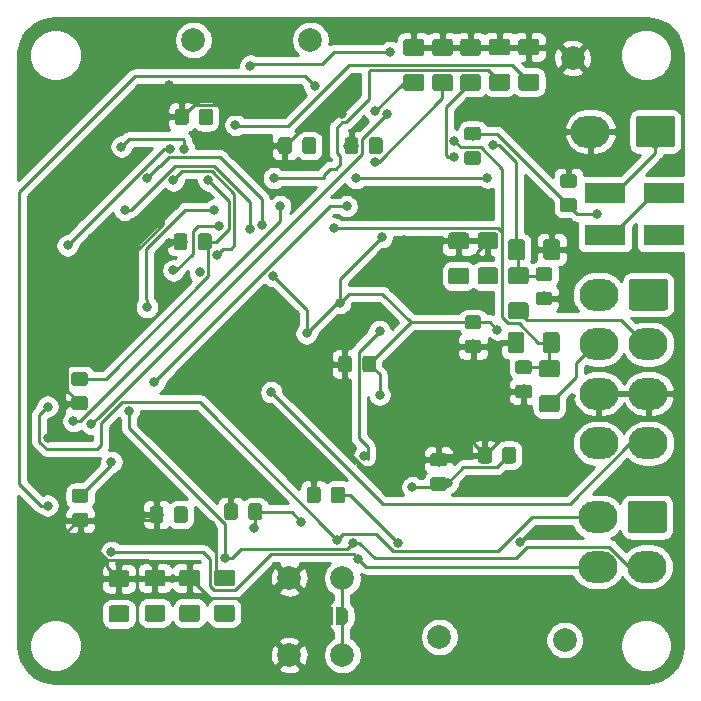
<source format=gbr>
G04 #@! TF.GenerationSoftware,KiCad,Pcbnew,(5.1.0)-1*
G04 #@! TF.CreationDate,2019-11-07T12:18:48+11:00*
G04 #@! TF.ProjectId,APPS,41505053-2e6b-4696-9361-645f70636258,rev?*
G04 #@! TF.SameCoordinates,Original*
G04 #@! TF.FileFunction,Copper,L2,Bot*
G04 #@! TF.FilePolarity,Positive*
%FSLAX46Y46*%
G04 Gerber Fmt 4.6, Leading zero omitted, Abs format (unit mm)*
G04 Created by KiCad (PCBNEW (5.1.0)-1) date 2019-11-07 12:18:48*
%MOMM*%
%LPD*%
G04 APERTURE LIST*
%ADD10C,2.000000*%
%ADD11C,0.500000*%
%ADD12C,0.100000*%
%ADD13O,3.300000X2.700000*%
%ADD14C,2.700000*%
%ADD15C,1.425000*%
%ADD16C,1.150000*%
%ADD17R,3.500000X1.800000*%
%ADD18C,0.800000*%
%ADD19C,0.250000*%
%ADD20C,0.254000*%
G04 APERTURE END LIST*
D10*
X149593200Y-61976000D03*
X148920200Y-111252000D03*
X138315600Y-110998000D03*
X127393600Y-60452000D03*
X117487600Y-60452000D03*
D11*
X128775600Y-109220000D03*
D12*
G36*
X128775600Y-109969398D02*
G01*
X128751066Y-109969398D01*
X128702235Y-109964588D01*
X128654110Y-109955016D01*
X128607155Y-109940772D01*
X128561822Y-109921995D01*
X128518549Y-109898864D01*
X128477750Y-109871604D01*
X128439821Y-109840476D01*
X128405124Y-109805779D01*
X128373996Y-109767850D01*
X128346736Y-109727051D01*
X128323605Y-109683778D01*
X128304828Y-109638445D01*
X128290584Y-109591490D01*
X128281012Y-109543365D01*
X128276202Y-109494534D01*
X128276202Y-109470000D01*
X128275600Y-109470000D01*
X128275600Y-108970000D01*
X128276202Y-108970000D01*
X128276202Y-108945466D01*
X128281012Y-108896635D01*
X128290584Y-108848510D01*
X128304828Y-108801555D01*
X128323605Y-108756222D01*
X128346736Y-108712949D01*
X128373996Y-108672150D01*
X128405124Y-108634221D01*
X128439821Y-108599524D01*
X128477750Y-108568396D01*
X128518549Y-108541136D01*
X128561822Y-108518005D01*
X128607155Y-108499228D01*
X128654110Y-108484984D01*
X128702235Y-108475412D01*
X128751066Y-108470602D01*
X128775600Y-108470602D01*
X128775600Y-108470000D01*
X129275600Y-108470000D01*
X129275600Y-109970000D01*
X128775600Y-109970000D01*
X128775600Y-109969398D01*
X128775600Y-109969398D01*
G37*
D11*
X130075600Y-109220000D03*
D12*
G36*
X129575600Y-108470000D02*
G01*
X130075600Y-108470000D01*
X130075600Y-108470602D01*
X130100134Y-108470602D01*
X130148965Y-108475412D01*
X130197090Y-108484984D01*
X130244045Y-108499228D01*
X130289378Y-108518005D01*
X130332651Y-108541136D01*
X130373450Y-108568396D01*
X130411379Y-108599524D01*
X130446076Y-108634221D01*
X130477204Y-108672150D01*
X130504464Y-108712949D01*
X130527595Y-108756222D01*
X130546372Y-108801555D01*
X130560616Y-108848510D01*
X130570188Y-108896635D01*
X130574998Y-108945466D01*
X130574998Y-108970000D01*
X130575600Y-108970000D01*
X130575600Y-109470000D01*
X130574998Y-109470000D01*
X130574998Y-109494534D01*
X130570188Y-109543365D01*
X130560616Y-109591490D01*
X130546372Y-109638445D01*
X130527595Y-109683778D01*
X130504464Y-109727051D01*
X130477204Y-109767850D01*
X130446076Y-109805779D01*
X130411379Y-109840476D01*
X130373450Y-109871604D01*
X130332651Y-109898864D01*
X130289378Y-109921995D01*
X130244045Y-109940772D01*
X130197090Y-109955016D01*
X130148965Y-109964588D01*
X130100134Y-109969398D01*
X130075600Y-109969398D01*
X130075600Y-109970000D01*
X129575600Y-109970000D01*
X129575600Y-108470000D01*
X129575600Y-108470000D01*
G37*
D13*
X151703600Y-105038000D03*
X151703600Y-100838000D03*
X155903600Y-105038000D03*
D12*
G36*
X157328103Y-99489204D02*
G01*
X157352372Y-99492804D01*
X157376170Y-99498765D01*
X157399270Y-99507030D01*
X157421449Y-99517520D01*
X157442492Y-99530133D01*
X157462198Y-99544748D01*
X157480376Y-99561224D01*
X157496852Y-99579402D01*
X157511467Y-99599108D01*
X157524080Y-99620151D01*
X157534570Y-99642330D01*
X157542835Y-99665430D01*
X157548796Y-99689228D01*
X157552396Y-99713497D01*
X157553600Y-99738001D01*
X157553600Y-101937999D01*
X157552396Y-101962503D01*
X157548796Y-101986772D01*
X157542835Y-102010570D01*
X157534570Y-102033670D01*
X157524080Y-102055849D01*
X157511467Y-102076892D01*
X157496852Y-102096598D01*
X157480376Y-102114776D01*
X157462198Y-102131252D01*
X157442492Y-102145867D01*
X157421449Y-102158480D01*
X157399270Y-102168970D01*
X157376170Y-102177235D01*
X157352372Y-102183196D01*
X157328103Y-102186796D01*
X157303599Y-102188000D01*
X154503601Y-102188000D01*
X154479097Y-102186796D01*
X154454828Y-102183196D01*
X154431030Y-102177235D01*
X154407930Y-102168970D01*
X154385751Y-102158480D01*
X154364708Y-102145867D01*
X154345002Y-102131252D01*
X154326824Y-102114776D01*
X154310348Y-102096598D01*
X154295733Y-102076892D01*
X154283120Y-102055849D01*
X154272630Y-102033670D01*
X154264365Y-102010570D01*
X154258404Y-101986772D01*
X154254804Y-101962503D01*
X154253600Y-101937999D01*
X154253600Y-99738001D01*
X154254804Y-99713497D01*
X154258404Y-99689228D01*
X154264365Y-99665430D01*
X154272630Y-99642330D01*
X154283120Y-99620151D01*
X154295733Y-99599108D01*
X154310348Y-99579402D01*
X154326824Y-99561224D01*
X154345002Y-99544748D01*
X154364708Y-99530133D01*
X154385751Y-99517520D01*
X154407930Y-99507030D01*
X154431030Y-99498765D01*
X154454828Y-99492804D01*
X154479097Y-99489204D01*
X154503601Y-99488000D01*
X157303599Y-99488000D01*
X157328103Y-99489204D01*
X157328103Y-99489204D01*
G37*
D14*
X155903600Y-100838000D03*
D13*
X156008600Y-94601500D03*
X151808600Y-86201500D03*
X151808600Y-94601500D03*
X156008600Y-86201500D03*
X151808600Y-82001500D03*
X156008600Y-90401500D03*
X151808600Y-90401500D03*
D12*
G36*
X157433103Y-80652704D02*
G01*
X157457372Y-80656304D01*
X157481170Y-80662265D01*
X157504270Y-80670530D01*
X157526449Y-80681020D01*
X157547492Y-80693633D01*
X157567198Y-80708248D01*
X157585376Y-80724724D01*
X157601852Y-80742902D01*
X157616467Y-80762608D01*
X157629080Y-80783651D01*
X157639570Y-80805830D01*
X157647835Y-80828930D01*
X157653796Y-80852728D01*
X157657396Y-80876997D01*
X157658600Y-80901501D01*
X157658600Y-83101499D01*
X157657396Y-83126003D01*
X157653796Y-83150272D01*
X157647835Y-83174070D01*
X157639570Y-83197170D01*
X157629080Y-83219349D01*
X157616467Y-83240392D01*
X157601852Y-83260098D01*
X157585376Y-83278276D01*
X157567198Y-83294752D01*
X157547492Y-83309367D01*
X157526449Y-83321980D01*
X157504270Y-83332470D01*
X157481170Y-83340735D01*
X157457372Y-83346696D01*
X157433103Y-83350296D01*
X157408599Y-83351500D01*
X154608601Y-83351500D01*
X154584097Y-83350296D01*
X154559828Y-83346696D01*
X154536030Y-83340735D01*
X154512930Y-83332470D01*
X154490751Y-83321980D01*
X154469708Y-83309367D01*
X154450002Y-83294752D01*
X154431824Y-83278276D01*
X154415348Y-83260098D01*
X154400733Y-83240392D01*
X154388120Y-83219349D01*
X154377630Y-83197170D01*
X154369365Y-83174070D01*
X154363404Y-83150272D01*
X154359804Y-83126003D01*
X154358600Y-83101499D01*
X154358600Y-80901501D01*
X154359804Y-80876997D01*
X154363404Y-80852728D01*
X154369365Y-80828930D01*
X154377630Y-80805830D01*
X154388120Y-80783651D01*
X154400733Y-80762608D01*
X154415348Y-80742902D01*
X154431824Y-80724724D01*
X154450002Y-80708248D01*
X154469708Y-80693633D01*
X154490751Y-80681020D01*
X154512930Y-80670530D01*
X154536030Y-80662265D01*
X154559828Y-80656304D01*
X154584097Y-80652704D01*
X154608601Y-80651500D01*
X157408599Y-80651500D01*
X157433103Y-80652704D01*
X157433103Y-80652704D01*
G37*
D14*
X156008600Y-82001500D03*
D12*
G36*
X148303804Y-77320104D02*
G01*
X148328073Y-77323704D01*
X148351871Y-77329665D01*
X148374971Y-77337930D01*
X148397149Y-77348420D01*
X148418193Y-77361033D01*
X148437898Y-77375647D01*
X148456077Y-77392123D01*
X148472553Y-77410302D01*
X148487167Y-77430007D01*
X148499780Y-77451051D01*
X148510270Y-77473229D01*
X148518535Y-77496329D01*
X148524496Y-77520127D01*
X148528096Y-77544396D01*
X148529300Y-77568900D01*
X148529300Y-78818900D01*
X148528096Y-78843404D01*
X148524496Y-78867673D01*
X148518535Y-78891471D01*
X148510270Y-78914571D01*
X148499780Y-78936749D01*
X148487167Y-78957793D01*
X148472553Y-78977498D01*
X148456077Y-78995677D01*
X148437898Y-79012153D01*
X148418193Y-79026767D01*
X148397149Y-79039380D01*
X148374971Y-79049870D01*
X148351871Y-79058135D01*
X148328073Y-79064096D01*
X148303804Y-79067696D01*
X148279300Y-79068900D01*
X147354300Y-79068900D01*
X147329796Y-79067696D01*
X147305527Y-79064096D01*
X147281729Y-79058135D01*
X147258629Y-79049870D01*
X147236451Y-79039380D01*
X147215407Y-79026767D01*
X147195702Y-79012153D01*
X147177523Y-78995677D01*
X147161047Y-78977498D01*
X147146433Y-78957793D01*
X147133820Y-78936749D01*
X147123330Y-78914571D01*
X147115065Y-78891471D01*
X147109104Y-78867673D01*
X147105504Y-78843404D01*
X147104300Y-78818900D01*
X147104300Y-77568900D01*
X147105504Y-77544396D01*
X147109104Y-77520127D01*
X147115065Y-77496329D01*
X147123330Y-77473229D01*
X147133820Y-77451051D01*
X147146433Y-77430007D01*
X147161047Y-77410302D01*
X147177523Y-77392123D01*
X147195702Y-77375647D01*
X147215407Y-77361033D01*
X147236451Y-77348420D01*
X147258629Y-77337930D01*
X147281729Y-77329665D01*
X147305527Y-77323704D01*
X147329796Y-77320104D01*
X147354300Y-77318900D01*
X148279300Y-77318900D01*
X148303804Y-77320104D01*
X148303804Y-77320104D01*
G37*
D15*
X147816800Y-78193900D03*
D12*
G36*
X145328804Y-77320104D02*
G01*
X145353073Y-77323704D01*
X145376871Y-77329665D01*
X145399971Y-77337930D01*
X145422149Y-77348420D01*
X145443193Y-77361033D01*
X145462898Y-77375647D01*
X145481077Y-77392123D01*
X145497553Y-77410302D01*
X145512167Y-77430007D01*
X145524780Y-77451051D01*
X145535270Y-77473229D01*
X145543535Y-77496329D01*
X145549496Y-77520127D01*
X145553096Y-77544396D01*
X145554300Y-77568900D01*
X145554300Y-78818900D01*
X145553096Y-78843404D01*
X145549496Y-78867673D01*
X145543535Y-78891471D01*
X145535270Y-78914571D01*
X145524780Y-78936749D01*
X145512167Y-78957793D01*
X145497553Y-78977498D01*
X145481077Y-78995677D01*
X145462898Y-79012153D01*
X145443193Y-79026767D01*
X145422149Y-79039380D01*
X145399971Y-79049870D01*
X145376871Y-79058135D01*
X145353073Y-79064096D01*
X145328804Y-79067696D01*
X145304300Y-79068900D01*
X144379300Y-79068900D01*
X144354796Y-79067696D01*
X144330527Y-79064096D01*
X144306729Y-79058135D01*
X144283629Y-79049870D01*
X144261451Y-79039380D01*
X144240407Y-79026767D01*
X144220702Y-79012153D01*
X144202523Y-78995677D01*
X144186047Y-78977498D01*
X144171433Y-78957793D01*
X144158820Y-78936749D01*
X144148330Y-78914571D01*
X144140065Y-78891471D01*
X144134104Y-78867673D01*
X144130504Y-78843404D01*
X144129300Y-78818900D01*
X144129300Y-77568900D01*
X144130504Y-77544396D01*
X144134104Y-77520127D01*
X144140065Y-77496329D01*
X144148330Y-77473229D01*
X144158820Y-77451051D01*
X144171433Y-77430007D01*
X144186047Y-77410302D01*
X144202523Y-77392123D01*
X144220702Y-77375647D01*
X144240407Y-77361033D01*
X144261451Y-77348420D01*
X144283629Y-77337930D01*
X144306729Y-77329665D01*
X144330527Y-77323704D01*
X144354796Y-77320104D01*
X144379300Y-77318900D01*
X145304300Y-77318900D01*
X145328804Y-77320104D01*
X145328804Y-77320104D01*
G37*
D15*
X144841800Y-78193900D03*
D12*
G36*
X145289104Y-85194104D02*
G01*
X145313373Y-85197704D01*
X145337171Y-85203665D01*
X145360271Y-85211930D01*
X145382449Y-85222420D01*
X145403493Y-85235033D01*
X145423198Y-85249647D01*
X145441377Y-85266123D01*
X145457853Y-85284302D01*
X145472467Y-85304007D01*
X145485080Y-85325051D01*
X145495570Y-85347229D01*
X145503835Y-85370329D01*
X145509796Y-85394127D01*
X145513396Y-85418396D01*
X145514600Y-85442900D01*
X145514600Y-86692900D01*
X145513396Y-86717404D01*
X145509796Y-86741673D01*
X145503835Y-86765471D01*
X145495570Y-86788571D01*
X145485080Y-86810749D01*
X145472467Y-86831793D01*
X145457853Y-86851498D01*
X145441377Y-86869677D01*
X145423198Y-86886153D01*
X145403493Y-86900767D01*
X145382449Y-86913380D01*
X145360271Y-86923870D01*
X145337171Y-86932135D01*
X145313373Y-86938096D01*
X145289104Y-86941696D01*
X145264600Y-86942900D01*
X144339600Y-86942900D01*
X144315096Y-86941696D01*
X144290827Y-86938096D01*
X144267029Y-86932135D01*
X144243929Y-86923870D01*
X144221751Y-86913380D01*
X144200707Y-86900767D01*
X144181002Y-86886153D01*
X144162823Y-86869677D01*
X144146347Y-86851498D01*
X144131733Y-86831793D01*
X144119120Y-86810749D01*
X144108630Y-86788571D01*
X144100365Y-86765471D01*
X144094404Y-86741673D01*
X144090804Y-86717404D01*
X144089600Y-86692900D01*
X144089600Y-85442900D01*
X144090804Y-85418396D01*
X144094404Y-85394127D01*
X144100365Y-85370329D01*
X144108630Y-85347229D01*
X144119120Y-85325051D01*
X144131733Y-85304007D01*
X144146347Y-85284302D01*
X144162823Y-85266123D01*
X144181002Y-85249647D01*
X144200707Y-85235033D01*
X144221751Y-85222420D01*
X144243929Y-85211930D01*
X144267029Y-85203665D01*
X144290827Y-85197704D01*
X144315096Y-85194104D01*
X144339600Y-85192900D01*
X145264600Y-85192900D01*
X145289104Y-85194104D01*
X145289104Y-85194104D01*
G37*
D15*
X144802100Y-86067900D03*
D12*
G36*
X148264104Y-85194104D02*
G01*
X148288373Y-85197704D01*
X148312171Y-85203665D01*
X148335271Y-85211930D01*
X148357449Y-85222420D01*
X148378493Y-85235033D01*
X148398198Y-85249647D01*
X148416377Y-85266123D01*
X148432853Y-85284302D01*
X148447467Y-85304007D01*
X148460080Y-85325051D01*
X148470570Y-85347229D01*
X148478835Y-85370329D01*
X148484796Y-85394127D01*
X148488396Y-85418396D01*
X148489600Y-85442900D01*
X148489600Y-86692900D01*
X148488396Y-86717404D01*
X148484796Y-86741673D01*
X148478835Y-86765471D01*
X148470570Y-86788571D01*
X148460080Y-86810749D01*
X148447467Y-86831793D01*
X148432853Y-86851498D01*
X148416377Y-86869677D01*
X148398198Y-86886153D01*
X148378493Y-86900767D01*
X148357449Y-86913380D01*
X148335271Y-86923870D01*
X148312171Y-86932135D01*
X148288373Y-86938096D01*
X148264104Y-86941696D01*
X148239600Y-86942900D01*
X147314600Y-86942900D01*
X147290096Y-86941696D01*
X147265827Y-86938096D01*
X147242029Y-86932135D01*
X147218929Y-86923870D01*
X147196751Y-86913380D01*
X147175707Y-86900767D01*
X147156002Y-86886153D01*
X147137823Y-86869677D01*
X147121347Y-86851498D01*
X147106733Y-86831793D01*
X147094120Y-86810749D01*
X147083630Y-86788571D01*
X147075365Y-86765471D01*
X147069404Y-86741673D01*
X147065804Y-86717404D01*
X147064600Y-86692900D01*
X147064600Y-85442900D01*
X147065804Y-85418396D01*
X147069404Y-85394127D01*
X147075365Y-85370329D01*
X147083630Y-85347229D01*
X147094120Y-85325051D01*
X147106733Y-85304007D01*
X147121347Y-85284302D01*
X147137823Y-85266123D01*
X147156002Y-85249647D01*
X147175707Y-85235033D01*
X147196751Y-85222420D01*
X147218929Y-85211930D01*
X147242029Y-85203665D01*
X147265827Y-85197704D01*
X147290096Y-85194104D01*
X147314600Y-85192900D01*
X148239600Y-85192900D01*
X148264104Y-85194104D01*
X148264104Y-85194104D01*
G37*
D15*
X147777100Y-86067900D03*
D12*
G36*
X145645304Y-82667404D02*
G01*
X145669573Y-82671004D01*
X145693371Y-82676965D01*
X145716471Y-82685230D01*
X145738649Y-82695720D01*
X145759693Y-82708333D01*
X145779398Y-82722947D01*
X145797577Y-82739423D01*
X145814053Y-82757602D01*
X145828667Y-82777307D01*
X145841280Y-82798351D01*
X145851770Y-82820529D01*
X145860035Y-82843629D01*
X145865996Y-82867427D01*
X145869596Y-82891696D01*
X145870800Y-82916200D01*
X145870800Y-83841200D01*
X145869596Y-83865704D01*
X145865996Y-83889973D01*
X145860035Y-83913771D01*
X145851770Y-83936871D01*
X145841280Y-83959049D01*
X145828667Y-83980093D01*
X145814053Y-83999798D01*
X145797577Y-84017977D01*
X145779398Y-84034453D01*
X145759693Y-84049067D01*
X145738649Y-84061680D01*
X145716471Y-84072170D01*
X145693371Y-84080435D01*
X145669573Y-84086396D01*
X145645304Y-84089996D01*
X145620800Y-84091200D01*
X144370800Y-84091200D01*
X144346296Y-84089996D01*
X144322027Y-84086396D01*
X144298229Y-84080435D01*
X144275129Y-84072170D01*
X144252951Y-84061680D01*
X144231907Y-84049067D01*
X144212202Y-84034453D01*
X144194023Y-84017977D01*
X144177547Y-83999798D01*
X144162933Y-83980093D01*
X144150320Y-83959049D01*
X144139830Y-83936871D01*
X144131565Y-83913771D01*
X144125604Y-83889973D01*
X144122004Y-83865704D01*
X144120800Y-83841200D01*
X144120800Y-82916200D01*
X144122004Y-82891696D01*
X144125604Y-82867427D01*
X144131565Y-82843629D01*
X144139830Y-82820529D01*
X144150320Y-82798351D01*
X144162933Y-82777307D01*
X144177547Y-82757602D01*
X144194023Y-82739423D01*
X144212202Y-82722947D01*
X144231907Y-82708333D01*
X144252951Y-82695720D01*
X144275129Y-82685230D01*
X144298229Y-82676965D01*
X144322027Y-82671004D01*
X144346296Y-82667404D01*
X144370800Y-82666200D01*
X145620800Y-82666200D01*
X145645304Y-82667404D01*
X145645304Y-82667404D01*
G37*
D15*
X144995800Y-83378700D03*
D12*
G36*
X145645304Y-79692404D02*
G01*
X145669573Y-79696004D01*
X145693371Y-79701965D01*
X145716471Y-79710230D01*
X145738649Y-79720720D01*
X145759693Y-79733333D01*
X145779398Y-79747947D01*
X145797577Y-79764423D01*
X145814053Y-79782602D01*
X145828667Y-79802307D01*
X145841280Y-79823351D01*
X145851770Y-79845529D01*
X145860035Y-79868629D01*
X145865996Y-79892427D01*
X145869596Y-79916696D01*
X145870800Y-79941200D01*
X145870800Y-80866200D01*
X145869596Y-80890704D01*
X145865996Y-80914973D01*
X145860035Y-80938771D01*
X145851770Y-80961871D01*
X145841280Y-80984049D01*
X145828667Y-81005093D01*
X145814053Y-81024798D01*
X145797577Y-81042977D01*
X145779398Y-81059453D01*
X145759693Y-81074067D01*
X145738649Y-81086680D01*
X145716471Y-81097170D01*
X145693371Y-81105435D01*
X145669573Y-81111396D01*
X145645304Y-81114996D01*
X145620800Y-81116200D01*
X144370800Y-81116200D01*
X144346296Y-81114996D01*
X144322027Y-81111396D01*
X144298229Y-81105435D01*
X144275129Y-81097170D01*
X144252951Y-81086680D01*
X144231907Y-81074067D01*
X144212202Y-81059453D01*
X144194023Y-81042977D01*
X144177547Y-81024798D01*
X144162933Y-81005093D01*
X144150320Y-80984049D01*
X144139830Y-80961871D01*
X144131565Y-80938771D01*
X144125604Y-80914973D01*
X144122004Y-80890704D01*
X144120800Y-80866200D01*
X144120800Y-79941200D01*
X144122004Y-79916696D01*
X144125604Y-79892427D01*
X144131565Y-79868629D01*
X144139830Y-79845529D01*
X144150320Y-79823351D01*
X144162933Y-79802307D01*
X144177547Y-79782602D01*
X144194023Y-79764423D01*
X144212202Y-79747947D01*
X144231907Y-79733333D01*
X144252951Y-79720720D01*
X144275129Y-79710230D01*
X144298229Y-79701965D01*
X144322027Y-79696004D01*
X144346296Y-79692404D01*
X144370800Y-79691200D01*
X145620800Y-79691200D01*
X145645304Y-79692404D01*
X145645304Y-79692404D01*
G37*
D15*
X144995800Y-80403700D03*
D12*
G36*
X148274204Y-90539804D02*
G01*
X148298473Y-90543404D01*
X148322271Y-90549365D01*
X148345371Y-90557630D01*
X148367549Y-90568120D01*
X148388593Y-90580733D01*
X148408298Y-90595347D01*
X148426477Y-90611823D01*
X148442953Y-90630002D01*
X148457567Y-90649707D01*
X148470180Y-90670751D01*
X148480670Y-90692929D01*
X148488935Y-90716029D01*
X148494896Y-90739827D01*
X148498496Y-90764096D01*
X148499700Y-90788600D01*
X148499700Y-91713600D01*
X148498496Y-91738104D01*
X148494896Y-91762373D01*
X148488935Y-91786171D01*
X148480670Y-91809271D01*
X148470180Y-91831449D01*
X148457567Y-91852493D01*
X148442953Y-91872198D01*
X148426477Y-91890377D01*
X148408298Y-91906853D01*
X148388593Y-91921467D01*
X148367549Y-91934080D01*
X148345371Y-91944570D01*
X148322271Y-91952835D01*
X148298473Y-91958796D01*
X148274204Y-91962396D01*
X148249700Y-91963600D01*
X146999700Y-91963600D01*
X146975196Y-91962396D01*
X146950927Y-91958796D01*
X146927129Y-91952835D01*
X146904029Y-91944570D01*
X146881851Y-91934080D01*
X146860807Y-91921467D01*
X146841102Y-91906853D01*
X146822923Y-91890377D01*
X146806447Y-91872198D01*
X146791833Y-91852493D01*
X146779220Y-91831449D01*
X146768730Y-91809271D01*
X146760465Y-91786171D01*
X146754504Y-91762373D01*
X146750904Y-91738104D01*
X146749700Y-91713600D01*
X146749700Y-90788600D01*
X146750904Y-90764096D01*
X146754504Y-90739827D01*
X146760465Y-90716029D01*
X146768730Y-90692929D01*
X146779220Y-90670751D01*
X146791833Y-90649707D01*
X146806447Y-90630002D01*
X146822923Y-90611823D01*
X146841102Y-90595347D01*
X146860807Y-90580733D01*
X146881851Y-90568120D01*
X146904029Y-90557630D01*
X146927129Y-90549365D01*
X146950927Y-90543404D01*
X146975196Y-90539804D01*
X146999700Y-90538600D01*
X148249700Y-90538600D01*
X148274204Y-90539804D01*
X148274204Y-90539804D01*
G37*
D15*
X147624700Y-91251100D03*
D12*
G36*
X148274204Y-87564804D02*
G01*
X148298473Y-87568404D01*
X148322271Y-87574365D01*
X148345371Y-87582630D01*
X148367549Y-87593120D01*
X148388593Y-87605733D01*
X148408298Y-87620347D01*
X148426477Y-87636823D01*
X148442953Y-87655002D01*
X148457567Y-87674707D01*
X148470180Y-87695751D01*
X148480670Y-87717929D01*
X148488935Y-87741029D01*
X148494896Y-87764827D01*
X148498496Y-87789096D01*
X148499700Y-87813600D01*
X148499700Y-88738600D01*
X148498496Y-88763104D01*
X148494896Y-88787373D01*
X148488935Y-88811171D01*
X148480670Y-88834271D01*
X148470180Y-88856449D01*
X148457567Y-88877493D01*
X148442953Y-88897198D01*
X148426477Y-88915377D01*
X148408298Y-88931853D01*
X148388593Y-88946467D01*
X148367549Y-88959080D01*
X148345371Y-88969570D01*
X148322271Y-88977835D01*
X148298473Y-88983796D01*
X148274204Y-88987396D01*
X148249700Y-88988600D01*
X146999700Y-88988600D01*
X146975196Y-88987396D01*
X146950927Y-88983796D01*
X146927129Y-88977835D01*
X146904029Y-88969570D01*
X146881851Y-88959080D01*
X146860807Y-88946467D01*
X146841102Y-88931853D01*
X146822923Y-88915377D01*
X146806447Y-88897198D01*
X146791833Y-88877493D01*
X146779220Y-88856449D01*
X146768730Y-88834271D01*
X146760465Y-88811171D01*
X146754504Y-88787373D01*
X146750904Y-88763104D01*
X146749700Y-88738600D01*
X146749700Y-87813600D01*
X146750904Y-87789096D01*
X146754504Y-87764827D01*
X146760465Y-87741029D01*
X146768730Y-87717929D01*
X146779220Y-87695751D01*
X146791833Y-87674707D01*
X146806447Y-87655002D01*
X146822923Y-87636823D01*
X146841102Y-87620347D01*
X146860807Y-87605733D01*
X146881851Y-87593120D01*
X146904029Y-87582630D01*
X146927129Y-87574365D01*
X146950927Y-87568404D01*
X146975196Y-87564804D01*
X146999700Y-87563600D01*
X148249700Y-87563600D01*
X148274204Y-87564804D01*
X148274204Y-87564804D01*
G37*
D15*
X147624700Y-88276100D03*
D12*
G36*
X147642005Y-81752904D02*
G01*
X147666273Y-81756504D01*
X147690072Y-81762465D01*
X147713171Y-81770730D01*
X147735350Y-81781220D01*
X147756393Y-81793832D01*
X147776099Y-81808447D01*
X147794277Y-81824923D01*
X147810753Y-81843101D01*
X147825368Y-81862807D01*
X147837980Y-81883850D01*
X147848470Y-81906029D01*
X147856735Y-81929128D01*
X147862696Y-81952927D01*
X147866296Y-81977195D01*
X147867500Y-82001699D01*
X147867500Y-82651701D01*
X147866296Y-82676205D01*
X147862696Y-82700473D01*
X147856735Y-82724272D01*
X147848470Y-82747371D01*
X147837980Y-82769550D01*
X147825368Y-82790593D01*
X147810753Y-82810299D01*
X147794277Y-82828477D01*
X147776099Y-82844953D01*
X147756393Y-82859568D01*
X147735350Y-82872180D01*
X147713171Y-82882670D01*
X147690072Y-82890935D01*
X147666273Y-82896896D01*
X147642005Y-82900496D01*
X147617501Y-82901700D01*
X146717499Y-82901700D01*
X146692995Y-82900496D01*
X146668727Y-82896896D01*
X146644928Y-82890935D01*
X146621829Y-82882670D01*
X146599650Y-82872180D01*
X146578607Y-82859568D01*
X146558901Y-82844953D01*
X146540723Y-82828477D01*
X146524247Y-82810299D01*
X146509632Y-82790593D01*
X146497020Y-82769550D01*
X146486530Y-82747371D01*
X146478265Y-82724272D01*
X146472304Y-82700473D01*
X146468704Y-82676205D01*
X146467500Y-82651701D01*
X146467500Y-82001699D01*
X146468704Y-81977195D01*
X146472304Y-81952927D01*
X146478265Y-81929128D01*
X146486530Y-81906029D01*
X146497020Y-81883850D01*
X146509632Y-81862807D01*
X146524247Y-81843101D01*
X146540723Y-81824923D01*
X146558901Y-81808447D01*
X146578607Y-81793832D01*
X146599650Y-81781220D01*
X146621829Y-81770730D01*
X146644928Y-81762465D01*
X146668727Y-81756504D01*
X146692995Y-81752904D01*
X146717499Y-81751700D01*
X147617501Y-81751700D01*
X147642005Y-81752904D01*
X147642005Y-81752904D01*
G37*
D16*
X147167500Y-82326700D03*
D12*
G36*
X147642005Y-79702904D02*
G01*
X147666273Y-79706504D01*
X147690072Y-79712465D01*
X147713171Y-79720730D01*
X147735350Y-79731220D01*
X147756393Y-79743832D01*
X147776099Y-79758447D01*
X147794277Y-79774923D01*
X147810753Y-79793101D01*
X147825368Y-79812807D01*
X147837980Y-79833850D01*
X147848470Y-79856029D01*
X147856735Y-79879128D01*
X147862696Y-79902927D01*
X147866296Y-79927195D01*
X147867500Y-79951699D01*
X147867500Y-80601701D01*
X147866296Y-80626205D01*
X147862696Y-80650473D01*
X147856735Y-80674272D01*
X147848470Y-80697371D01*
X147837980Y-80719550D01*
X147825368Y-80740593D01*
X147810753Y-80760299D01*
X147794277Y-80778477D01*
X147776099Y-80794953D01*
X147756393Y-80809568D01*
X147735350Y-80822180D01*
X147713171Y-80832670D01*
X147690072Y-80840935D01*
X147666273Y-80846896D01*
X147642005Y-80850496D01*
X147617501Y-80851700D01*
X146717499Y-80851700D01*
X146692995Y-80850496D01*
X146668727Y-80846896D01*
X146644928Y-80840935D01*
X146621829Y-80832670D01*
X146599650Y-80822180D01*
X146578607Y-80809568D01*
X146558901Y-80794953D01*
X146540723Y-80778477D01*
X146524247Y-80760299D01*
X146509632Y-80740593D01*
X146497020Y-80719550D01*
X146486530Y-80697371D01*
X146478265Y-80674272D01*
X146472304Y-80650473D01*
X146468704Y-80626205D01*
X146467500Y-80601701D01*
X146467500Y-79951699D01*
X146468704Y-79927195D01*
X146472304Y-79902927D01*
X146478265Y-79879128D01*
X146486530Y-79856029D01*
X146497020Y-79833850D01*
X146509632Y-79812807D01*
X146524247Y-79793101D01*
X146540723Y-79774923D01*
X146558901Y-79758447D01*
X146578607Y-79743832D01*
X146599650Y-79731220D01*
X146621829Y-79720730D01*
X146644928Y-79712465D01*
X146668727Y-79706504D01*
X146692995Y-79702904D01*
X146717499Y-79701700D01*
X147617501Y-79701700D01*
X147642005Y-79702904D01*
X147642005Y-79702904D01*
G37*
D16*
X147167500Y-80276700D03*
D12*
G36*
X145914805Y-89626904D02*
G01*
X145939073Y-89630504D01*
X145962872Y-89636465D01*
X145985971Y-89644730D01*
X146008150Y-89655220D01*
X146029193Y-89667832D01*
X146048899Y-89682447D01*
X146067077Y-89698923D01*
X146083553Y-89717101D01*
X146098168Y-89736807D01*
X146110780Y-89757850D01*
X146121270Y-89780029D01*
X146129535Y-89803128D01*
X146135496Y-89826927D01*
X146139096Y-89851195D01*
X146140300Y-89875699D01*
X146140300Y-90525701D01*
X146139096Y-90550205D01*
X146135496Y-90574473D01*
X146129535Y-90598272D01*
X146121270Y-90621371D01*
X146110780Y-90643550D01*
X146098168Y-90664593D01*
X146083553Y-90684299D01*
X146067077Y-90702477D01*
X146048899Y-90718953D01*
X146029193Y-90733568D01*
X146008150Y-90746180D01*
X145985971Y-90756670D01*
X145962872Y-90764935D01*
X145939073Y-90770896D01*
X145914805Y-90774496D01*
X145890301Y-90775700D01*
X144990299Y-90775700D01*
X144965795Y-90774496D01*
X144941527Y-90770896D01*
X144917728Y-90764935D01*
X144894629Y-90756670D01*
X144872450Y-90746180D01*
X144851407Y-90733568D01*
X144831701Y-90718953D01*
X144813523Y-90702477D01*
X144797047Y-90684299D01*
X144782432Y-90664593D01*
X144769820Y-90643550D01*
X144759330Y-90621371D01*
X144751065Y-90598272D01*
X144745104Y-90574473D01*
X144741504Y-90550205D01*
X144740300Y-90525701D01*
X144740300Y-89875699D01*
X144741504Y-89851195D01*
X144745104Y-89826927D01*
X144751065Y-89803128D01*
X144759330Y-89780029D01*
X144769820Y-89757850D01*
X144782432Y-89736807D01*
X144797047Y-89717101D01*
X144813523Y-89698923D01*
X144831701Y-89682447D01*
X144851407Y-89667832D01*
X144872450Y-89655220D01*
X144894629Y-89644730D01*
X144917728Y-89636465D01*
X144941527Y-89630504D01*
X144965795Y-89626904D01*
X144990299Y-89625700D01*
X145890301Y-89625700D01*
X145914805Y-89626904D01*
X145914805Y-89626904D01*
G37*
D16*
X145440300Y-90200700D03*
D12*
G36*
X145914805Y-87576904D02*
G01*
X145939073Y-87580504D01*
X145962872Y-87586465D01*
X145985971Y-87594730D01*
X146008150Y-87605220D01*
X146029193Y-87617832D01*
X146048899Y-87632447D01*
X146067077Y-87648923D01*
X146083553Y-87667101D01*
X146098168Y-87686807D01*
X146110780Y-87707850D01*
X146121270Y-87730029D01*
X146129535Y-87753128D01*
X146135496Y-87776927D01*
X146139096Y-87801195D01*
X146140300Y-87825699D01*
X146140300Y-88475701D01*
X146139096Y-88500205D01*
X146135496Y-88524473D01*
X146129535Y-88548272D01*
X146121270Y-88571371D01*
X146110780Y-88593550D01*
X146098168Y-88614593D01*
X146083553Y-88634299D01*
X146067077Y-88652477D01*
X146048899Y-88668953D01*
X146029193Y-88683568D01*
X146008150Y-88696180D01*
X145985971Y-88706670D01*
X145962872Y-88714935D01*
X145939073Y-88720896D01*
X145914805Y-88724496D01*
X145890301Y-88725700D01*
X144990299Y-88725700D01*
X144965795Y-88724496D01*
X144941527Y-88720896D01*
X144917728Y-88714935D01*
X144894629Y-88706670D01*
X144872450Y-88696180D01*
X144851407Y-88683568D01*
X144831701Y-88668953D01*
X144813523Y-88652477D01*
X144797047Y-88634299D01*
X144782432Y-88614593D01*
X144769820Y-88593550D01*
X144759330Y-88571371D01*
X144751065Y-88548272D01*
X144745104Y-88524473D01*
X144741504Y-88500205D01*
X144740300Y-88475701D01*
X144740300Y-87825699D01*
X144741504Y-87801195D01*
X144745104Y-87776927D01*
X144751065Y-87753128D01*
X144759330Y-87730029D01*
X144769820Y-87707850D01*
X144782432Y-87686807D01*
X144797047Y-87667101D01*
X144813523Y-87648923D01*
X144831701Y-87632447D01*
X144851407Y-87617832D01*
X144872450Y-87605220D01*
X144894629Y-87594730D01*
X144917728Y-87586465D01*
X144941527Y-87580504D01*
X144965795Y-87576904D01*
X144990299Y-87575700D01*
X145890301Y-87575700D01*
X145914805Y-87576904D01*
X145914805Y-87576904D01*
G37*
D16*
X145440300Y-88150700D03*
D12*
G36*
X131226705Y-68694004D02*
G01*
X131250973Y-68697604D01*
X131274772Y-68703565D01*
X131297871Y-68711830D01*
X131320050Y-68722320D01*
X131341093Y-68734932D01*
X131360799Y-68749547D01*
X131378977Y-68766023D01*
X131395453Y-68784201D01*
X131410068Y-68803907D01*
X131422680Y-68824950D01*
X131433170Y-68847129D01*
X131441435Y-68870228D01*
X131447396Y-68894027D01*
X131450996Y-68918295D01*
X131452200Y-68942799D01*
X131452200Y-69842801D01*
X131450996Y-69867305D01*
X131447396Y-69891573D01*
X131441435Y-69915372D01*
X131433170Y-69938471D01*
X131422680Y-69960650D01*
X131410068Y-69981693D01*
X131395453Y-70001399D01*
X131378977Y-70019577D01*
X131360799Y-70036053D01*
X131341093Y-70050668D01*
X131320050Y-70063280D01*
X131297871Y-70073770D01*
X131274772Y-70082035D01*
X131250973Y-70087996D01*
X131226705Y-70091596D01*
X131202201Y-70092800D01*
X130552199Y-70092800D01*
X130527695Y-70091596D01*
X130503427Y-70087996D01*
X130479628Y-70082035D01*
X130456529Y-70073770D01*
X130434350Y-70063280D01*
X130413307Y-70050668D01*
X130393601Y-70036053D01*
X130375423Y-70019577D01*
X130358947Y-70001399D01*
X130344332Y-69981693D01*
X130331720Y-69960650D01*
X130321230Y-69938471D01*
X130312965Y-69915372D01*
X130307004Y-69891573D01*
X130303404Y-69867305D01*
X130302200Y-69842801D01*
X130302200Y-68942799D01*
X130303404Y-68918295D01*
X130307004Y-68894027D01*
X130312965Y-68870228D01*
X130321230Y-68847129D01*
X130331720Y-68824950D01*
X130344332Y-68803907D01*
X130358947Y-68784201D01*
X130375423Y-68766023D01*
X130393601Y-68749547D01*
X130413307Y-68734932D01*
X130434350Y-68722320D01*
X130456529Y-68711830D01*
X130479628Y-68703565D01*
X130503427Y-68697604D01*
X130527695Y-68694004D01*
X130552199Y-68692800D01*
X131202201Y-68692800D01*
X131226705Y-68694004D01*
X131226705Y-68694004D01*
G37*
D16*
X130877200Y-69392800D03*
D12*
G36*
X133276705Y-68694004D02*
G01*
X133300973Y-68697604D01*
X133324772Y-68703565D01*
X133347871Y-68711830D01*
X133370050Y-68722320D01*
X133391093Y-68734932D01*
X133410799Y-68749547D01*
X133428977Y-68766023D01*
X133445453Y-68784201D01*
X133460068Y-68803907D01*
X133472680Y-68824950D01*
X133483170Y-68847129D01*
X133491435Y-68870228D01*
X133497396Y-68894027D01*
X133500996Y-68918295D01*
X133502200Y-68942799D01*
X133502200Y-69842801D01*
X133500996Y-69867305D01*
X133497396Y-69891573D01*
X133491435Y-69915372D01*
X133483170Y-69938471D01*
X133472680Y-69960650D01*
X133460068Y-69981693D01*
X133445453Y-70001399D01*
X133428977Y-70019577D01*
X133410799Y-70036053D01*
X133391093Y-70050668D01*
X133370050Y-70063280D01*
X133347871Y-70073770D01*
X133324772Y-70082035D01*
X133300973Y-70087996D01*
X133276705Y-70091596D01*
X133252201Y-70092800D01*
X132602199Y-70092800D01*
X132577695Y-70091596D01*
X132553427Y-70087996D01*
X132529628Y-70082035D01*
X132506529Y-70073770D01*
X132484350Y-70063280D01*
X132463307Y-70050668D01*
X132443601Y-70036053D01*
X132425423Y-70019577D01*
X132408947Y-70001399D01*
X132394332Y-69981693D01*
X132381720Y-69960650D01*
X132371230Y-69938471D01*
X132362965Y-69915372D01*
X132357004Y-69891573D01*
X132353404Y-69867305D01*
X132352200Y-69842801D01*
X132352200Y-68942799D01*
X132353404Y-68918295D01*
X132357004Y-68894027D01*
X132362965Y-68870228D01*
X132371230Y-68847129D01*
X132381720Y-68824950D01*
X132394332Y-68803907D01*
X132408947Y-68784201D01*
X132425423Y-68766023D01*
X132443601Y-68749547D01*
X132463307Y-68734932D01*
X132484350Y-68722320D01*
X132506529Y-68711830D01*
X132529628Y-68703565D01*
X132553427Y-68697604D01*
X132577695Y-68694004D01*
X132602199Y-68692800D01*
X133252201Y-68692800D01*
X133276705Y-68694004D01*
X133276705Y-68694004D01*
G37*
D16*
X132927200Y-69392800D03*
D12*
G36*
X127637905Y-68694004D02*
G01*
X127662173Y-68697604D01*
X127685972Y-68703565D01*
X127709071Y-68711830D01*
X127731250Y-68722320D01*
X127752293Y-68734932D01*
X127771999Y-68749547D01*
X127790177Y-68766023D01*
X127806653Y-68784201D01*
X127821268Y-68803907D01*
X127833880Y-68824950D01*
X127844370Y-68847129D01*
X127852635Y-68870228D01*
X127858596Y-68894027D01*
X127862196Y-68918295D01*
X127863400Y-68942799D01*
X127863400Y-69842801D01*
X127862196Y-69867305D01*
X127858596Y-69891573D01*
X127852635Y-69915372D01*
X127844370Y-69938471D01*
X127833880Y-69960650D01*
X127821268Y-69981693D01*
X127806653Y-70001399D01*
X127790177Y-70019577D01*
X127771999Y-70036053D01*
X127752293Y-70050668D01*
X127731250Y-70063280D01*
X127709071Y-70073770D01*
X127685972Y-70082035D01*
X127662173Y-70087996D01*
X127637905Y-70091596D01*
X127613401Y-70092800D01*
X126963399Y-70092800D01*
X126938895Y-70091596D01*
X126914627Y-70087996D01*
X126890828Y-70082035D01*
X126867729Y-70073770D01*
X126845550Y-70063280D01*
X126824507Y-70050668D01*
X126804801Y-70036053D01*
X126786623Y-70019577D01*
X126770147Y-70001399D01*
X126755532Y-69981693D01*
X126742920Y-69960650D01*
X126732430Y-69938471D01*
X126724165Y-69915372D01*
X126718204Y-69891573D01*
X126714604Y-69867305D01*
X126713400Y-69842801D01*
X126713400Y-68942799D01*
X126714604Y-68918295D01*
X126718204Y-68894027D01*
X126724165Y-68870228D01*
X126732430Y-68847129D01*
X126742920Y-68824950D01*
X126755532Y-68803907D01*
X126770147Y-68784201D01*
X126786623Y-68766023D01*
X126804801Y-68749547D01*
X126824507Y-68734932D01*
X126845550Y-68722320D01*
X126867729Y-68711830D01*
X126890828Y-68703565D01*
X126914627Y-68697604D01*
X126938895Y-68694004D01*
X126963399Y-68692800D01*
X127613401Y-68692800D01*
X127637905Y-68694004D01*
X127637905Y-68694004D01*
G37*
D16*
X127288400Y-69392800D03*
D12*
G36*
X125587905Y-68694004D02*
G01*
X125612173Y-68697604D01*
X125635972Y-68703565D01*
X125659071Y-68711830D01*
X125681250Y-68722320D01*
X125702293Y-68734932D01*
X125721999Y-68749547D01*
X125740177Y-68766023D01*
X125756653Y-68784201D01*
X125771268Y-68803907D01*
X125783880Y-68824950D01*
X125794370Y-68847129D01*
X125802635Y-68870228D01*
X125808596Y-68894027D01*
X125812196Y-68918295D01*
X125813400Y-68942799D01*
X125813400Y-69842801D01*
X125812196Y-69867305D01*
X125808596Y-69891573D01*
X125802635Y-69915372D01*
X125794370Y-69938471D01*
X125783880Y-69960650D01*
X125771268Y-69981693D01*
X125756653Y-70001399D01*
X125740177Y-70019577D01*
X125721999Y-70036053D01*
X125702293Y-70050668D01*
X125681250Y-70063280D01*
X125659071Y-70073770D01*
X125635972Y-70082035D01*
X125612173Y-70087996D01*
X125587905Y-70091596D01*
X125563401Y-70092800D01*
X124913399Y-70092800D01*
X124888895Y-70091596D01*
X124864627Y-70087996D01*
X124840828Y-70082035D01*
X124817729Y-70073770D01*
X124795550Y-70063280D01*
X124774507Y-70050668D01*
X124754801Y-70036053D01*
X124736623Y-70019577D01*
X124720147Y-70001399D01*
X124705532Y-69981693D01*
X124692920Y-69960650D01*
X124682430Y-69938471D01*
X124674165Y-69915372D01*
X124668204Y-69891573D01*
X124664604Y-69867305D01*
X124663400Y-69842801D01*
X124663400Y-68942799D01*
X124664604Y-68918295D01*
X124668204Y-68894027D01*
X124674165Y-68870228D01*
X124682430Y-68847129D01*
X124692920Y-68824950D01*
X124705532Y-68803907D01*
X124720147Y-68784201D01*
X124736623Y-68766023D01*
X124754801Y-68749547D01*
X124774507Y-68734932D01*
X124795550Y-68722320D01*
X124817729Y-68711830D01*
X124840828Y-68703565D01*
X124864627Y-68697604D01*
X124888895Y-68694004D01*
X124913399Y-68692800D01*
X125563401Y-68692800D01*
X125587905Y-68694004D01*
X125587905Y-68694004D01*
G37*
D16*
X125238400Y-69392800D03*
D12*
G36*
X108373705Y-98468204D02*
G01*
X108397973Y-98471804D01*
X108421772Y-98477765D01*
X108444871Y-98486030D01*
X108467050Y-98496520D01*
X108488093Y-98509132D01*
X108507799Y-98523747D01*
X108525977Y-98540223D01*
X108542453Y-98558401D01*
X108557068Y-98578107D01*
X108569680Y-98599150D01*
X108580170Y-98621329D01*
X108588435Y-98644428D01*
X108594396Y-98668227D01*
X108597996Y-98692495D01*
X108599200Y-98716999D01*
X108599200Y-99367001D01*
X108597996Y-99391505D01*
X108594396Y-99415773D01*
X108588435Y-99439572D01*
X108580170Y-99462671D01*
X108569680Y-99484850D01*
X108557068Y-99505893D01*
X108542453Y-99525599D01*
X108525977Y-99543777D01*
X108507799Y-99560253D01*
X108488093Y-99574868D01*
X108467050Y-99587480D01*
X108444871Y-99597970D01*
X108421772Y-99606235D01*
X108397973Y-99612196D01*
X108373705Y-99615796D01*
X108349201Y-99617000D01*
X107449199Y-99617000D01*
X107424695Y-99615796D01*
X107400427Y-99612196D01*
X107376628Y-99606235D01*
X107353529Y-99597970D01*
X107331350Y-99587480D01*
X107310307Y-99574868D01*
X107290601Y-99560253D01*
X107272423Y-99543777D01*
X107255947Y-99525599D01*
X107241332Y-99505893D01*
X107228720Y-99484850D01*
X107218230Y-99462671D01*
X107209965Y-99439572D01*
X107204004Y-99415773D01*
X107200404Y-99391505D01*
X107199200Y-99367001D01*
X107199200Y-98716999D01*
X107200404Y-98692495D01*
X107204004Y-98668227D01*
X107209965Y-98644428D01*
X107218230Y-98621329D01*
X107228720Y-98599150D01*
X107241332Y-98578107D01*
X107255947Y-98558401D01*
X107272423Y-98540223D01*
X107290601Y-98523747D01*
X107310307Y-98509132D01*
X107331350Y-98496520D01*
X107353529Y-98486030D01*
X107376628Y-98477765D01*
X107400427Y-98471804D01*
X107424695Y-98468204D01*
X107449199Y-98467000D01*
X108349201Y-98467000D01*
X108373705Y-98468204D01*
X108373705Y-98468204D01*
G37*
D16*
X107899200Y-99042000D03*
D12*
G36*
X108373705Y-100518204D02*
G01*
X108397973Y-100521804D01*
X108421772Y-100527765D01*
X108444871Y-100536030D01*
X108467050Y-100546520D01*
X108488093Y-100559132D01*
X108507799Y-100573747D01*
X108525977Y-100590223D01*
X108542453Y-100608401D01*
X108557068Y-100628107D01*
X108569680Y-100649150D01*
X108580170Y-100671329D01*
X108588435Y-100694428D01*
X108594396Y-100718227D01*
X108597996Y-100742495D01*
X108599200Y-100766999D01*
X108599200Y-101417001D01*
X108597996Y-101441505D01*
X108594396Y-101465773D01*
X108588435Y-101489572D01*
X108580170Y-101512671D01*
X108569680Y-101534850D01*
X108557068Y-101555893D01*
X108542453Y-101575599D01*
X108525977Y-101593777D01*
X108507799Y-101610253D01*
X108488093Y-101624868D01*
X108467050Y-101637480D01*
X108444871Y-101647970D01*
X108421772Y-101656235D01*
X108397973Y-101662196D01*
X108373705Y-101665796D01*
X108349201Y-101667000D01*
X107449199Y-101667000D01*
X107424695Y-101665796D01*
X107400427Y-101662196D01*
X107376628Y-101656235D01*
X107353529Y-101647970D01*
X107331350Y-101637480D01*
X107310307Y-101624868D01*
X107290601Y-101610253D01*
X107272423Y-101593777D01*
X107255947Y-101575599D01*
X107241332Y-101555893D01*
X107228720Y-101534850D01*
X107218230Y-101512671D01*
X107209965Y-101489572D01*
X107204004Y-101465773D01*
X107200404Y-101441505D01*
X107199200Y-101417001D01*
X107199200Y-100766999D01*
X107200404Y-100742495D01*
X107204004Y-100718227D01*
X107209965Y-100694428D01*
X107218230Y-100671329D01*
X107228720Y-100649150D01*
X107241332Y-100628107D01*
X107255947Y-100608401D01*
X107272423Y-100590223D01*
X107290601Y-100573747D01*
X107310307Y-100559132D01*
X107331350Y-100546520D01*
X107353529Y-100536030D01*
X107376628Y-100527765D01*
X107400427Y-100521804D01*
X107424695Y-100518204D01*
X107449199Y-100517000D01*
X108349201Y-100517000D01*
X108373705Y-100518204D01*
X108373705Y-100518204D01*
G37*
D16*
X107899200Y-101092000D03*
D12*
G36*
X149712105Y-73857204D02*
G01*
X149736373Y-73860804D01*
X149760172Y-73866765D01*
X149783271Y-73875030D01*
X149805450Y-73885520D01*
X149826493Y-73898132D01*
X149846199Y-73912747D01*
X149864377Y-73929223D01*
X149880853Y-73947401D01*
X149895468Y-73967107D01*
X149908080Y-73988150D01*
X149918570Y-74010329D01*
X149926835Y-74033428D01*
X149932796Y-74057227D01*
X149936396Y-74081495D01*
X149937600Y-74105999D01*
X149937600Y-74756001D01*
X149936396Y-74780505D01*
X149932796Y-74804773D01*
X149926835Y-74828572D01*
X149918570Y-74851671D01*
X149908080Y-74873850D01*
X149895468Y-74894893D01*
X149880853Y-74914599D01*
X149864377Y-74932777D01*
X149846199Y-74949253D01*
X149826493Y-74963868D01*
X149805450Y-74976480D01*
X149783271Y-74986970D01*
X149760172Y-74995235D01*
X149736373Y-75001196D01*
X149712105Y-75004796D01*
X149687601Y-75006000D01*
X148787599Y-75006000D01*
X148763095Y-75004796D01*
X148738827Y-75001196D01*
X148715028Y-74995235D01*
X148691929Y-74986970D01*
X148669750Y-74976480D01*
X148648707Y-74963868D01*
X148629001Y-74949253D01*
X148610823Y-74932777D01*
X148594347Y-74914599D01*
X148579732Y-74894893D01*
X148567120Y-74873850D01*
X148556630Y-74851671D01*
X148548365Y-74828572D01*
X148542404Y-74804773D01*
X148538804Y-74780505D01*
X148537600Y-74756001D01*
X148537600Y-74105999D01*
X148538804Y-74081495D01*
X148542404Y-74057227D01*
X148548365Y-74033428D01*
X148556630Y-74010329D01*
X148567120Y-73988150D01*
X148579732Y-73967107D01*
X148594347Y-73947401D01*
X148610823Y-73929223D01*
X148629001Y-73912747D01*
X148648707Y-73898132D01*
X148669750Y-73885520D01*
X148691929Y-73875030D01*
X148715028Y-73866765D01*
X148738827Y-73860804D01*
X148763095Y-73857204D01*
X148787599Y-73856000D01*
X149687601Y-73856000D01*
X149712105Y-73857204D01*
X149712105Y-73857204D01*
G37*
D16*
X149237600Y-74431000D03*
D12*
G36*
X149712105Y-71807204D02*
G01*
X149736373Y-71810804D01*
X149760172Y-71816765D01*
X149783271Y-71825030D01*
X149805450Y-71835520D01*
X149826493Y-71848132D01*
X149846199Y-71862747D01*
X149864377Y-71879223D01*
X149880853Y-71897401D01*
X149895468Y-71917107D01*
X149908080Y-71938150D01*
X149918570Y-71960329D01*
X149926835Y-71983428D01*
X149932796Y-72007227D01*
X149936396Y-72031495D01*
X149937600Y-72055999D01*
X149937600Y-72706001D01*
X149936396Y-72730505D01*
X149932796Y-72754773D01*
X149926835Y-72778572D01*
X149918570Y-72801671D01*
X149908080Y-72823850D01*
X149895468Y-72844893D01*
X149880853Y-72864599D01*
X149864377Y-72882777D01*
X149846199Y-72899253D01*
X149826493Y-72913868D01*
X149805450Y-72926480D01*
X149783271Y-72936970D01*
X149760172Y-72945235D01*
X149736373Y-72951196D01*
X149712105Y-72954796D01*
X149687601Y-72956000D01*
X148787599Y-72956000D01*
X148763095Y-72954796D01*
X148738827Y-72951196D01*
X148715028Y-72945235D01*
X148691929Y-72936970D01*
X148669750Y-72926480D01*
X148648707Y-72913868D01*
X148629001Y-72899253D01*
X148610823Y-72882777D01*
X148594347Y-72864599D01*
X148579732Y-72844893D01*
X148567120Y-72823850D01*
X148556630Y-72801671D01*
X148548365Y-72778572D01*
X148542404Y-72754773D01*
X148538804Y-72730505D01*
X148537600Y-72706001D01*
X148537600Y-72055999D01*
X148538804Y-72031495D01*
X148542404Y-72007227D01*
X148548365Y-71983428D01*
X148556630Y-71960329D01*
X148567120Y-71938150D01*
X148579732Y-71917107D01*
X148594347Y-71897401D01*
X148610823Y-71879223D01*
X148629001Y-71862747D01*
X148648707Y-71848132D01*
X148669750Y-71835520D01*
X148691929Y-71825030D01*
X148715028Y-71816765D01*
X148738827Y-71810804D01*
X148763095Y-71807204D01*
X148787599Y-71806000D01*
X149687601Y-71806000D01*
X149712105Y-71807204D01*
X149712105Y-71807204D01*
G37*
D16*
X149237600Y-72381000D03*
D12*
G36*
X118900305Y-66255604D02*
G01*
X118924573Y-66259204D01*
X118948372Y-66265165D01*
X118971471Y-66273430D01*
X118993650Y-66283920D01*
X119014693Y-66296532D01*
X119034399Y-66311147D01*
X119052577Y-66327623D01*
X119069053Y-66345801D01*
X119083668Y-66365507D01*
X119096280Y-66386550D01*
X119106770Y-66408729D01*
X119115035Y-66431828D01*
X119120996Y-66455627D01*
X119124596Y-66479895D01*
X119125800Y-66504399D01*
X119125800Y-67404401D01*
X119124596Y-67428905D01*
X119120996Y-67453173D01*
X119115035Y-67476972D01*
X119106770Y-67500071D01*
X119096280Y-67522250D01*
X119083668Y-67543293D01*
X119069053Y-67562999D01*
X119052577Y-67581177D01*
X119034399Y-67597653D01*
X119014693Y-67612268D01*
X118993650Y-67624880D01*
X118971471Y-67635370D01*
X118948372Y-67643635D01*
X118924573Y-67649596D01*
X118900305Y-67653196D01*
X118875801Y-67654400D01*
X118225799Y-67654400D01*
X118201295Y-67653196D01*
X118177027Y-67649596D01*
X118153228Y-67643635D01*
X118130129Y-67635370D01*
X118107950Y-67624880D01*
X118086907Y-67612268D01*
X118067201Y-67597653D01*
X118049023Y-67581177D01*
X118032547Y-67562999D01*
X118017932Y-67543293D01*
X118005320Y-67522250D01*
X117994830Y-67500071D01*
X117986565Y-67476972D01*
X117980604Y-67453173D01*
X117977004Y-67428905D01*
X117975800Y-67404401D01*
X117975800Y-66504399D01*
X117977004Y-66479895D01*
X117980604Y-66455627D01*
X117986565Y-66431828D01*
X117994830Y-66408729D01*
X118005320Y-66386550D01*
X118017932Y-66365507D01*
X118032547Y-66345801D01*
X118049023Y-66327623D01*
X118067201Y-66311147D01*
X118086907Y-66296532D01*
X118107950Y-66283920D01*
X118130129Y-66273430D01*
X118153228Y-66265165D01*
X118177027Y-66259204D01*
X118201295Y-66255604D01*
X118225799Y-66254400D01*
X118875801Y-66254400D01*
X118900305Y-66255604D01*
X118900305Y-66255604D01*
G37*
D16*
X118550800Y-66954400D03*
D12*
G36*
X116850305Y-66255604D02*
G01*
X116874573Y-66259204D01*
X116898372Y-66265165D01*
X116921471Y-66273430D01*
X116943650Y-66283920D01*
X116964693Y-66296532D01*
X116984399Y-66311147D01*
X117002577Y-66327623D01*
X117019053Y-66345801D01*
X117033668Y-66365507D01*
X117046280Y-66386550D01*
X117056770Y-66408729D01*
X117065035Y-66431828D01*
X117070996Y-66455627D01*
X117074596Y-66479895D01*
X117075800Y-66504399D01*
X117075800Y-67404401D01*
X117074596Y-67428905D01*
X117070996Y-67453173D01*
X117065035Y-67476972D01*
X117056770Y-67500071D01*
X117046280Y-67522250D01*
X117033668Y-67543293D01*
X117019053Y-67562999D01*
X117002577Y-67581177D01*
X116984399Y-67597653D01*
X116964693Y-67612268D01*
X116943650Y-67624880D01*
X116921471Y-67635370D01*
X116898372Y-67643635D01*
X116874573Y-67649596D01*
X116850305Y-67653196D01*
X116825801Y-67654400D01*
X116175799Y-67654400D01*
X116151295Y-67653196D01*
X116127027Y-67649596D01*
X116103228Y-67643635D01*
X116080129Y-67635370D01*
X116057950Y-67624880D01*
X116036907Y-67612268D01*
X116017201Y-67597653D01*
X115999023Y-67581177D01*
X115982547Y-67562999D01*
X115967932Y-67543293D01*
X115955320Y-67522250D01*
X115944830Y-67500071D01*
X115936565Y-67476972D01*
X115930604Y-67453173D01*
X115927004Y-67428905D01*
X115925800Y-67404401D01*
X115925800Y-66504399D01*
X115927004Y-66479895D01*
X115930604Y-66455627D01*
X115936565Y-66431828D01*
X115944830Y-66408729D01*
X115955320Y-66386550D01*
X115967932Y-66365507D01*
X115982547Y-66345801D01*
X115999023Y-66327623D01*
X116017201Y-66311147D01*
X116036907Y-66296532D01*
X116057950Y-66283920D01*
X116080129Y-66273430D01*
X116103228Y-66265165D01*
X116127027Y-66259204D01*
X116151295Y-66255604D01*
X116175799Y-66254400D01*
X116825801Y-66254400D01*
X116850305Y-66255604D01*
X116850305Y-66255604D01*
G37*
D16*
X116500800Y-66954400D03*
D12*
G36*
X141596905Y-69856704D02*
G01*
X141621173Y-69860304D01*
X141644972Y-69866265D01*
X141668071Y-69874530D01*
X141690250Y-69885020D01*
X141711293Y-69897632D01*
X141730999Y-69912247D01*
X141749177Y-69928723D01*
X141765653Y-69946901D01*
X141780268Y-69966607D01*
X141792880Y-69987650D01*
X141803370Y-70009829D01*
X141811635Y-70032928D01*
X141817596Y-70056727D01*
X141821196Y-70080995D01*
X141822400Y-70105499D01*
X141822400Y-70755501D01*
X141821196Y-70780005D01*
X141817596Y-70804273D01*
X141811635Y-70828072D01*
X141803370Y-70851171D01*
X141792880Y-70873350D01*
X141780268Y-70894393D01*
X141765653Y-70914099D01*
X141749177Y-70932277D01*
X141730999Y-70948753D01*
X141711293Y-70963368D01*
X141690250Y-70975980D01*
X141668071Y-70986470D01*
X141644972Y-70994735D01*
X141621173Y-71000696D01*
X141596905Y-71004296D01*
X141572401Y-71005500D01*
X140672399Y-71005500D01*
X140647895Y-71004296D01*
X140623627Y-71000696D01*
X140599828Y-70994735D01*
X140576729Y-70986470D01*
X140554550Y-70975980D01*
X140533507Y-70963368D01*
X140513801Y-70948753D01*
X140495623Y-70932277D01*
X140479147Y-70914099D01*
X140464532Y-70894393D01*
X140451920Y-70873350D01*
X140441430Y-70851171D01*
X140433165Y-70828072D01*
X140427204Y-70804273D01*
X140423604Y-70780005D01*
X140422400Y-70755501D01*
X140422400Y-70105499D01*
X140423604Y-70080995D01*
X140427204Y-70056727D01*
X140433165Y-70032928D01*
X140441430Y-70009829D01*
X140451920Y-69987650D01*
X140464532Y-69966607D01*
X140479147Y-69946901D01*
X140495623Y-69928723D01*
X140513801Y-69912247D01*
X140533507Y-69897632D01*
X140554550Y-69885020D01*
X140576729Y-69874530D01*
X140599828Y-69866265D01*
X140623627Y-69860304D01*
X140647895Y-69856704D01*
X140672399Y-69855500D01*
X141572401Y-69855500D01*
X141596905Y-69856704D01*
X141596905Y-69856704D01*
G37*
D16*
X141122400Y-70430500D03*
D12*
G36*
X141596905Y-67806704D02*
G01*
X141621173Y-67810304D01*
X141644972Y-67816265D01*
X141668071Y-67824530D01*
X141690250Y-67835020D01*
X141711293Y-67847632D01*
X141730999Y-67862247D01*
X141749177Y-67878723D01*
X141765653Y-67896901D01*
X141780268Y-67916607D01*
X141792880Y-67937650D01*
X141803370Y-67959829D01*
X141811635Y-67982928D01*
X141817596Y-68006727D01*
X141821196Y-68030995D01*
X141822400Y-68055499D01*
X141822400Y-68705501D01*
X141821196Y-68730005D01*
X141817596Y-68754273D01*
X141811635Y-68778072D01*
X141803370Y-68801171D01*
X141792880Y-68823350D01*
X141780268Y-68844393D01*
X141765653Y-68864099D01*
X141749177Y-68882277D01*
X141730999Y-68898753D01*
X141711293Y-68913368D01*
X141690250Y-68925980D01*
X141668071Y-68936470D01*
X141644972Y-68944735D01*
X141621173Y-68950696D01*
X141596905Y-68954296D01*
X141572401Y-68955500D01*
X140672399Y-68955500D01*
X140647895Y-68954296D01*
X140623627Y-68950696D01*
X140599828Y-68944735D01*
X140576729Y-68936470D01*
X140554550Y-68925980D01*
X140533507Y-68913368D01*
X140513801Y-68898753D01*
X140495623Y-68882277D01*
X140479147Y-68864099D01*
X140464532Y-68844393D01*
X140451920Y-68823350D01*
X140441430Y-68801171D01*
X140433165Y-68778072D01*
X140427204Y-68754273D01*
X140423604Y-68730005D01*
X140422400Y-68705501D01*
X140422400Y-68055499D01*
X140423604Y-68030995D01*
X140427204Y-68006727D01*
X140433165Y-67982928D01*
X140441430Y-67959829D01*
X140451920Y-67937650D01*
X140464532Y-67916607D01*
X140479147Y-67896901D01*
X140495623Y-67878723D01*
X140513801Y-67862247D01*
X140533507Y-67847632D01*
X140554550Y-67835020D01*
X140576729Y-67824530D01*
X140599828Y-67816265D01*
X140623627Y-67810304D01*
X140647895Y-67806704D01*
X140672399Y-67805500D01*
X141572401Y-67805500D01*
X141596905Y-67806704D01*
X141596905Y-67806704D01*
G37*
D16*
X141122400Y-68380500D03*
D12*
G36*
X141635005Y-83774304D02*
G01*
X141659273Y-83777904D01*
X141683072Y-83783865D01*
X141706171Y-83792130D01*
X141728350Y-83802620D01*
X141749393Y-83815232D01*
X141769099Y-83829847D01*
X141787277Y-83846323D01*
X141803753Y-83864501D01*
X141818368Y-83884207D01*
X141830980Y-83905250D01*
X141841470Y-83927429D01*
X141849735Y-83950528D01*
X141855696Y-83974327D01*
X141859296Y-83998595D01*
X141860500Y-84023099D01*
X141860500Y-84673101D01*
X141859296Y-84697605D01*
X141855696Y-84721873D01*
X141849735Y-84745672D01*
X141841470Y-84768771D01*
X141830980Y-84790950D01*
X141818368Y-84811993D01*
X141803753Y-84831699D01*
X141787277Y-84849877D01*
X141769099Y-84866353D01*
X141749393Y-84880968D01*
X141728350Y-84893580D01*
X141706171Y-84904070D01*
X141683072Y-84912335D01*
X141659273Y-84918296D01*
X141635005Y-84921896D01*
X141610501Y-84923100D01*
X140710499Y-84923100D01*
X140685995Y-84921896D01*
X140661727Y-84918296D01*
X140637928Y-84912335D01*
X140614829Y-84904070D01*
X140592650Y-84893580D01*
X140571607Y-84880968D01*
X140551901Y-84866353D01*
X140533723Y-84849877D01*
X140517247Y-84831699D01*
X140502632Y-84811993D01*
X140490020Y-84790950D01*
X140479530Y-84768771D01*
X140471265Y-84745672D01*
X140465304Y-84721873D01*
X140461704Y-84697605D01*
X140460500Y-84673101D01*
X140460500Y-84023099D01*
X140461704Y-83998595D01*
X140465304Y-83974327D01*
X140471265Y-83950528D01*
X140479530Y-83927429D01*
X140490020Y-83905250D01*
X140502632Y-83884207D01*
X140517247Y-83864501D01*
X140533723Y-83846323D01*
X140551901Y-83829847D01*
X140571607Y-83815232D01*
X140592650Y-83802620D01*
X140614829Y-83792130D01*
X140637928Y-83783865D01*
X140661727Y-83777904D01*
X140685995Y-83774304D01*
X140710499Y-83773100D01*
X141610501Y-83773100D01*
X141635005Y-83774304D01*
X141635005Y-83774304D01*
G37*
D16*
X141160500Y-84348100D03*
D12*
G36*
X141635005Y-85824304D02*
G01*
X141659273Y-85827904D01*
X141683072Y-85833865D01*
X141706171Y-85842130D01*
X141728350Y-85852620D01*
X141749393Y-85865232D01*
X141769099Y-85879847D01*
X141787277Y-85896323D01*
X141803753Y-85914501D01*
X141818368Y-85934207D01*
X141830980Y-85955250D01*
X141841470Y-85977429D01*
X141849735Y-86000528D01*
X141855696Y-86024327D01*
X141859296Y-86048595D01*
X141860500Y-86073099D01*
X141860500Y-86723101D01*
X141859296Y-86747605D01*
X141855696Y-86771873D01*
X141849735Y-86795672D01*
X141841470Y-86818771D01*
X141830980Y-86840950D01*
X141818368Y-86861993D01*
X141803753Y-86881699D01*
X141787277Y-86899877D01*
X141769099Y-86916353D01*
X141749393Y-86930968D01*
X141728350Y-86943580D01*
X141706171Y-86954070D01*
X141683072Y-86962335D01*
X141659273Y-86968296D01*
X141635005Y-86971896D01*
X141610501Y-86973100D01*
X140710499Y-86973100D01*
X140685995Y-86971896D01*
X140661727Y-86968296D01*
X140637928Y-86962335D01*
X140614829Y-86954070D01*
X140592650Y-86943580D01*
X140571607Y-86930968D01*
X140551901Y-86916353D01*
X140533723Y-86899877D01*
X140517247Y-86881699D01*
X140502632Y-86861993D01*
X140490020Y-86840950D01*
X140479530Y-86818771D01*
X140471265Y-86795672D01*
X140465304Y-86771873D01*
X140461704Y-86747605D01*
X140460500Y-86723101D01*
X140460500Y-86073099D01*
X140461704Y-86048595D01*
X140465304Y-86024327D01*
X140471265Y-86000528D01*
X140479530Y-85977429D01*
X140490020Y-85955250D01*
X140502632Y-85934207D01*
X140517247Y-85914501D01*
X140533723Y-85896323D01*
X140551901Y-85879847D01*
X140571607Y-85865232D01*
X140592650Y-85852620D01*
X140614829Y-85842130D01*
X140637928Y-85833865D01*
X140661727Y-85827904D01*
X140685995Y-85824304D01*
X140710499Y-85823100D01*
X141610501Y-85823100D01*
X141635005Y-85824304D01*
X141635005Y-85824304D01*
G37*
D16*
X141160500Y-86398100D03*
D12*
G36*
X116748705Y-76822004D02*
G01*
X116772973Y-76825604D01*
X116796772Y-76831565D01*
X116819871Y-76839830D01*
X116842050Y-76850320D01*
X116863093Y-76862932D01*
X116882799Y-76877547D01*
X116900977Y-76894023D01*
X116917453Y-76912201D01*
X116932068Y-76931907D01*
X116944680Y-76952950D01*
X116955170Y-76975129D01*
X116963435Y-76998228D01*
X116969396Y-77022027D01*
X116972996Y-77046295D01*
X116974200Y-77070799D01*
X116974200Y-77970801D01*
X116972996Y-77995305D01*
X116969396Y-78019573D01*
X116963435Y-78043372D01*
X116955170Y-78066471D01*
X116944680Y-78088650D01*
X116932068Y-78109693D01*
X116917453Y-78129399D01*
X116900977Y-78147577D01*
X116882799Y-78164053D01*
X116863093Y-78178668D01*
X116842050Y-78191280D01*
X116819871Y-78201770D01*
X116796772Y-78210035D01*
X116772973Y-78215996D01*
X116748705Y-78219596D01*
X116724201Y-78220800D01*
X116074199Y-78220800D01*
X116049695Y-78219596D01*
X116025427Y-78215996D01*
X116001628Y-78210035D01*
X115978529Y-78201770D01*
X115956350Y-78191280D01*
X115935307Y-78178668D01*
X115915601Y-78164053D01*
X115897423Y-78147577D01*
X115880947Y-78129399D01*
X115866332Y-78109693D01*
X115853720Y-78088650D01*
X115843230Y-78066471D01*
X115834965Y-78043372D01*
X115829004Y-78019573D01*
X115825404Y-77995305D01*
X115824200Y-77970801D01*
X115824200Y-77070799D01*
X115825404Y-77046295D01*
X115829004Y-77022027D01*
X115834965Y-76998228D01*
X115843230Y-76975129D01*
X115853720Y-76952950D01*
X115866332Y-76931907D01*
X115880947Y-76912201D01*
X115897423Y-76894023D01*
X115915601Y-76877547D01*
X115935307Y-76862932D01*
X115956350Y-76850320D01*
X115978529Y-76839830D01*
X116001628Y-76831565D01*
X116025427Y-76825604D01*
X116049695Y-76822004D01*
X116074199Y-76820800D01*
X116724201Y-76820800D01*
X116748705Y-76822004D01*
X116748705Y-76822004D01*
G37*
D16*
X116399200Y-77520800D03*
D12*
G36*
X118798705Y-76822004D02*
G01*
X118822973Y-76825604D01*
X118846772Y-76831565D01*
X118869871Y-76839830D01*
X118892050Y-76850320D01*
X118913093Y-76862932D01*
X118932799Y-76877547D01*
X118950977Y-76894023D01*
X118967453Y-76912201D01*
X118982068Y-76931907D01*
X118994680Y-76952950D01*
X119005170Y-76975129D01*
X119013435Y-76998228D01*
X119019396Y-77022027D01*
X119022996Y-77046295D01*
X119024200Y-77070799D01*
X119024200Y-77970801D01*
X119022996Y-77995305D01*
X119019396Y-78019573D01*
X119013435Y-78043372D01*
X119005170Y-78066471D01*
X118994680Y-78088650D01*
X118982068Y-78109693D01*
X118967453Y-78129399D01*
X118950977Y-78147577D01*
X118932799Y-78164053D01*
X118913093Y-78178668D01*
X118892050Y-78191280D01*
X118869871Y-78201770D01*
X118846772Y-78210035D01*
X118822973Y-78215996D01*
X118798705Y-78219596D01*
X118774201Y-78220800D01*
X118124199Y-78220800D01*
X118099695Y-78219596D01*
X118075427Y-78215996D01*
X118051628Y-78210035D01*
X118028529Y-78201770D01*
X118006350Y-78191280D01*
X117985307Y-78178668D01*
X117965601Y-78164053D01*
X117947423Y-78147577D01*
X117930947Y-78129399D01*
X117916332Y-78109693D01*
X117903720Y-78088650D01*
X117893230Y-78066471D01*
X117884965Y-78043372D01*
X117879004Y-78019573D01*
X117875404Y-77995305D01*
X117874200Y-77970801D01*
X117874200Y-77070799D01*
X117875404Y-77046295D01*
X117879004Y-77022027D01*
X117884965Y-76998228D01*
X117893230Y-76975129D01*
X117903720Y-76952950D01*
X117916332Y-76931907D01*
X117930947Y-76912201D01*
X117947423Y-76894023D01*
X117965601Y-76877547D01*
X117985307Y-76862932D01*
X118006350Y-76850320D01*
X118028529Y-76839830D01*
X118051628Y-76831565D01*
X118075427Y-76825604D01*
X118099695Y-76822004D01*
X118124199Y-76820800D01*
X118774201Y-76820800D01*
X118798705Y-76822004D01*
X118798705Y-76822004D01*
G37*
D16*
X118449200Y-77520800D03*
D12*
G36*
X144567005Y-94906804D02*
G01*
X144591273Y-94910404D01*
X144615072Y-94916365D01*
X144638171Y-94924630D01*
X144660350Y-94935120D01*
X144681393Y-94947732D01*
X144701099Y-94962347D01*
X144719277Y-94978823D01*
X144735753Y-94997001D01*
X144750368Y-95016707D01*
X144762980Y-95037750D01*
X144773470Y-95059929D01*
X144781735Y-95083028D01*
X144787696Y-95106827D01*
X144791296Y-95131095D01*
X144792500Y-95155599D01*
X144792500Y-96055601D01*
X144791296Y-96080105D01*
X144787696Y-96104373D01*
X144781735Y-96128172D01*
X144773470Y-96151271D01*
X144762980Y-96173450D01*
X144750368Y-96194493D01*
X144735753Y-96214199D01*
X144719277Y-96232377D01*
X144701099Y-96248853D01*
X144681393Y-96263468D01*
X144660350Y-96276080D01*
X144638171Y-96286570D01*
X144615072Y-96294835D01*
X144591273Y-96300796D01*
X144567005Y-96304396D01*
X144542501Y-96305600D01*
X143892499Y-96305600D01*
X143867995Y-96304396D01*
X143843727Y-96300796D01*
X143819928Y-96294835D01*
X143796829Y-96286570D01*
X143774650Y-96276080D01*
X143753607Y-96263468D01*
X143733901Y-96248853D01*
X143715723Y-96232377D01*
X143699247Y-96214199D01*
X143684632Y-96194493D01*
X143672020Y-96173450D01*
X143661530Y-96151271D01*
X143653265Y-96128172D01*
X143647304Y-96104373D01*
X143643704Y-96080105D01*
X143642500Y-96055601D01*
X143642500Y-95155599D01*
X143643704Y-95131095D01*
X143647304Y-95106827D01*
X143653265Y-95083028D01*
X143661530Y-95059929D01*
X143672020Y-95037750D01*
X143684632Y-95016707D01*
X143699247Y-94997001D01*
X143715723Y-94978823D01*
X143733901Y-94962347D01*
X143753607Y-94947732D01*
X143774650Y-94935120D01*
X143796829Y-94924630D01*
X143819928Y-94916365D01*
X143843727Y-94910404D01*
X143867995Y-94906804D01*
X143892499Y-94905600D01*
X144542501Y-94905600D01*
X144567005Y-94906804D01*
X144567005Y-94906804D01*
G37*
D16*
X144217500Y-95605600D03*
D12*
G36*
X142517005Y-94906804D02*
G01*
X142541273Y-94910404D01*
X142565072Y-94916365D01*
X142588171Y-94924630D01*
X142610350Y-94935120D01*
X142631393Y-94947732D01*
X142651099Y-94962347D01*
X142669277Y-94978823D01*
X142685753Y-94997001D01*
X142700368Y-95016707D01*
X142712980Y-95037750D01*
X142723470Y-95059929D01*
X142731735Y-95083028D01*
X142737696Y-95106827D01*
X142741296Y-95131095D01*
X142742500Y-95155599D01*
X142742500Y-96055601D01*
X142741296Y-96080105D01*
X142737696Y-96104373D01*
X142731735Y-96128172D01*
X142723470Y-96151271D01*
X142712980Y-96173450D01*
X142700368Y-96194493D01*
X142685753Y-96214199D01*
X142669277Y-96232377D01*
X142651099Y-96248853D01*
X142631393Y-96263468D01*
X142610350Y-96276080D01*
X142588171Y-96286570D01*
X142565072Y-96294835D01*
X142541273Y-96300796D01*
X142517005Y-96304396D01*
X142492501Y-96305600D01*
X141842499Y-96305600D01*
X141817995Y-96304396D01*
X141793727Y-96300796D01*
X141769928Y-96294835D01*
X141746829Y-96286570D01*
X141724650Y-96276080D01*
X141703607Y-96263468D01*
X141683901Y-96248853D01*
X141665723Y-96232377D01*
X141649247Y-96214199D01*
X141634632Y-96194493D01*
X141622020Y-96173450D01*
X141611530Y-96151271D01*
X141603265Y-96128172D01*
X141597304Y-96104373D01*
X141593704Y-96080105D01*
X141592500Y-96055601D01*
X141592500Y-95155599D01*
X141593704Y-95131095D01*
X141597304Y-95106827D01*
X141603265Y-95083028D01*
X141611530Y-95059929D01*
X141622020Y-95037750D01*
X141634632Y-95016707D01*
X141649247Y-94997001D01*
X141665723Y-94978823D01*
X141683901Y-94962347D01*
X141703607Y-94947732D01*
X141724650Y-94935120D01*
X141746829Y-94924630D01*
X141769928Y-94916365D01*
X141793727Y-94910404D01*
X141817995Y-94906804D01*
X141842499Y-94905600D01*
X142492501Y-94905600D01*
X142517005Y-94906804D01*
X142517005Y-94906804D01*
G37*
D16*
X142167500Y-95605600D03*
D12*
G36*
X108322905Y-90621204D02*
G01*
X108347173Y-90624804D01*
X108370972Y-90630765D01*
X108394071Y-90639030D01*
X108416250Y-90649520D01*
X108437293Y-90662132D01*
X108456999Y-90676747D01*
X108475177Y-90693223D01*
X108491653Y-90711401D01*
X108506268Y-90731107D01*
X108518880Y-90752150D01*
X108529370Y-90774329D01*
X108537635Y-90797428D01*
X108543596Y-90821227D01*
X108547196Y-90845495D01*
X108548400Y-90869999D01*
X108548400Y-91520001D01*
X108547196Y-91544505D01*
X108543596Y-91568773D01*
X108537635Y-91592572D01*
X108529370Y-91615671D01*
X108518880Y-91637850D01*
X108506268Y-91658893D01*
X108491653Y-91678599D01*
X108475177Y-91696777D01*
X108456999Y-91713253D01*
X108437293Y-91727868D01*
X108416250Y-91740480D01*
X108394071Y-91750970D01*
X108370972Y-91759235D01*
X108347173Y-91765196D01*
X108322905Y-91768796D01*
X108298401Y-91770000D01*
X107398399Y-91770000D01*
X107373895Y-91768796D01*
X107349627Y-91765196D01*
X107325828Y-91759235D01*
X107302729Y-91750970D01*
X107280550Y-91740480D01*
X107259507Y-91727868D01*
X107239801Y-91713253D01*
X107221623Y-91696777D01*
X107205147Y-91678599D01*
X107190532Y-91658893D01*
X107177920Y-91637850D01*
X107167430Y-91615671D01*
X107159165Y-91592572D01*
X107153204Y-91568773D01*
X107149604Y-91544505D01*
X107148400Y-91520001D01*
X107148400Y-90869999D01*
X107149604Y-90845495D01*
X107153204Y-90821227D01*
X107159165Y-90797428D01*
X107167430Y-90774329D01*
X107177920Y-90752150D01*
X107190532Y-90731107D01*
X107205147Y-90711401D01*
X107221623Y-90693223D01*
X107239801Y-90676747D01*
X107259507Y-90662132D01*
X107280550Y-90649520D01*
X107302729Y-90639030D01*
X107325828Y-90630765D01*
X107349627Y-90624804D01*
X107373895Y-90621204D01*
X107398399Y-90620000D01*
X108298401Y-90620000D01*
X108322905Y-90621204D01*
X108322905Y-90621204D01*
G37*
D16*
X107848400Y-91195000D03*
D12*
G36*
X108322905Y-88571204D02*
G01*
X108347173Y-88574804D01*
X108370972Y-88580765D01*
X108394071Y-88589030D01*
X108416250Y-88599520D01*
X108437293Y-88612132D01*
X108456999Y-88626747D01*
X108475177Y-88643223D01*
X108491653Y-88661401D01*
X108506268Y-88681107D01*
X108518880Y-88702150D01*
X108529370Y-88724329D01*
X108537635Y-88747428D01*
X108543596Y-88771227D01*
X108547196Y-88795495D01*
X108548400Y-88819999D01*
X108548400Y-89470001D01*
X108547196Y-89494505D01*
X108543596Y-89518773D01*
X108537635Y-89542572D01*
X108529370Y-89565671D01*
X108518880Y-89587850D01*
X108506268Y-89608893D01*
X108491653Y-89628599D01*
X108475177Y-89646777D01*
X108456999Y-89663253D01*
X108437293Y-89677868D01*
X108416250Y-89690480D01*
X108394071Y-89700970D01*
X108370972Y-89709235D01*
X108347173Y-89715196D01*
X108322905Y-89718796D01*
X108298401Y-89720000D01*
X107398399Y-89720000D01*
X107373895Y-89718796D01*
X107349627Y-89715196D01*
X107325828Y-89709235D01*
X107302729Y-89700970D01*
X107280550Y-89690480D01*
X107259507Y-89677868D01*
X107239801Y-89663253D01*
X107221623Y-89646777D01*
X107205147Y-89628599D01*
X107190532Y-89608893D01*
X107177920Y-89587850D01*
X107167430Y-89565671D01*
X107159165Y-89542572D01*
X107153204Y-89518773D01*
X107149604Y-89494505D01*
X107148400Y-89470001D01*
X107148400Y-88819999D01*
X107149604Y-88795495D01*
X107153204Y-88771227D01*
X107159165Y-88747428D01*
X107167430Y-88724329D01*
X107177920Y-88702150D01*
X107190532Y-88681107D01*
X107205147Y-88661401D01*
X107221623Y-88643223D01*
X107239801Y-88626747D01*
X107259507Y-88612132D01*
X107280550Y-88599520D01*
X107302729Y-88589030D01*
X107325828Y-88580765D01*
X107349627Y-88574804D01*
X107373895Y-88571204D01*
X107398399Y-88570000D01*
X108298401Y-88570000D01*
X108322905Y-88571204D01*
X108322905Y-88571204D01*
G37*
D16*
X107848400Y-89145000D03*
D12*
G36*
X138714005Y-95403804D02*
G01*
X138738273Y-95407404D01*
X138762072Y-95413365D01*
X138785171Y-95421630D01*
X138807350Y-95432120D01*
X138828393Y-95444732D01*
X138848099Y-95459347D01*
X138866277Y-95475823D01*
X138882753Y-95494001D01*
X138897368Y-95513707D01*
X138909980Y-95534750D01*
X138920470Y-95556929D01*
X138928735Y-95580028D01*
X138934696Y-95603827D01*
X138938296Y-95628095D01*
X138939500Y-95652599D01*
X138939500Y-96302601D01*
X138938296Y-96327105D01*
X138934696Y-96351373D01*
X138928735Y-96375172D01*
X138920470Y-96398271D01*
X138909980Y-96420450D01*
X138897368Y-96441493D01*
X138882753Y-96461199D01*
X138866277Y-96479377D01*
X138848099Y-96495853D01*
X138828393Y-96510468D01*
X138807350Y-96523080D01*
X138785171Y-96533570D01*
X138762072Y-96541835D01*
X138738273Y-96547796D01*
X138714005Y-96551396D01*
X138689501Y-96552600D01*
X137789499Y-96552600D01*
X137764995Y-96551396D01*
X137740727Y-96547796D01*
X137716928Y-96541835D01*
X137693829Y-96533570D01*
X137671650Y-96523080D01*
X137650607Y-96510468D01*
X137630901Y-96495853D01*
X137612723Y-96479377D01*
X137596247Y-96461199D01*
X137581632Y-96441493D01*
X137569020Y-96420450D01*
X137558530Y-96398271D01*
X137550265Y-96375172D01*
X137544304Y-96351373D01*
X137540704Y-96327105D01*
X137539500Y-96302601D01*
X137539500Y-95652599D01*
X137540704Y-95628095D01*
X137544304Y-95603827D01*
X137550265Y-95580028D01*
X137558530Y-95556929D01*
X137569020Y-95534750D01*
X137581632Y-95513707D01*
X137596247Y-95494001D01*
X137612723Y-95475823D01*
X137630901Y-95459347D01*
X137650607Y-95444732D01*
X137671650Y-95432120D01*
X137693829Y-95421630D01*
X137716928Y-95413365D01*
X137740727Y-95407404D01*
X137764995Y-95403804D01*
X137789499Y-95402600D01*
X138689501Y-95402600D01*
X138714005Y-95403804D01*
X138714005Y-95403804D01*
G37*
D16*
X138239500Y-95977600D03*
D12*
G36*
X138714005Y-97453804D02*
G01*
X138738273Y-97457404D01*
X138762072Y-97463365D01*
X138785171Y-97471630D01*
X138807350Y-97482120D01*
X138828393Y-97494732D01*
X138848099Y-97509347D01*
X138866277Y-97525823D01*
X138882753Y-97544001D01*
X138897368Y-97563707D01*
X138909980Y-97584750D01*
X138920470Y-97606929D01*
X138928735Y-97630028D01*
X138934696Y-97653827D01*
X138938296Y-97678095D01*
X138939500Y-97702599D01*
X138939500Y-98352601D01*
X138938296Y-98377105D01*
X138934696Y-98401373D01*
X138928735Y-98425172D01*
X138920470Y-98448271D01*
X138909980Y-98470450D01*
X138897368Y-98491493D01*
X138882753Y-98511199D01*
X138866277Y-98529377D01*
X138848099Y-98545853D01*
X138828393Y-98560468D01*
X138807350Y-98573080D01*
X138785171Y-98583570D01*
X138762072Y-98591835D01*
X138738273Y-98597796D01*
X138714005Y-98601396D01*
X138689501Y-98602600D01*
X137789499Y-98602600D01*
X137764995Y-98601396D01*
X137740727Y-98597796D01*
X137716928Y-98591835D01*
X137693829Y-98583570D01*
X137671650Y-98573080D01*
X137650607Y-98560468D01*
X137630901Y-98545853D01*
X137612723Y-98529377D01*
X137596247Y-98511199D01*
X137581632Y-98491493D01*
X137569020Y-98470450D01*
X137558530Y-98448271D01*
X137550265Y-98425172D01*
X137544304Y-98401373D01*
X137540704Y-98377105D01*
X137539500Y-98352601D01*
X137539500Y-97702599D01*
X137540704Y-97678095D01*
X137544304Y-97653827D01*
X137550265Y-97630028D01*
X137558530Y-97606929D01*
X137569020Y-97584750D01*
X137581632Y-97563707D01*
X137596247Y-97544001D01*
X137612723Y-97525823D01*
X137630901Y-97509347D01*
X137650607Y-97494732D01*
X137671650Y-97482120D01*
X137693829Y-97471630D01*
X137716928Y-97463365D01*
X137740727Y-97457404D01*
X137764995Y-97453804D01*
X137789499Y-97452600D01*
X138689501Y-97452600D01*
X138714005Y-97453804D01*
X138714005Y-97453804D01*
G37*
D16*
X138239500Y-98027600D03*
D12*
G36*
X130667905Y-87185204D02*
G01*
X130692173Y-87188804D01*
X130715972Y-87194765D01*
X130739071Y-87203030D01*
X130761250Y-87213520D01*
X130782293Y-87226132D01*
X130801999Y-87240747D01*
X130820177Y-87257223D01*
X130836653Y-87275401D01*
X130851268Y-87295107D01*
X130863880Y-87316150D01*
X130874370Y-87338329D01*
X130882635Y-87361428D01*
X130888596Y-87385227D01*
X130892196Y-87409495D01*
X130893400Y-87433999D01*
X130893400Y-88334001D01*
X130892196Y-88358505D01*
X130888596Y-88382773D01*
X130882635Y-88406572D01*
X130874370Y-88429671D01*
X130863880Y-88451850D01*
X130851268Y-88472893D01*
X130836653Y-88492599D01*
X130820177Y-88510777D01*
X130801999Y-88527253D01*
X130782293Y-88541868D01*
X130761250Y-88554480D01*
X130739071Y-88564970D01*
X130715972Y-88573235D01*
X130692173Y-88579196D01*
X130667905Y-88582796D01*
X130643401Y-88584000D01*
X129993399Y-88584000D01*
X129968895Y-88582796D01*
X129944627Y-88579196D01*
X129920828Y-88573235D01*
X129897729Y-88564970D01*
X129875550Y-88554480D01*
X129854507Y-88541868D01*
X129834801Y-88527253D01*
X129816623Y-88510777D01*
X129800147Y-88492599D01*
X129785532Y-88472893D01*
X129772920Y-88451850D01*
X129762430Y-88429671D01*
X129754165Y-88406572D01*
X129748204Y-88382773D01*
X129744604Y-88358505D01*
X129743400Y-88334001D01*
X129743400Y-87433999D01*
X129744604Y-87409495D01*
X129748204Y-87385227D01*
X129754165Y-87361428D01*
X129762430Y-87338329D01*
X129772920Y-87316150D01*
X129785532Y-87295107D01*
X129800147Y-87275401D01*
X129816623Y-87257223D01*
X129834801Y-87240747D01*
X129854507Y-87226132D01*
X129875550Y-87213520D01*
X129897729Y-87203030D01*
X129920828Y-87194765D01*
X129944627Y-87188804D01*
X129968895Y-87185204D01*
X129993399Y-87184000D01*
X130643401Y-87184000D01*
X130667905Y-87185204D01*
X130667905Y-87185204D01*
G37*
D16*
X130318400Y-87884000D03*
D12*
G36*
X132717905Y-87185204D02*
G01*
X132742173Y-87188804D01*
X132765972Y-87194765D01*
X132789071Y-87203030D01*
X132811250Y-87213520D01*
X132832293Y-87226132D01*
X132851999Y-87240747D01*
X132870177Y-87257223D01*
X132886653Y-87275401D01*
X132901268Y-87295107D01*
X132913880Y-87316150D01*
X132924370Y-87338329D01*
X132932635Y-87361428D01*
X132938596Y-87385227D01*
X132942196Y-87409495D01*
X132943400Y-87433999D01*
X132943400Y-88334001D01*
X132942196Y-88358505D01*
X132938596Y-88382773D01*
X132932635Y-88406572D01*
X132924370Y-88429671D01*
X132913880Y-88451850D01*
X132901268Y-88472893D01*
X132886653Y-88492599D01*
X132870177Y-88510777D01*
X132851999Y-88527253D01*
X132832293Y-88541868D01*
X132811250Y-88554480D01*
X132789071Y-88564970D01*
X132765972Y-88573235D01*
X132742173Y-88579196D01*
X132717905Y-88582796D01*
X132693401Y-88584000D01*
X132043399Y-88584000D01*
X132018895Y-88582796D01*
X131994627Y-88579196D01*
X131970828Y-88573235D01*
X131947729Y-88564970D01*
X131925550Y-88554480D01*
X131904507Y-88541868D01*
X131884801Y-88527253D01*
X131866623Y-88510777D01*
X131850147Y-88492599D01*
X131835532Y-88472893D01*
X131822920Y-88451850D01*
X131812430Y-88429671D01*
X131804165Y-88406572D01*
X131798204Y-88382773D01*
X131794604Y-88358505D01*
X131793400Y-88334001D01*
X131793400Y-87433999D01*
X131794604Y-87409495D01*
X131798204Y-87385227D01*
X131804165Y-87361428D01*
X131812430Y-87338329D01*
X131822920Y-87316150D01*
X131835532Y-87295107D01*
X131850147Y-87275401D01*
X131866623Y-87257223D01*
X131884801Y-87240747D01*
X131904507Y-87226132D01*
X131925550Y-87213520D01*
X131947729Y-87203030D01*
X131970828Y-87194765D01*
X131994627Y-87188804D01*
X132018895Y-87185204D01*
X132043399Y-87184000D01*
X132693401Y-87184000D01*
X132717905Y-87185204D01*
X132717905Y-87185204D01*
G37*
D16*
X132368400Y-87884000D03*
D12*
G36*
X123065905Y-99682004D02*
G01*
X123090173Y-99685604D01*
X123113972Y-99691565D01*
X123137071Y-99699830D01*
X123159250Y-99710320D01*
X123180293Y-99722932D01*
X123199999Y-99737547D01*
X123218177Y-99754023D01*
X123234653Y-99772201D01*
X123249268Y-99791907D01*
X123261880Y-99812950D01*
X123272370Y-99835129D01*
X123280635Y-99858228D01*
X123286596Y-99882027D01*
X123290196Y-99906295D01*
X123291400Y-99930799D01*
X123291400Y-100830801D01*
X123290196Y-100855305D01*
X123286596Y-100879573D01*
X123280635Y-100903372D01*
X123272370Y-100926471D01*
X123261880Y-100948650D01*
X123249268Y-100969693D01*
X123234653Y-100989399D01*
X123218177Y-101007577D01*
X123199999Y-101024053D01*
X123180293Y-101038668D01*
X123159250Y-101051280D01*
X123137071Y-101061770D01*
X123113972Y-101070035D01*
X123090173Y-101075996D01*
X123065905Y-101079596D01*
X123041401Y-101080800D01*
X122391399Y-101080800D01*
X122366895Y-101079596D01*
X122342627Y-101075996D01*
X122318828Y-101070035D01*
X122295729Y-101061770D01*
X122273550Y-101051280D01*
X122252507Y-101038668D01*
X122232801Y-101024053D01*
X122214623Y-101007577D01*
X122198147Y-100989399D01*
X122183532Y-100969693D01*
X122170920Y-100948650D01*
X122160430Y-100926471D01*
X122152165Y-100903372D01*
X122146204Y-100879573D01*
X122142604Y-100855305D01*
X122141400Y-100830801D01*
X122141400Y-99930799D01*
X122142604Y-99906295D01*
X122146204Y-99882027D01*
X122152165Y-99858228D01*
X122160430Y-99835129D01*
X122170920Y-99812950D01*
X122183532Y-99791907D01*
X122198147Y-99772201D01*
X122214623Y-99754023D01*
X122232801Y-99737547D01*
X122252507Y-99722932D01*
X122273550Y-99710320D01*
X122295729Y-99699830D01*
X122318828Y-99691565D01*
X122342627Y-99685604D01*
X122366895Y-99682004D01*
X122391399Y-99680800D01*
X123041401Y-99680800D01*
X123065905Y-99682004D01*
X123065905Y-99682004D01*
G37*
D16*
X122716400Y-100380800D03*
D12*
G36*
X121015905Y-99682004D02*
G01*
X121040173Y-99685604D01*
X121063972Y-99691565D01*
X121087071Y-99699830D01*
X121109250Y-99710320D01*
X121130293Y-99722932D01*
X121149999Y-99737547D01*
X121168177Y-99754023D01*
X121184653Y-99772201D01*
X121199268Y-99791907D01*
X121211880Y-99812950D01*
X121222370Y-99835129D01*
X121230635Y-99858228D01*
X121236596Y-99882027D01*
X121240196Y-99906295D01*
X121241400Y-99930799D01*
X121241400Y-100830801D01*
X121240196Y-100855305D01*
X121236596Y-100879573D01*
X121230635Y-100903372D01*
X121222370Y-100926471D01*
X121211880Y-100948650D01*
X121199268Y-100969693D01*
X121184653Y-100989399D01*
X121168177Y-101007577D01*
X121149999Y-101024053D01*
X121130293Y-101038668D01*
X121109250Y-101051280D01*
X121087071Y-101061770D01*
X121063972Y-101070035D01*
X121040173Y-101075996D01*
X121015905Y-101079596D01*
X120991401Y-101080800D01*
X120341399Y-101080800D01*
X120316895Y-101079596D01*
X120292627Y-101075996D01*
X120268828Y-101070035D01*
X120245729Y-101061770D01*
X120223550Y-101051280D01*
X120202507Y-101038668D01*
X120182801Y-101024053D01*
X120164623Y-101007577D01*
X120148147Y-100989399D01*
X120133532Y-100969693D01*
X120120920Y-100948650D01*
X120110430Y-100926471D01*
X120102165Y-100903372D01*
X120096204Y-100879573D01*
X120092604Y-100855305D01*
X120091400Y-100830801D01*
X120091400Y-99930799D01*
X120092604Y-99906295D01*
X120096204Y-99882027D01*
X120102165Y-99858228D01*
X120110430Y-99835129D01*
X120120920Y-99812950D01*
X120133532Y-99791907D01*
X120148147Y-99772201D01*
X120164623Y-99754023D01*
X120182801Y-99737547D01*
X120202507Y-99722932D01*
X120223550Y-99710320D01*
X120245729Y-99699830D01*
X120268828Y-99691565D01*
X120292627Y-99685604D01*
X120316895Y-99682004D01*
X120341399Y-99680800D01*
X120991401Y-99680800D01*
X121015905Y-99682004D01*
X121015905Y-99682004D01*
G37*
D16*
X120666400Y-100380800D03*
D12*
G36*
X128026305Y-98259604D02*
G01*
X128050573Y-98263204D01*
X128074372Y-98269165D01*
X128097471Y-98277430D01*
X128119650Y-98287920D01*
X128140693Y-98300532D01*
X128160399Y-98315147D01*
X128178577Y-98331623D01*
X128195053Y-98349801D01*
X128209668Y-98369507D01*
X128222280Y-98390550D01*
X128232770Y-98412729D01*
X128241035Y-98435828D01*
X128246996Y-98459627D01*
X128250596Y-98483895D01*
X128251800Y-98508399D01*
X128251800Y-99408401D01*
X128250596Y-99432905D01*
X128246996Y-99457173D01*
X128241035Y-99480972D01*
X128232770Y-99504071D01*
X128222280Y-99526250D01*
X128209668Y-99547293D01*
X128195053Y-99566999D01*
X128178577Y-99585177D01*
X128160399Y-99601653D01*
X128140693Y-99616268D01*
X128119650Y-99628880D01*
X128097471Y-99639370D01*
X128074372Y-99647635D01*
X128050573Y-99653596D01*
X128026305Y-99657196D01*
X128001801Y-99658400D01*
X127351799Y-99658400D01*
X127327295Y-99657196D01*
X127303027Y-99653596D01*
X127279228Y-99647635D01*
X127256129Y-99639370D01*
X127233950Y-99628880D01*
X127212907Y-99616268D01*
X127193201Y-99601653D01*
X127175023Y-99585177D01*
X127158547Y-99566999D01*
X127143932Y-99547293D01*
X127131320Y-99526250D01*
X127120830Y-99504071D01*
X127112565Y-99480972D01*
X127106604Y-99457173D01*
X127103004Y-99432905D01*
X127101800Y-99408401D01*
X127101800Y-98508399D01*
X127103004Y-98483895D01*
X127106604Y-98459627D01*
X127112565Y-98435828D01*
X127120830Y-98412729D01*
X127131320Y-98390550D01*
X127143932Y-98369507D01*
X127158547Y-98349801D01*
X127175023Y-98331623D01*
X127193201Y-98315147D01*
X127212907Y-98300532D01*
X127233950Y-98287920D01*
X127256129Y-98277430D01*
X127279228Y-98269165D01*
X127303027Y-98263204D01*
X127327295Y-98259604D01*
X127351799Y-98258400D01*
X128001801Y-98258400D01*
X128026305Y-98259604D01*
X128026305Y-98259604D01*
G37*
D16*
X127676800Y-98958400D03*
D12*
G36*
X130076305Y-98259604D02*
G01*
X130100573Y-98263204D01*
X130124372Y-98269165D01*
X130147471Y-98277430D01*
X130169650Y-98287920D01*
X130190693Y-98300532D01*
X130210399Y-98315147D01*
X130228577Y-98331623D01*
X130245053Y-98349801D01*
X130259668Y-98369507D01*
X130272280Y-98390550D01*
X130282770Y-98412729D01*
X130291035Y-98435828D01*
X130296996Y-98459627D01*
X130300596Y-98483895D01*
X130301800Y-98508399D01*
X130301800Y-99408401D01*
X130300596Y-99432905D01*
X130296996Y-99457173D01*
X130291035Y-99480972D01*
X130282770Y-99504071D01*
X130272280Y-99526250D01*
X130259668Y-99547293D01*
X130245053Y-99566999D01*
X130228577Y-99585177D01*
X130210399Y-99601653D01*
X130190693Y-99616268D01*
X130169650Y-99628880D01*
X130147471Y-99639370D01*
X130124372Y-99647635D01*
X130100573Y-99653596D01*
X130076305Y-99657196D01*
X130051801Y-99658400D01*
X129401799Y-99658400D01*
X129377295Y-99657196D01*
X129353027Y-99653596D01*
X129329228Y-99647635D01*
X129306129Y-99639370D01*
X129283950Y-99628880D01*
X129262907Y-99616268D01*
X129243201Y-99601653D01*
X129225023Y-99585177D01*
X129208547Y-99566999D01*
X129193932Y-99547293D01*
X129181320Y-99526250D01*
X129170830Y-99504071D01*
X129162565Y-99480972D01*
X129156604Y-99457173D01*
X129153004Y-99432905D01*
X129151800Y-99408401D01*
X129151800Y-98508399D01*
X129153004Y-98483895D01*
X129156604Y-98459627D01*
X129162565Y-98435828D01*
X129170830Y-98412729D01*
X129181320Y-98390550D01*
X129193932Y-98369507D01*
X129208547Y-98349801D01*
X129225023Y-98331623D01*
X129243201Y-98315147D01*
X129262907Y-98300532D01*
X129283950Y-98287920D01*
X129306129Y-98277430D01*
X129329228Y-98269165D01*
X129353027Y-98263204D01*
X129377295Y-98259604D01*
X129401799Y-98258400D01*
X130051801Y-98258400D01*
X130076305Y-98259604D01*
X130076305Y-98259604D01*
G37*
D16*
X129726800Y-98958400D03*
D12*
G36*
X114716705Y-99936004D02*
G01*
X114740973Y-99939604D01*
X114764772Y-99945565D01*
X114787871Y-99953830D01*
X114810050Y-99964320D01*
X114831093Y-99976932D01*
X114850799Y-99991547D01*
X114868977Y-100008023D01*
X114885453Y-100026201D01*
X114900068Y-100045907D01*
X114912680Y-100066950D01*
X114923170Y-100089129D01*
X114931435Y-100112228D01*
X114937396Y-100136027D01*
X114940996Y-100160295D01*
X114942200Y-100184799D01*
X114942200Y-101084801D01*
X114940996Y-101109305D01*
X114937396Y-101133573D01*
X114931435Y-101157372D01*
X114923170Y-101180471D01*
X114912680Y-101202650D01*
X114900068Y-101223693D01*
X114885453Y-101243399D01*
X114868977Y-101261577D01*
X114850799Y-101278053D01*
X114831093Y-101292668D01*
X114810050Y-101305280D01*
X114787871Y-101315770D01*
X114764772Y-101324035D01*
X114740973Y-101329996D01*
X114716705Y-101333596D01*
X114692201Y-101334800D01*
X114042199Y-101334800D01*
X114017695Y-101333596D01*
X113993427Y-101329996D01*
X113969628Y-101324035D01*
X113946529Y-101315770D01*
X113924350Y-101305280D01*
X113903307Y-101292668D01*
X113883601Y-101278053D01*
X113865423Y-101261577D01*
X113848947Y-101243399D01*
X113834332Y-101223693D01*
X113821720Y-101202650D01*
X113811230Y-101180471D01*
X113802965Y-101157372D01*
X113797004Y-101133573D01*
X113793404Y-101109305D01*
X113792200Y-101084801D01*
X113792200Y-100184799D01*
X113793404Y-100160295D01*
X113797004Y-100136027D01*
X113802965Y-100112228D01*
X113811230Y-100089129D01*
X113821720Y-100066950D01*
X113834332Y-100045907D01*
X113848947Y-100026201D01*
X113865423Y-100008023D01*
X113883601Y-99991547D01*
X113903307Y-99976932D01*
X113924350Y-99964320D01*
X113946529Y-99953830D01*
X113969628Y-99945565D01*
X113993427Y-99939604D01*
X114017695Y-99936004D01*
X114042199Y-99934800D01*
X114692201Y-99934800D01*
X114716705Y-99936004D01*
X114716705Y-99936004D01*
G37*
D16*
X114367200Y-100634800D03*
D12*
G36*
X116766705Y-99936004D02*
G01*
X116790973Y-99939604D01*
X116814772Y-99945565D01*
X116837871Y-99953830D01*
X116860050Y-99964320D01*
X116881093Y-99976932D01*
X116900799Y-99991547D01*
X116918977Y-100008023D01*
X116935453Y-100026201D01*
X116950068Y-100045907D01*
X116962680Y-100066950D01*
X116973170Y-100089129D01*
X116981435Y-100112228D01*
X116987396Y-100136027D01*
X116990996Y-100160295D01*
X116992200Y-100184799D01*
X116992200Y-101084801D01*
X116990996Y-101109305D01*
X116987396Y-101133573D01*
X116981435Y-101157372D01*
X116973170Y-101180471D01*
X116962680Y-101202650D01*
X116950068Y-101223693D01*
X116935453Y-101243399D01*
X116918977Y-101261577D01*
X116900799Y-101278053D01*
X116881093Y-101292668D01*
X116860050Y-101305280D01*
X116837871Y-101315770D01*
X116814772Y-101324035D01*
X116790973Y-101329996D01*
X116766705Y-101333596D01*
X116742201Y-101334800D01*
X116092199Y-101334800D01*
X116067695Y-101333596D01*
X116043427Y-101329996D01*
X116019628Y-101324035D01*
X115996529Y-101315770D01*
X115974350Y-101305280D01*
X115953307Y-101292668D01*
X115933601Y-101278053D01*
X115915423Y-101261577D01*
X115898947Y-101243399D01*
X115884332Y-101223693D01*
X115871720Y-101202650D01*
X115861230Y-101180471D01*
X115852965Y-101157372D01*
X115847004Y-101133573D01*
X115843404Y-101109305D01*
X115842200Y-101084801D01*
X115842200Y-100184799D01*
X115843404Y-100160295D01*
X115847004Y-100136027D01*
X115852965Y-100112228D01*
X115861230Y-100089129D01*
X115871720Y-100066950D01*
X115884332Y-100045907D01*
X115898947Y-100026201D01*
X115915423Y-100008023D01*
X115933601Y-99991547D01*
X115953307Y-99976932D01*
X115974350Y-99964320D01*
X115996529Y-99953830D01*
X116019628Y-99945565D01*
X116043427Y-99939604D01*
X116067695Y-99936004D01*
X116092199Y-99934800D01*
X116742201Y-99934800D01*
X116766705Y-99936004D01*
X116766705Y-99936004D01*
G37*
D16*
X116417200Y-100634800D03*
D17*
X157325600Y-73406000D03*
X152325600Y-73406000D03*
X157325600Y-76962000D03*
X152325600Y-76962000D03*
D12*
G36*
X158028103Y-66850204D02*
G01*
X158052372Y-66853804D01*
X158076170Y-66859765D01*
X158099270Y-66868030D01*
X158121449Y-66878520D01*
X158142492Y-66891133D01*
X158162198Y-66905748D01*
X158180376Y-66922224D01*
X158196852Y-66940402D01*
X158211467Y-66960108D01*
X158224080Y-66981151D01*
X158234570Y-67003330D01*
X158242835Y-67026430D01*
X158248796Y-67050228D01*
X158252396Y-67074497D01*
X158253600Y-67099001D01*
X158253600Y-69298999D01*
X158252396Y-69323503D01*
X158248796Y-69347772D01*
X158242835Y-69371570D01*
X158234570Y-69394670D01*
X158224080Y-69416849D01*
X158211467Y-69437892D01*
X158196852Y-69457598D01*
X158180376Y-69475776D01*
X158162198Y-69492252D01*
X158142492Y-69506867D01*
X158121449Y-69519480D01*
X158099270Y-69529970D01*
X158076170Y-69538235D01*
X158052372Y-69544196D01*
X158028103Y-69547796D01*
X158003599Y-69549000D01*
X155203601Y-69549000D01*
X155179097Y-69547796D01*
X155154828Y-69544196D01*
X155131030Y-69538235D01*
X155107930Y-69529970D01*
X155085751Y-69519480D01*
X155064708Y-69506867D01*
X155045002Y-69492252D01*
X155026824Y-69475776D01*
X155010348Y-69457598D01*
X154995733Y-69437892D01*
X154983120Y-69416849D01*
X154972630Y-69394670D01*
X154964365Y-69371570D01*
X154958404Y-69347772D01*
X154954804Y-69323503D01*
X154953600Y-69298999D01*
X154953600Y-67099001D01*
X154954804Y-67074497D01*
X154958404Y-67050228D01*
X154964365Y-67026430D01*
X154972630Y-67003330D01*
X154983120Y-66981151D01*
X154995733Y-66960108D01*
X155010348Y-66940402D01*
X155026824Y-66922224D01*
X155045002Y-66905748D01*
X155064708Y-66891133D01*
X155085751Y-66878520D01*
X155107930Y-66868030D01*
X155131030Y-66859765D01*
X155154828Y-66853804D01*
X155179097Y-66850204D01*
X155203601Y-66849000D01*
X158003599Y-66849000D01*
X158028103Y-66850204D01*
X158028103Y-66850204D01*
G37*
D14*
X156603600Y-68199000D03*
D13*
X151103600Y-68199000D03*
D12*
G36*
X136793404Y-60361504D02*
G01*
X136817673Y-60365104D01*
X136841471Y-60371065D01*
X136864571Y-60379330D01*
X136886749Y-60389820D01*
X136907793Y-60402433D01*
X136927498Y-60417047D01*
X136945677Y-60433523D01*
X136962153Y-60451702D01*
X136976767Y-60471407D01*
X136989380Y-60492451D01*
X136999870Y-60514629D01*
X137008135Y-60537729D01*
X137014096Y-60561527D01*
X137017696Y-60585796D01*
X137018900Y-60610300D01*
X137018900Y-61535300D01*
X137017696Y-61559804D01*
X137014096Y-61584073D01*
X137008135Y-61607871D01*
X136999870Y-61630971D01*
X136989380Y-61653149D01*
X136976767Y-61674193D01*
X136962153Y-61693898D01*
X136945677Y-61712077D01*
X136927498Y-61728553D01*
X136907793Y-61743167D01*
X136886749Y-61755780D01*
X136864571Y-61766270D01*
X136841471Y-61774535D01*
X136817673Y-61780496D01*
X136793404Y-61784096D01*
X136768900Y-61785300D01*
X135518900Y-61785300D01*
X135494396Y-61784096D01*
X135470127Y-61780496D01*
X135446329Y-61774535D01*
X135423229Y-61766270D01*
X135401051Y-61755780D01*
X135380007Y-61743167D01*
X135360302Y-61728553D01*
X135342123Y-61712077D01*
X135325647Y-61693898D01*
X135311033Y-61674193D01*
X135298420Y-61653149D01*
X135287930Y-61630971D01*
X135279665Y-61607871D01*
X135273704Y-61584073D01*
X135270104Y-61559804D01*
X135268900Y-61535300D01*
X135268900Y-60610300D01*
X135270104Y-60585796D01*
X135273704Y-60561527D01*
X135279665Y-60537729D01*
X135287930Y-60514629D01*
X135298420Y-60492451D01*
X135311033Y-60471407D01*
X135325647Y-60451702D01*
X135342123Y-60433523D01*
X135360302Y-60417047D01*
X135380007Y-60402433D01*
X135401051Y-60389820D01*
X135423229Y-60379330D01*
X135446329Y-60371065D01*
X135470127Y-60365104D01*
X135494396Y-60361504D01*
X135518900Y-60360300D01*
X136768900Y-60360300D01*
X136793404Y-60361504D01*
X136793404Y-60361504D01*
G37*
D15*
X136143900Y-61072800D03*
D12*
G36*
X136793404Y-63336504D02*
G01*
X136817673Y-63340104D01*
X136841471Y-63346065D01*
X136864571Y-63354330D01*
X136886749Y-63364820D01*
X136907793Y-63377433D01*
X136927498Y-63392047D01*
X136945677Y-63408523D01*
X136962153Y-63426702D01*
X136976767Y-63446407D01*
X136989380Y-63467451D01*
X136999870Y-63489629D01*
X137008135Y-63512729D01*
X137014096Y-63536527D01*
X137017696Y-63560796D01*
X137018900Y-63585300D01*
X137018900Y-64510300D01*
X137017696Y-64534804D01*
X137014096Y-64559073D01*
X137008135Y-64582871D01*
X136999870Y-64605971D01*
X136989380Y-64628149D01*
X136976767Y-64649193D01*
X136962153Y-64668898D01*
X136945677Y-64687077D01*
X136927498Y-64703553D01*
X136907793Y-64718167D01*
X136886749Y-64730780D01*
X136864571Y-64741270D01*
X136841471Y-64749535D01*
X136817673Y-64755496D01*
X136793404Y-64759096D01*
X136768900Y-64760300D01*
X135518900Y-64760300D01*
X135494396Y-64759096D01*
X135470127Y-64755496D01*
X135446329Y-64749535D01*
X135423229Y-64741270D01*
X135401051Y-64730780D01*
X135380007Y-64718167D01*
X135360302Y-64703553D01*
X135342123Y-64687077D01*
X135325647Y-64668898D01*
X135311033Y-64649193D01*
X135298420Y-64628149D01*
X135287930Y-64605971D01*
X135279665Y-64582871D01*
X135273704Y-64559073D01*
X135270104Y-64534804D01*
X135268900Y-64510300D01*
X135268900Y-63585300D01*
X135270104Y-63560796D01*
X135273704Y-63536527D01*
X135279665Y-63512729D01*
X135287930Y-63489629D01*
X135298420Y-63467451D01*
X135311033Y-63446407D01*
X135325647Y-63426702D01*
X135342123Y-63408523D01*
X135360302Y-63392047D01*
X135380007Y-63377433D01*
X135401051Y-63364820D01*
X135423229Y-63354330D01*
X135446329Y-63346065D01*
X135470127Y-63340104D01*
X135494396Y-63336504D01*
X135518900Y-63335300D01*
X136768900Y-63335300D01*
X136793404Y-63336504D01*
X136793404Y-63336504D01*
G37*
D15*
X136143900Y-64047800D03*
D12*
G36*
X139231804Y-60361504D02*
G01*
X139256073Y-60365104D01*
X139279871Y-60371065D01*
X139302971Y-60379330D01*
X139325149Y-60389820D01*
X139346193Y-60402433D01*
X139365898Y-60417047D01*
X139384077Y-60433523D01*
X139400553Y-60451702D01*
X139415167Y-60471407D01*
X139427780Y-60492451D01*
X139438270Y-60514629D01*
X139446535Y-60537729D01*
X139452496Y-60561527D01*
X139456096Y-60585796D01*
X139457300Y-60610300D01*
X139457300Y-61535300D01*
X139456096Y-61559804D01*
X139452496Y-61584073D01*
X139446535Y-61607871D01*
X139438270Y-61630971D01*
X139427780Y-61653149D01*
X139415167Y-61674193D01*
X139400553Y-61693898D01*
X139384077Y-61712077D01*
X139365898Y-61728553D01*
X139346193Y-61743167D01*
X139325149Y-61755780D01*
X139302971Y-61766270D01*
X139279871Y-61774535D01*
X139256073Y-61780496D01*
X139231804Y-61784096D01*
X139207300Y-61785300D01*
X137957300Y-61785300D01*
X137932796Y-61784096D01*
X137908527Y-61780496D01*
X137884729Y-61774535D01*
X137861629Y-61766270D01*
X137839451Y-61755780D01*
X137818407Y-61743167D01*
X137798702Y-61728553D01*
X137780523Y-61712077D01*
X137764047Y-61693898D01*
X137749433Y-61674193D01*
X137736820Y-61653149D01*
X137726330Y-61630971D01*
X137718065Y-61607871D01*
X137712104Y-61584073D01*
X137708504Y-61559804D01*
X137707300Y-61535300D01*
X137707300Y-60610300D01*
X137708504Y-60585796D01*
X137712104Y-60561527D01*
X137718065Y-60537729D01*
X137726330Y-60514629D01*
X137736820Y-60492451D01*
X137749433Y-60471407D01*
X137764047Y-60451702D01*
X137780523Y-60433523D01*
X137798702Y-60417047D01*
X137818407Y-60402433D01*
X137839451Y-60389820D01*
X137861629Y-60379330D01*
X137884729Y-60371065D01*
X137908527Y-60365104D01*
X137932796Y-60361504D01*
X137957300Y-60360300D01*
X139207300Y-60360300D01*
X139231804Y-60361504D01*
X139231804Y-60361504D01*
G37*
D15*
X138582300Y-61072800D03*
D12*
G36*
X139231804Y-63336504D02*
G01*
X139256073Y-63340104D01*
X139279871Y-63346065D01*
X139302971Y-63354330D01*
X139325149Y-63364820D01*
X139346193Y-63377433D01*
X139365898Y-63392047D01*
X139384077Y-63408523D01*
X139400553Y-63426702D01*
X139415167Y-63446407D01*
X139427780Y-63467451D01*
X139438270Y-63489629D01*
X139446535Y-63512729D01*
X139452496Y-63536527D01*
X139456096Y-63560796D01*
X139457300Y-63585300D01*
X139457300Y-64510300D01*
X139456096Y-64534804D01*
X139452496Y-64559073D01*
X139446535Y-64582871D01*
X139438270Y-64605971D01*
X139427780Y-64628149D01*
X139415167Y-64649193D01*
X139400553Y-64668898D01*
X139384077Y-64687077D01*
X139365898Y-64703553D01*
X139346193Y-64718167D01*
X139325149Y-64730780D01*
X139302971Y-64741270D01*
X139279871Y-64749535D01*
X139256073Y-64755496D01*
X139231804Y-64759096D01*
X139207300Y-64760300D01*
X137957300Y-64760300D01*
X137932796Y-64759096D01*
X137908527Y-64755496D01*
X137884729Y-64749535D01*
X137861629Y-64741270D01*
X137839451Y-64730780D01*
X137818407Y-64718167D01*
X137798702Y-64703553D01*
X137780523Y-64687077D01*
X137764047Y-64668898D01*
X137749433Y-64649193D01*
X137736820Y-64628149D01*
X137726330Y-64605971D01*
X137718065Y-64582871D01*
X137712104Y-64559073D01*
X137708504Y-64534804D01*
X137707300Y-64510300D01*
X137707300Y-63585300D01*
X137708504Y-63560796D01*
X137712104Y-63536527D01*
X137718065Y-63512729D01*
X137726330Y-63489629D01*
X137736820Y-63467451D01*
X137749433Y-63446407D01*
X137764047Y-63426702D01*
X137780523Y-63408523D01*
X137798702Y-63392047D01*
X137818407Y-63377433D01*
X137839451Y-63364820D01*
X137861629Y-63354330D01*
X137884729Y-63346065D01*
X137908527Y-63340104D01*
X137932796Y-63336504D01*
X137957300Y-63335300D01*
X139207300Y-63335300D01*
X139231804Y-63336504D01*
X139231804Y-63336504D01*
G37*
D15*
X138582300Y-64047800D03*
D12*
G36*
X141594004Y-60361504D02*
G01*
X141618273Y-60365104D01*
X141642071Y-60371065D01*
X141665171Y-60379330D01*
X141687349Y-60389820D01*
X141708393Y-60402433D01*
X141728098Y-60417047D01*
X141746277Y-60433523D01*
X141762753Y-60451702D01*
X141777367Y-60471407D01*
X141789980Y-60492451D01*
X141800470Y-60514629D01*
X141808735Y-60537729D01*
X141814696Y-60561527D01*
X141818296Y-60585796D01*
X141819500Y-60610300D01*
X141819500Y-61535300D01*
X141818296Y-61559804D01*
X141814696Y-61584073D01*
X141808735Y-61607871D01*
X141800470Y-61630971D01*
X141789980Y-61653149D01*
X141777367Y-61674193D01*
X141762753Y-61693898D01*
X141746277Y-61712077D01*
X141728098Y-61728553D01*
X141708393Y-61743167D01*
X141687349Y-61755780D01*
X141665171Y-61766270D01*
X141642071Y-61774535D01*
X141618273Y-61780496D01*
X141594004Y-61784096D01*
X141569500Y-61785300D01*
X140319500Y-61785300D01*
X140294996Y-61784096D01*
X140270727Y-61780496D01*
X140246929Y-61774535D01*
X140223829Y-61766270D01*
X140201651Y-61755780D01*
X140180607Y-61743167D01*
X140160902Y-61728553D01*
X140142723Y-61712077D01*
X140126247Y-61693898D01*
X140111633Y-61674193D01*
X140099020Y-61653149D01*
X140088530Y-61630971D01*
X140080265Y-61607871D01*
X140074304Y-61584073D01*
X140070704Y-61559804D01*
X140069500Y-61535300D01*
X140069500Y-60610300D01*
X140070704Y-60585796D01*
X140074304Y-60561527D01*
X140080265Y-60537729D01*
X140088530Y-60514629D01*
X140099020Y-60492451D01*
X140111633Y-60471407D01*
X140126247Y-60451702D01*
X140142723Y-60433523D01*
X140160902Y-60417047D01*
X140180607Y-60402433D01*
X140201651Y-60389820D01*
X140223829Y-60379330D01*
X140246929Y-60371065D01*
X140270727Y-60365104D01*
X140294996Y-60361504D01*
X140319500Y-60360300D01*
X141569500Y-60360300D01*
X141594004Y-60361504D01*
X141594004Y-60361504D01*
G37*
D15*
X140944500Y-61072800D03*
D12*
G36*
X141594004Y-63336504D02*
G01*
X141618273Y-63340104D01*
X141642071Y-63346065D01*
X141665171Y-63354330D01*
X141687349Y-63364820D01*
X141708393Y-63377433D01*
X141728098Y-63392047D01*
X141746277Y-63408523D01*
X141762753Y-63426702D01*
X141777367Y-63446407D01*
X141789980Y-63467451D01*
X141800470Y-63489629D01*
X141808735Y-63512729D01*
X141814696Y-63536527D01*
X141818296Y-63560796D01*
X141819500Y-63585300D01*
X141819500Y-64510300D01*
X141818296Y-64534804D01*
X141814696Y-64559073D01*
X141808735Y-64582871D01*
X141800470Y-64605971D01*
X141789980Y-64628149D01*
X141777367Y-64649193D01*
X141762753Y-64668898D01*
X141746277Y-64687077D01*
X141728098Y-64703553D01*
X141708393Y-64718167D01*
X141687349Y-64730780D01*
X141665171Y-64741270D01*
X141642071Y-64749535D01*
X141618273Y-64755496D01*
X141594004Y-64759096D01*
X141569500Y-64760300D01*
X140319500Y-64760300D01*
X140294996Y-64759096D01*
X140270727Y-64755496D01*
X140246929Y-64749535D01*
X140223829Y-64741270D01*
X140201651Y-64730780D01*
X140180607Y-64718167D01*
X140160902Y-64703553D01*
X140142723Y-64687077D01*
X140126247Y-64668898D01*
X140111633Y-64649193D01*
X140099020Y-64628149D01*
X140088530Y-64605971D01*
X140080265Y-64582871D01*
X140074304Y-64559073D01*
X140070704Y-64534804D01*
X140069500Y-64510300D01*
X140069500Y-63585300D01*
X140070704Y-63560796D01*
X140074304Y-63536527D01*
X140080265Y-63512729D01*
X140088530Y-63489629D01*
X140099020Y-63467451D01*
X140111633Y-63446407D01*
X140126247Y-63426702D01*
X140142723Y-63408523D01*
X140160902Y-63392047D01*
X140180607Y-63377433D01*
X140201651Y-63364820D01*
X140223829Y-63354330D01*
X140246929Y-63346065D01*
X140270727Y-63340104D01*
X140294996Y-63336504D01*
X140319500Y-63335300D01*
X141569500Y-63335300D01*
X141594004Y-63336504D01*
X141594004Y-63336504D01*
G37*
D15*
X140944500Y-64047800D03*
D12*
G36*
X144057804Y-60334504D02*
G01*
X144082073Y-60338104D01*
X144105871Y-60344065D01*
X144128971Y-60352330D01*
X144151149Y-60362820D01*
X144172193Y-60375433D01*
X144191898Y-60390047D01*
X144210077Y-60406523D01*
X144226553Y-60424702D01*
X144241167Y-60444407D01*
X144253780Y-60465451D01*
X144264270Y-60487629D01*
X144272535Y-60510729D01*
X144278496Y-60534527D01*
X144282096Y-60558796D01*
X144283300Y-60583300D01*
X144283300Y-61508300D01*
X144282096Y-61532804D01*
X144278496Y-61557073D01*
X144272535Y-61580871D01*
X144264270Y-61603971D01*
X144253780Y-61626149D01*
X144241167Y-61647193D01*
X144226553Y-61666898D01*
X144210077Y-61685077D01*
X144191898Y-61701553D01*
X144172193Y-61716167D01*
X144151149Y-61728780D01*
X144128971Y-61739270D01*
X144105871Y-61747535D01*
X144082073Y-61753496D01*
X144057804Y-61757096D01*
X144033300Y-61758300D01*
X142783300Y-61758300D01*
X142758796Y-61757096D01*
X142734527Y-61753496D01*
X142710729Y-61747535D01*
X142687629Y-61739270D01*
X142665451Y-61728780D01*
X142644407Y-61716167D01*
X142624702Y-61701553D01*
X142606523Y-61685077D01*
X142590047Y-61666898D01*
X142575433Y-61647193D01*
X142562820Y-61626149D01*
X142552330Y-61603971D01*
X142544065Y-61580871D01*
X142538104Y-61557073D01*
X142534504Y-61532804D01*
X142533300Y-61508300D01*
X142533300Y-60583300D01*
X142534504Y-60558796D01*
X142538104Y-60534527D01*
X142544065Y-60510729D01*
X142552330Y-60487629D01*
X142562820Y-60465451D01*
X142575433Y-60444407D01*
X142590047Y-60424702D01*
X142606523Y-60406523D01*
X142624702Y-60390047D01*
X142644407Y-60375433D01*
X142665451Y-60362820D01*
X142687629Y-60352330D01*
X142710729Y-60344065D01*
X142734527Y-60338104D01*
X142758796Y-60334504D01*
X142783300Y-60333300D01*
X144033300Y-60333300D01*
X144057804Y-60334504D01*
X144057804Y-60334504D01*
G37*
D15*
X143408300Y-61045800D03*
D12*
G36*
X144057804Y-63309504D02*
G01*
X144082073Y-63313104D01*
X144105871Y-63319065D01*
X144128971Y-63327330D01*
X144151149Y-63337820D01*
X144172193Y-63350433D01*
X144191898Y-63365047D01*
X144210077Y-63381523D01*
X144226553Y-63399702D01*
X144241167Y-63419407D01*
X144253780Y-63440451D01*
X144264270Y-63462629D01*
X144272535Y-63485729D01*
X144278496Y-63509527D01*
X144282096Y-63533796D01*
X144283300Y-63558300D01*
X144283300Y-64483300D01*
X144282096Y-64507804D01*
X144278496Y-64532073D01*
X144272535Y-64555871D01*
X144264270Y-64578971D01*
X144253780Y-64601149D01*
X144241167Y-64622193D01*
X144226553Y-64641898D01*
X144210077Y-64660077D01*
X144191898Y-64676553D01*
X144172193Y-64691167D01*
X144151149Y-64703780D01*
X144128971Y-64714270D01*
X144105871Y-64722535D01*
X144082073Y-64728496D01*
X144057804Y-64732096D01*
X144033300Y-64733300D01*
X142783300Y-64733300D01*
X142758796Y-64732096D01*
X142734527Y-64728496D01*
X142710729Y-64722535D01*
X142687629Y-64714270D01*
X142665451Y-64703780D01*
X142644407Y-64691167D01*
X142624702Y-64676553D01*
X142606523Y-64660077D01*
X142590047Y-64641898D01*
X142575433Y-64622193D01*
X142562820Y-64601149D01*
X142552330Y-64578971D01*
X142544065Y-64555871D01*
X142538104Y-64532073D01*
X142534504Y-64507804D01*
X142533300Y-64483300D01*
X142533300Y-63558300D01*
X142534504Y-63533796D01*
X142538104Y-63509527D01*
X142544065Y-63485729D01*
X142552330Y-63462629D01*
X142562820Y-63440451D01*
X142575433Y-63419407D01*
X142590047Y-63399702D01*
X142606523Y-63381523D01*
X142624702Y-63365047D01*
X142644407Y-63350433D01*
X142665451Y-63337820D01*
X142687629Y-63327330D01*
X142710729Y-63319065D01*
X142734527Y-63313104D01*
X142758796Y-63309504D01*
X142783300Y-63308300D01*
X144033300Y-63308300D01*
X144057804Y-63309504D01*
X144057804Y-63309504D01*
G37*
D15*
X143408300Y-64020800D03*
D12*
G36*
X146534304Y-60336004D02*
G01*
X146558573Y-60339604D01*
X146582371Y-60345565D01*
X146605471Y-60353830D01*
X146627649Y-60364320D01*
X146648693Y-60376933D01*
X146668398Y-60391547D01*
X146686577Y-60408023D01*
X146703053Y-60426202D01*
X146717667Y-60445907D01*
X146730280Y-60466951D01*
X146740770Y-60489129D01*
X146749035Y-60512229D01*
X146754996Y-60536027D01*
X146758596Y-60560296D01*
X146759800Y-60584800D01*
X146759800Y-61509800D01*
X146758596Y-61534304D01*
X146754996Y-61558573D01*
X146749035Y-61582371D01*
X146740770Y-61605471D01*
X146730280Y-61627649D01*
X146717667Y-61648693D01*
X146703053Y-61668398D01*
X146686577Y-61686577D01*
X146668398Y-61703053D01*
X146648693Y-61717667D01*
X146627649Y-61730280D01*
X146605471Y-61740770D01*
X146582371Y-61749035D01*
X146558573Y-61754996D01*
X146534304Y-61758596D01*
X146509800Y-61759800D01*
X145259800Y-61759800D01*
X145235296Y-61758596D01*
X145211027Y-61754996D01*
X145187229Y-61749035D01*
X145164129Y-61740770D01*
X145141951Y-61730280D01*
X145120907Y-61717667D01*
X145101202Y-61703053D01*
X145083023Y-61686577D01*
X145066547Y-61668398D01*
X145051933Y-61648693D01*
X145039320Y-61627649D01*
X145028830Y-61605471D01*
X145020565Y-61582371D01*
X145014604Y-61558573D01*
X145011004Y-61534304D01*
X145009800Y-61509800D01*
X145009800Y-60584800D01*
X145011004Y-60560296D01*
X145014604Y-60536027D01*
X145020565Y-60512229D01*
X145028830Y-60489129D01*
X145039320Y-60466951D01*
X145051933Y-60445907D01*
X145066547Y-60426202D01*
X145083023Y-60408023D01*
X145101202Y-60391547D01*
X145120907Y-60376933D01*
X145141951Y-60364320D01*
X145164129Y-60353830D01*
X145187229Y-60345565D01*
X145211027Y-60339604D01*
X145235296Y-60336004D01*
X145259800Y-60334800D01*
X146509800Y-60334800D01*
X146534304Y-60336004D01*
X146534304Y-60336004D01*
G37*
D15*
X145884800Y-61047300D03*
D12*
G36*
X146534304Y-63311004D02*
G01*
X146558573Y-63314604D01*
X146582371Y-63320565D01*
X146605471Y-63328830D01*
X146627649Y-63339320D01*
X146648693Y-63351933D01*
X146668398Y-63366547D01*
X146686577Y-63383023D01*
X146703053Y-63401202D01*
X146717667Y-63420907D01*
X146730280Y-63441951D01*
X146740770Y-63464129D01*
X146749035Y-63487229D01*
X146754996Y-63511027D01*
X146758596Y-63535296D01*
X146759800Y-63559800D01*
X146759800Y-64484800D01*
X146758596Y-64509304D01*
X146754996Y-64533573D01*
X146749035Y-64557371D01*
X146740770Y-64580471D01*
X146730280Y-64602649D01*
X146717667Y-64623693D01*
X146703053Y-64643398D01*
X146686577Y-64661577D01*
X146668398Y-64678053D01*
X146648693Y-64692667D01*
X146627649Y-64705280D01*
X146605471Y-64715770D01*
X146582371Y-64724035D01*
X146558573Y-64729996D01*
X146534304Y-64733596D01*
X146509800Y-64734800D01*
X145259800Y-64734800D01*
X145235296Y-64733596D01*
X145211027Y-64729996D01*
X145187229Y-64724035D01*
X145164129Y-64715770D01*
X145141951Y-64705280D01*
X145120907Y-64692667D01*
X145101202Y-64678053D01*
X145083023Y-64661577D01*
X145066547Y-64643398D01*
X145051933Y-64623693D01*
X145039320Y-64602649D01*
X145028830Y-64580471D01*
X145020565Y-64557371D01*
X145014604Y-64533573D01*
X145011004Y-64509304D01*
X145009800Y-64484800D01*
X145009800Y-63559800D01*
X145011004Y-63535296D01*
X145014604Y-63511027D01*
X145020565Y-63487229D01*
X145028830Y-63464129D01*
X145039320Y-63441951D01*
X145051933Y-63420907D01*
X145066547Y-63401202D01*
X145083023Y-63383023D01*
X145101202Y-63366547D01*
X145120907Y-63351933D01*
X145141951Y-63339320D01*
X145164129Y-63328830D01*
X145187229Y-63320565D01*
X145211027Y-63314604D01*
X145235296Y-63311004D01*
X145259800Y-63309800D01*
X146509800Y-63309800D01*
X146534304Y-63311004D01*
X146534304Y-63311004D01*
G37*
D15*
X145884800Y-64022300D03*
D12*
G36*
X111825304Y-105344804D02*
G01*
X111849573Y-105348404D01*
X111873371Y-105354365D01*
X111896471Y-105362630D01*
X111918649Y-105373120D01*
X111939693Y-105385733D01*
X111959398Y-105400347D01*
X111977577Y-105416823D01*
X111994053Y-105435002D01*
X112008667Y-105454707D01*
X112021280Y-105475751D01*
X112031770Y-105497929D01*
X112040035Y-105521029D01*
X112045996Y-105544827D01*
X112049596Y-105569096D01*
X112050800Y-105593600D01*
X112050800Y-106518600D01*
X112049596Y-106543104D01*
X112045996Y-106567373D01*
X112040035Y-106591171D01*
X112031770Y-106614271D01*
X112021280Y-106636449D01*
X112008667Y-106657493D01*
X111994053Y-106677198D01*
X111977577Y-106695377D01*
X111959398Y-106711853D01*
X111939693Y-106726467D01*
X111918649Y-106739080D01*
X111896471Y-106749570D01*
X111873371Y-106757835D01*
X111849573Y-106763796D01*
X111825304Y-106767396D01*
X111800800Y-106768600D01*
X110550800Y-106768600D01*
X110526296Y-106767396D01*
X110502027Y-106763796D01*
X110478229Y-106757835D01*
X110455129Y-106749570D01*
X110432951Y-106739080D01*
X110411907Y-106726467D01*
X110392202Y-106711853D01*
X110374023Y-106695377D01*
X110357547Y-106677198D01*
X110342933Y-106657493D01*
X110330320Y-106636449D01*
X110319830Y-106614271D01*
X110311565Y-106591171D01*
X110305604Y-106567373D01*
X110302004Y-106543104D01*
X110300800Y-106518600D01*
X110300800Y-105593600D01*
X110302004Y-105569096D01*
X110305604Y-105544827D01*
X110311565Y-105521029D01*
X110319830Y-105497929D01*
X110330320Y-105475751D01*
X110342933Y-105454707D01*
X110357547Y-105435002D01*
X110374023Y-105416823D01*
X110392202Y-105400347D01*
X110411907Y-105385733D01*
X110432951Y-105373120D01*
X110455129Y-105362630D01*
X110478229Y-105354365D01*
X110502027Y-105348404D01*
X110526296Y-105344804D01*
X110550800Y-105343600D01*
X111800800Y-105343600D01*
X111825304Y-105344804D01*
X111825304Y-105344804D01*
G37*
D15*
X111175800Y-106056100D03*
D12*
G36*
X111825304Y-108319804D02*
G01*
X111849573Y-108323404D01*
X111873371Y-108329365D01*
X111896471Y-108337630D01*
X111918649Y-108348120D01*
X111939693Y-108360733D01*
X111959398Y-108375347D01*
X111977577Y-108391823D01*
X111994053Y-108410002D01*
X112008667Y-108429707D01*
X112021280Y-108450751D01*
X112031770Y-108472929D01*
X112040035Y-108496029D01*
X112045996Y-108519827D01*
X112049596Y-108544096D01*
X112050800Y-108568600D01*
X112050800Y-109493600D01*
X112049596Y-109518104D01*
X112045996Y-109542373D01*
X112040035Y-109566171D01*
X112031770Y-109589271D01*
X112021280Y-109611449D01*
X112008667Y-109632493D01*
X111994053Y-109652198D01*
X111977577Y-109670377D01*
X111959398Y-109686853D01*
X111939693Y-109701467D01*
X111918649Y-109714080D01*
X111896471Y-109724570D01*
X111873371Y-109732835D01*
X111849573Y-109738796D01*
X111825304Y-109742396D01*
X111800800Y-109743600D01*
X110550800Y-109743600D01*
X110526296Y-109742396D01*
X110502027Y-109738796D01*
X110478229Y-109732835D01*
X110455129Y-109724570D01*
X110432951Y-109714080D01*
X110411907Y-109701467D01*
X110392202Y-109686853D01*
X110374023Y-109670377D01*
X110357547Y-109652198D01*
X110342933Y-109632493D01*
X110330320Y-109611449D01*
X110319830Y-109589271D01*
X110311565Y-109566171D01*
X110305604Y-109542373D01*
X110302004Y-109518104D01*
X110300800Y-109493600D01*
X110300800Y-108568600D01*
X110302004Y-108544096D01*
X110305604Y-108519827D01*
X110311565Y-108496029D01*
X110319830Y-108472929D01*
X110330320Y-108450751D01*
X110342933Y-108429707D01*
X110357547Y-108410002D01*
X110374023Y-108391823D01*
X110392202Y-108375347D01*
X110411907Y-108360733D01*
X110432951Y-108348120D01*
X110455129Y-108337630D01*
X110478229Y-108329365D01*
X110502027Y-108323404D01*
X110526296Y-108319804D01*
X110550800Y-108318600D01*
X111800800Y-108318600D01*
X111825304Y-108319804D01*
X111825304Y-108319804D01*
G37*
D15*
X111175800Y-109031100D03*
D12*
G36*
X120766104Y-108269004D02*
G01*
X120790373Y-108272604D01*
X120814171Y-108278565D01*
X120837271Y-108286830D01*
X120859449Y-108297320D01*
X120880493Y-108309933D01*
X120900198Y-108324547D01*
X120918377Y-108341023D01*
X120934853Y-108359202D01*
X120949467Y-108378907D01*
X120962080Y-108399951D01*
X120972570Y-108422129D01*
X120980835Y-108445229D01*
X120986796Y-108469027D01*
X120990396Y-108493296D01*
X120991600Y-108517800D01*
X120991600Y-109442800D01*
X120990396Y-109467304D01*
X120986796Y-109491573D01*
X120980835Y-109515371D01*
X120972570Y-109538471D01*
X120962080Y-109560649D01*
X120949467Y-109581693D01*
X120934853Y-109601398D01*
X120918377Y-109619577D01*
X120900198Y-109636053D01*
X120880493Y-109650667D01*
X120859449Y-109663280D01*
X120837271Y-109673770D01*
X120814171Y-109682035D01*
X120790373Y-109687996D01*
X120766104Y-109691596D01*
X120741600Y-109692800D01*
X119491600Y-109692800D01*
X119467096Y-109691596D01*
X119442827Y-109687996D01*
X119419029Y-109682035D01*
X119395929Y-109673770D01*
X119373751Y-109663280D01*
X119352707Y-109650667D01*
X119333002Y-109636053D01*
X119314823Y-109619577D01*
X119298347Y-109601398D01*
X119283733Y-109581693D01*
X119271120Y-109560649D01*
X119260630Y-109538471D01*
X119252365Y-109515371D01*
X119246404Y-109491573D01*
X119242804Y-109467304D01*
X119241600Y-109442800D01*
X119241600Y-108517800D01*
X119242804Y-108493296D01*
X119246404Y-108469027D01*
X119252365Y-108445229D01*
X119260630Y-108422129D01*
X119271120Y-108399951D01*
X119283733Y-108378907D01*
X119298347Y-108359202D01*
X119314823Y-108341023D01*
X119333002Y-108324547D01*
X119352707Y-108309933D01*
X119373751Y-108297320D01*
X119395929Y-108286830D01*
X119419029Y-108278565D01*
X119442827Y-108272604D01*
X119467096Y-108269004D01*
X119491600Y-108267800D01*
X120741600Y-108267800D01*
X120766104Y-108269004D01*
X120766104Y-108269004D01*
G37*
D15*
X120116600Y-108980300D03*
D12*
G36*
X120766104Y-105294004D02*
G01*
X120790373Y-105297604D01*
X120814171Y-105303565D01*
X120837271Y-105311830D01*
X120859449Y-105322320D01*
X120880493Y-105334933D01*
X120900198Y-105349547D01*
X120918377Y-105366023D01*
X120934853Y-105384202D01*
X120949467Y-105403907D01*
X120962080Y-105424951D01*
X120972570Y-105447129D01*
X120980835Y-105470229D01*
X120986796Y-105494027D01*
X120990396Y-105518296D01*
X120991600Y-105542800D01*
X120991600Y-106467800D01*
X120990396Y-106492304D01*
X120986796Y-106516573D01*
X120980835Y-106540371D01*
X120972570Y-106563471D01*
X120962080Y-106585649D01*
X120949467Y-106606693D01*
X120934853Y-106626398D01*
X120918377Y-106644577D01*
X120900198Y-106661053D01*
X120880493Y-106675667D01*
X120859449Y-106688280D01*
X120837271Y-106698770D01*
X120814171Y-106707035D01*
X120790373Y-106712996D01*
X120766104Y-106716596D01*
X120741600Y-106717800D01*
X119491600Y-106717800D01*
X119467096Y-106716596D01*
X119442827Y-106712996D01*
X119419029Y-106707035D01*
X119395929Y-106698770D01*
X119373751Y-106688280D01*
X119352707Y-106675667D01*
X119333002Y-106661053D01*
X119314823Y-106644577D01*
X119298347Y-106626398D01*
X119283733Y-106606693D01*
X119271120Y-106585649D01*
X119260630Y-106563471D01*
X119252365Y-106540371D01*
X119246404Y-106516573D01*
X119242804Y-106492304D01*
X119241600Y-106467800D01*
X119241600Y-105542800D01*
X119242804Y-105518296D01*
X119246404Y-105494027D01*
X119252365Y-105470229D01*
X119260630Y-105447129D01*
X119271120Y-105424951D01*
X119283733Y-105403907D01*
X119298347Y-105384202D01*
X119314823Y-105366023D01*
X119333002Y-105349547D01*
X119352707Y-105334933D01*
X119373751Y-105322320D01*
X119395929Y-105311830D01*
X119419029Y-105303565D01*
X119442827Y-105297604D01*
X119467096Y-105294004D01*
X119491600Y-105292800D01*
X120741600Y-105292800D01*
X120766104Y-105294004D01*
X120766104Y-105294004D01*
G37*
D15*
X120116600Y-106005300D03*
D12*
G36*
X117819704Y-105294004D02*
G01*
X117843973Y-105297604D01*
X117867771Y-105303565D01*
X117890871Y-105311830D01*
X117913049Y-105322320D01*
X117934093Y-105334933D01*
X117953798Y-105349547D01*
X117971977Y-105366023D01*
X117988453Y-105384202D01*
X118003067Y-105403907D01*
X118015680Y-105424951D01*
X118026170Y-105447129D01*
X118034435Y-105470229D01*
X118040396Y-105494027D01*
X118043996Y-105518296D01*
X118045200Y-105542800D01*
X118045200Y-106467800D01*
X118043996Y-106492304D01*
X118040396Y-106516573D01*
X118034435Y-106540371D01*
X118026170Y-106563471D01*
X118015680Y-106585649D01*
X118003067Y-106606693D01*
X117988453Y-106626398D01*
X117971977Y-106644577D01*
X117953798Y-106661053D01*
X117934093Y-106675667D01*
X117913049Y-106688280D01*
X117890871Y-106698770D01*
X117867771Y-106707035D01*
X117843973Y-106712996D01*
X117819704Y-106716596D01*
X117795200Y-106717800D01*
X116545200Y-106717800D01*
X116520696Y-106716596D01*
X116496427Y-106712996D01*
X116472629Y-106707035D01*
X116449529Y-106698770D01*
X116427351Y-106688280D01*
X116406307Y-106675667D01*
X116386602Y-106661053D01*
X116368423Y-106644577D01*
X116351947Y-106626398D01*
X116337333Y-106606693D01*
X116324720Y-106585649D01*
X116314230Y-106563471D01*
X116305965Y-106540371D01*
X116300004Y-106516573D01*
X116296404Y-106492304D01*
X116295200Y-106467800D01*
X116295200Y-105542800D01*
X116296404Y-105518296D01*
X116300004Y-105494027D01*
X116305965Y-105470229D01*
X116314230Y-105447129D01*
X116324720Y-105424951D01*
X116337333Y-105403907D01*
X116351947Y-105384202D01*
X116368423Y-105366023D01*
X116386602Y-105349547D01*
X116406307Y-105334933D01*
X116427351Y-105322320D01*
X116449529Y-105311830D01*
X116472629Y-105303565D01*
X116496427Y-105297604D01*
X116520696Y-105294004D01*
X116545200Y-105292800D01*
X117795200Y-105292800D01*
X117819704Y-105294004D01*
X117819704Y-105294004D01*
G37*
D15*
X117170200Y-106005300D03*
D12*
G36*
X117819704Y-108269004D02*
G01*
X117843973Y-108272604D01*
X117867771Y-108278565D01*
X117890871Y-108286830D01*
X117913049Y-108297320D01*
X117934093Y-108309933D01*
X117953798Y-108324547D01*
X117971977Y-108341023D01*
X117988453Y-108359202D01*
X118003067Y-108378907D01*
X118015680Y-108399951D01*
X118026170Y-108422129D01*
X118034435Y-108445229D01*
X118040396Y-108469027D01*
X118043996Y-108493296D01*
X118045200Y-108517800D01*
X118045200Y-109442800D01*
X118043996Y-109467304D01*
X118040396Y-109491573D01*
X118034435Y-109515371D01*
X118026170Y-109538471D01*
X118015680Y-109560649D01*
X118003067Y-109581693D01*
X117988453Y-109601398D01*
X117971977Y-109619577D01*
X117953798Y-109636053D01*
X117934093Y-109650667D01*
X117913049Y-109663280D01*
X117890871Y-109673770D01*
X117867771Y-109682035D01*
X117843973Y-109687996D01*
X117819704Y-109691596D01*
X117795200Y-109692800D01*
X116545200Y-109692800D01*
X116520696Y-109691596D01*
X116496427Y-109687996D01*
X116472629Y-109682035D01*
X116449529Y-109673770D01*
X116427351Y-109663280D01*
X116406307Y-109650667D01*
X116386602Y-109636053D01*
X116368423Y-109619577D01*
X116351947Y-109601398D01*
X116337333Y-109581693D01*
X116324720Y-109560649D01*
X116314230Y-109538471D01*
X116305965Y-109515371D01*
X116300004Y-109491573D01*
X116296404Y-109467304D01*
X116295200Y-109442800D01*
X116295200Y-108517800D01*
X116296404Y-108493296D01*
X116300004Y-108469027D01*
X116305965Y-108445229D01*
X116314230Y-108422129D01*
X116324720Y-108399951D01*
X116337333Y-108378907D01*
X116351947Y-108359202D01*
X116368423Y-108341023D01*
X116386602Y-108324547D01*
X116406307Y-108309933D01*
X116427351Y-108297320D01*
X116449529Y-108286830D01*
X116472629Y-108278565D01*
X116496427Y-108272604D01*
X116520696Y-108269004D01*
X116545200Y-108267800D01*
X117795200Y-108267800D01*
X117819704Y-108269004D01*
X117819704Y-108269004D01*
G37*
D15*
X117170200Y-108980300D03*
D12*
G36*
X114873304Y-105294004D02*
G01*
X114897573Y-105297604D01*
X114921371Y-105303565D01*
X114944471Y-105311830D01*
X114966649Y-105322320D01*
X114987693Y-105334933D01*
X115007398Y-105349547D01*
X115025577Y-105366023D01*
X115042053Y-105384202D01*
X115056667Y-105403907D01*
X115069280Y-105424951D01*
X115079770Y-105447129D01*
X115088035Y-105470229D01*
X115093996Y-105494027D01*
X115097596Y-105518296D01*
X115098800Y-105542800D01*
X115098800Y-106467800D01*
X115097596Y-106492304D01*
X115093996Y-106516573D01*
X115088035Y-106540371D01*
X115079770Y-106563471D01*
X115069280Y-106585649D01*
X115056667Y-106606693D01*
X115042053Y-106626398D01*
X115025577Y-106644577D01*
X115007398Y-106661053D01*
X114987693Y-106675667D01*
X114966649Y-106688280D01*
X114944471Y-106698770D01*
X114921371Y-106707035D01*
X114897573Y-106712996D01*
X114873304Y-106716596D01*
X114848800Y-106717800D01*
X113598800Y-106717800D01*
X113574296Y-106716596D01*
X113550027Y-106712996D01*
X113526229Y-106707035D01*
X113503129Y-106698770D01*
X113480951Y-106688280D01*
X113459907Y-106675667D01*
X113440202Y-106661053D01*
X113422023Y-106644577D01*
X113405547Y-106626398D01*
X113390933Y-106606693D01*
X113378320Y-106585649D01*
X113367830Y-106563471D01*
X113359565Y-106540371D01*
X113353604Y-106516573D01*
X113350004Y-106492304D01*
X113348800Y-106467800D01*
X113348800Y-105542800D01*
X113350004Y-105518296D01*
X113353604Y-105494027D01*
X113359565Y-105470229D01*
X113367830Y-105447129D01*
X113378320Y-105424951D01*
X113390933Y-105403907D01*
X113405547Y-105384202D01*
X113422023Y-105366023D01*
X113440202Y-105349547D01*
X113459907Y-105334933D01*
X113480951Y-105322320D01*
X113503129Y-105311830D01*
X113526229Y-105303565D01*
X113550027Y-105297604D01*
X113574296Y-105294004D01*
X113598800Y-105292800D01*
X114848800Y-105292800D01*
X114873304Y-105294004D01*
X114873304Y-105294004D01*
G37*
D15*
X114223800Y-106005300D03*
D12*
G36*
X114873304Y-108269004D02*
G01*
X114897573Y-108272604D01*
X114921371Y-108278565D01*
X114944471Y-108286830D01*
X114966649Y-108297320D01*
X114987693Y-108309933D01*
X115007398Y-108324547D01*
X115025577Y-108341023D01*
X115042053Y-108359202D01*
X115056667Y-108378907D01*
X115069280Y-108399951D01*
X115079770Y-108422129D01*
X115088035Y-108445229D01*
X115093996Y-108469027D01*
X115097596Y-108493296D01*
X115098800Y-108517800D01*
X115098800Y-109442800D01*
X115097596Y-109467304D01*
X115093996Y-109491573D01*
X115088035Y-109515371D01*
X115079770Y-109538471D01*
X115069280Y-109560649D01*
X115056667Y-109581693D01*
X115042053Y-109601398D01*
X115025577Y-109619577D01*
X115007398Y-109636053D01*
X114987693Y-109650667D01*
X114966649Y-109663280D01*
X114944471Y-109673770D01*
X114921371Y-109682035D01*
X114897573Y-109687996D01*
X114873304Y-109691596D01*
X114848800Y-109692800D01*
X113598800Y-109692800D01*
X113574296Y-109691596D01*
X113550027Y-109687996D01*
X113526229Y-109682035D01*
X113503129Y-109673770D01*
X113480951Y-109663280D01*
X113459907Y-109650667D01*
X113440202Y-109636053D01*
X113422023Y-109619577D01*
X113405547Y-109601398D01*
X113390933Y-109581693D01*
X113378320Y-109560649D01*
X113367830Y-109538471D01*
X113359565Y-109515371D01*
X113353604Y-109491573D01*
X113350004Y-109467304D01*
X113348800Y-109442800D01*
X113348800Y-108517800D01*
X113350004Y-108493296D01*
X113353604Y-108469027D01*
X113359565Y-108445229D01*
X113367830Y-108422129D01*
X113378320Y-108399951D01*
X113390933Y-108378907D01*
X113405547Y-108359202D01*
X113422023Y-108341023D01*
X113440202Y-108324547D01*
X113459907Y-108309933D01*
X113480951Y-108297320D01*
X113503129Y-108286830D01*
X113526229Y-108278565D01*
X113550027Y-108272604D01*
X113574296Y-108269004D01*
X113598800Y-108267800D01*
X114848800Y-108267800D01*
X114873304Y-108269004D01*
X114873304Y-108269004D01*
G37*
D15*
X114223800Y-108980300D03*
D12*
G36*
X143067304Y-79705104D02*
G01*
X143091573Y-79708704D01*
X143115371Y-79714665D01*
X143138471Y-79722930D01*
X143160649Y-79733420D01*
X143181693Y-79746033D01*
X143201398Y-79760647D01*
X143219577Y-79777123D01*
X143236053Y-79795302D01*
X143250667Y-79815007D01*
X143263280Y-79836051D01*
X143273770Y-79858229D01*
X143282035Y-79881329D01*
X143287996Y-79905127D01*
X143291596Y-79929396D01*
X143292800Y-79953900D01*
X143292800Y-80878900D01*
X143291596Y-80903404D01*
X143287996Y-80927673D01*
X143282035Y-80951471D01*
X143273770Y-80974571D01*
X143263280Y-80996749D01*
X143250667Y-81017793D01*
X143236053Y-81037498D01*
X143219577Y-81055677D01*
X143201398Y-81072153D01*
X143181693Y-81086767D01*
X143160649Y-81099380D01*
X143138471Y-81109870D01*
X143115371Y-81118135D01*
X143091573Y-81124096D01*
X143067304Y-81127696D01*
X143042800Y-81128900D01*
X141792800Y-81128900D01*
X141768296Y-81127696D01*
X141744027Y-81124096D01*
X141720229Y-81118135D01*
X141697129Y-81109870D01*
X141674951Y-81099380D01*
X141653907Y-81086767D01*
X141634202Y-81072153D01*
X141616023Y-81055677D01*
X141599547Y-81037498D01*
X141584933Y-81017793D01*
X141572320Y-80996749D01*
X141561830Y-80974571D01*
X141553565Y-80951471D01*
X141547604Y-80927673D01*
X141544004Y-80903404D01*
X141542800Y-80878900D01*
X141542800Y-79953900D01*
X141544004Y-79929396D01*
X141547604Y-79905127D01*
X141553565Y-79881329D01*
X141561830Y-79858229D01*
X141572320Y-79836051D01*
X141584933Y-79815007D01*
X141599547Y-79795302D01*
X141616023Y-79777123D01*
X141634202Y-79760647D01*
X141653907Y-79746033D01*
X141674951Y-79733420D01*
X141697129Y-79722930D01*
X141720229Y-79714665D01*
X141744027Y-79708704D01*
X141768296Y-79705104D01*
X141792800Y-79703900D01*
X143042800Y-79703900D01*
X143067304Y-79705104D01*
X143067304Y-79705104D01*
G37*
D15*
X142417800Y-80416400D03*
D12*
G36*
X143067304Y-76730104D02*
G01*
X143091573Y-76733704D01*
X143115371Y-76739665D01*
X143138471Y-76747930D01*
X143160649Y-76758420D01*
X143181693Y-76771033D01*
X143201398Y-76785647D01*
X143219577Y-76802123D01*
X143236053Y-76820302D01*
X143250667Y-76840007D01*
X143263280Y-76861051D01*
X143273770Y-76883229D01*
X143282035Y-76906329D01*
X143287996Y-76930127D01*
X143291596Y-76954396D01*
X143292800Y-76978900D01*
X143292800Y-77903900D01*
X143291596Y-77928404D01*
X143287996Y-77952673D01*
X143282035Y-77976471D01*
X143273770Y-77999571D01*
X143263280Y-78021749D01*
X143250667Y-78042793D01*
X143236053Y-78062498D01*
X143219577Y-78080677D01*
X143201398Y-78097153D01*
X143181693Y-78111767D01*
X143160649Y-78124380D01*
X143138471Y-78134870D01*
X143115371Y-78143135D01*
X143091573Y-78149096D01*
X143067304Y-78152696D01*
X143042800Y-78153900D01*
X141792800Y-78153900D01*
X141768296Y-78152696D01*
X141744027Y-78149096D01*
X141720229Y-78143135D01*
X141697129Y-78134870D01*
X141674951Y-78124380D01*
X141653907Y-78111767D01*
X141634202Y-78097153D01*
X141616023Y-78080677D01*
X141599547Y-78062498D01*
X141584933Y-78042793D01*
X141572320Y-78021749D01*
X141561830Y-77999571D01*
X141553565Y-77976471D01*
X141547604Y-77952673D01*
X141544004Y-77928404D01*
X141542800Y-77903900D01*
X141542800Y-76978900D01*
X141544004Y-76954396D01*
X141547604Y-76930127D01*
X141553565Y-76906329D01*
X141561830Y-76883229D01*
X141572320Y-76861051D01*
X141584933Y-76840007D01*
X141599547Y-76820302D01*
X141616023Y-76802123D01*
X141634202Y-76785647D01*
X141653907Y-76771033D01*
X141674951Y-76758420D01*
X141697129Y-76747930D01*
X141720229Y-76739665D01*
X141744027Y-76733704D01*
X141768296Y-76730104D01*
X141792800Y-76728900D01*
X143042800Y-76728900D01*
X143067304Y-76730104D01*
X143067304Y-76730104D01*
G37*
D15*
X142417800Y-77441400D03*
D12*
G36*
X140590704Y-79719404D02*
G01*
X140614973Y-79723004D01*
X140638771Y-79728965D01*
X140661871Y-79737230D01*
X140684049Y-79747720D01*
X140705093Y-79760333D01*
X140724798Y-79774947D01*
X140742977Y-79791423D01*
X140759453Y-79809602D01*
X140774067Y-79829307D01*
X140786680Y-79850351D01*
X140797170Y-79872529D01*
X140805435Y-79895629D01*
X140811396Y-79919427D01*
X140814996Y-79943696D01*
X140816200Y-79968200D01*
X140816200Y-80893200D01*
X140814996Y-80917704D01*
X140811396Y-80941973D01*
X140805435Y-80965771D01*
X140797170Y-80988871D01*
X140786680Y-81011049D01*
X140774067Y-81032093D01*
X140759453Y-81051798D01*
X140742977Y-81069977D01*
X140724798Y-81086453D01*
X140705093Y-81101067D01*
X140684049Y-81113680D01*
X140661871Y-81124170D01*
X140638771Y-81132435D01*
X140614973Y-81138396D01*
X140590704Y-81141996D01*
X140566200Y-81143200D01*
X139316200Y-81143200D01*
X139291696Y-81141996D01*
X139267427Y-81138396D01*
X139243629Y-81132435D01*
X139220529Y-81124170D01*
X139198351Y-81113680D01*
X139177307Y-81101067D01*
X139157602Y-81086453D01*
X139139423Y-81069977D01*
X139122947Y-81051798D01*
X139108333Y-81032093D01*
X139095720Y-81011049D01*
X139085230Y-80988871D01*
X139076965Y-80965771D01*
X139071004Y-80941973D01*
X139067404Y-80917704D01*
X139066200Y-80893200D01*
X139066200Y-79968200D01*
X139067404Y-79943696D01*
X139071004Y-79919427D01*
X139076965Y-79895629D01*
X139085230Y-79872529D01*
X139095720Y-79850351D01*
X139108333Y-79829307D01*
X139122947Y-79809602D01*
X139139423Y-79791423D01*
X139157602Y-79774947D01*
X139177307Y-79760333D01*
X139198351Y-79747720D01*
X139220529Y-79737230D01*
X139243629Y-79728965D01*
X139267427Y-79723004D01*
X139291696Y-79719404D01*
X139316200Y-79718200D01*
X140566200Y-79718200D01*
X140590704Y-79719404D01*
X140590704Y-79719404D01*
G37*
D15*
X139941200Y-80430700D03*
D12*
G36*
X140590704Y-76744404D02*
G01*
X140614973Y-76748004D01*
X140638771Y-76753965D01*
X140661871Y-76762230D01*
X140684049Y-76772720D01*
X140705093Y-76785333D01*
X140724798Y-76799947D01*
X140742977Y-76816423D01*
X140759453Y-76834602D01*
X140774067Y-76854307D01*
X140786680Y-76875351D01*
X140797170Y-76897529D01*
X140805435Y-76920629D01*
X140811396Y-76944427D01*
X140814996Y-76968696D01*
X140816200Y-76993200D01*
X140816200Y-77918200D01*
X140814996Y-77942704D01*
X140811396Y-77966973D01*
X140805435Y-77990771D01*
X140797170Y-78013871D01*
X140786680Y-78036049D01*
X140774067Y-78057093D01*
X140759453Y-78076798D01*
X140742977Y-78094977D01*
X140724798Y-78111453D01*
X140705093Y-78126067D01*
X140684049Y-78138680D01*
X140661871Y-78149170D01*
X140638771Y-78157435D01*
X140614973Y-78163396D01*
X140590704Y-78166996D01*
X140566200Y-78168200D01*
X139316200Y-78168200D01*
X139291696Y-78166996D01*
X139267427Y-78163396D01*
X139243629Y-78157435D01*
X139220529Y-78149170D01*
X139198351Y-78138680D01*
X139177307Y-78126067D01*
X139157602Y-78111453D01*
X139139423Y-78094977D01*
X139122947Y-78076798D01*
X139108333Y-78057093D01*
X139095720Y-78036049D01*
X139085230Y-78013871D01*
X139076965Y-77990771D01*
X139071004Y-77966973D01*
X139067404Y-77942704D01*
X139066200Y-77918200D01*
X139066200Y-76993200D01*
X139067404Y-76968696D01*
X139071004Y-76944427D01*
X139076965Y-76920629D01*
X139085230Y-76897529D01*
X139095720Y-76875351D01*
X139108333Y-76854307D01*
X139122947Y-76834602D01*
X139139423Y-76816423D01*
X139157602Y-76799947D01*
X139177307Y-76785333D01*
X139198351Y-76772720D01*
X139220529Y-76762230D01*
X139243629Y-76753965D01*
X139267427Y-76748004D01*
X139291696Y-76744404D01*
X139316200Y-76743200D01*
X140566200Y-76743200D01*
X140590704Y-76744404D01*
X140590704Y-76744404D01*
G37*
D15*
X139941200Y-77455700D03*
D10*
X125603000Y-106022000D03*
X130103000Y-106022000D03*
X125603000Y-112522000D03*
X130103000Y-112522000D03*
D18*
X141236600Y-92837000D03*
X124345600Y-66675000D03*
X130060600Y-66675000D03*
X114367200Y-100634800D03*
X141122400Y-70430500D03*
X141160500Y-86398100D03*
X115417600Y-64254400D03*
X111658400Y-82919900D03*
X105148400Y-94110801D03*
X145131500Y-102918300D03*
X136307500Y-93002100D03*
X105148400Y-103684401D03*
X124091600Y-92710000D03*
X115337599Y-74719200D03*
X115455600Y-77597000D03*
X120664147Y-100378547D03*
X125782401Y-95916400D03*
X129438400Y-85082400D03*
X146443600Y-94615000D03*
X124852600Y-69392800D03*
X130593000Y-69392800D03*
X141490600Y-78867000D03*
X119011600Y-101473000D03*
X141617600Y-73596500D03*
X135331100Y-74485500D03*
X135331100Y-77406500D03*
X147816800Y-78193900D03*
X149228600Y-72381000D03*
X116417200Y-100634800D03*
X141160500Y-84348100D03*
X132927200Y-69392800D03*
X127288400Y-69392800D03*
X118550800Y-66954400D03*
X107848400Y-89145000D03*
X122641400Y-101781600D03*
X144217500Y-95605600D03*
X118682600Y-77520800D03*
X136029600Y-98298000D03*
X139028000Y-97930438D03*
X110548400Y-96164400D03*
X129726800Y-98958400D03*
X133248400Y-90482400D03*
X118759300Y-72339200D03*
X134772400Y-103016400D03*
X127076200Y-85293200D03*
X129906700Y-82702400D03*
X124202653Y-80416253D03*
X126631600Y-101216399D03*
X157325600Y-76962000D03*
X151675600Y-75184000D03*
X133430753Y-77147847D03*
X141143250Y-68359650D03*
X143231600Y-84963000D03*
X152325600Y-76962000D03*
X111137600Y-108839000D03*
X112026600Y-91821000D03*
X120154600Y-104267000D03*
X130962400Y-103016400D03*
X120154600Y-108712000D03*
X117106600Y-108712000D03*
X114185600Y-108839000D03*
X124079000Y-90271600D03*
X136156600Y-64135000D03*
X132882600Y-66449000D03*
X138569600Y-64135000D03*
X132854600Y-70739000D03*
X140982600Y-64135000D03*
X139572154Y-70371446D03*
X134124600Y-61468000D03*
X122313600Y-62611000D03*
X108851600Y-92964000D03*
X133858000Y-66743600D03*
X114185600Y-89408000D03*
X130465500Y-74523600D03*
X105148400Y-99874401D03*
X127750900Y-64363600D03*
X124826700Y-74523600D03*
X107327600Y-92710000D03*
X143395600Y-64135000D03*
X124307600Y-72143600D03*
X145935600Y-64135000D03*
X121043600Y-67642790D03*
X119646600Y-76200000D03*
X115787598Y-79946500D03*
X122313600Y-76454000D03*
X111658400Y-74828400D03*
X113571780Y-72136000D03*
X123262285Y-76137772D03*
X115471790Y-69654400D03*
X106832400Y-77839900D03*
X111391600Y-69469000D03*
X116687600Y-69654400D03*
X119265600Y-74803000D03*
X113550600Y-83058000D03*
X118037601Y-80119200D03*
X115784300Y-72339200D03*
X119487602Y-78613000D03*
X131965600Y-95631000D03*
X133248400Y-85082400D03*
X142474900Y-80359300D03*
X139941200Y-80416400D03*
X131457600Y-104394000D03*
X110548400Y-103784400D03*
X129679600Y-102743000D03*
X105148400Y-91490800D03*
X139585600Y-68961000D03*
X129375490Y-76403890D03*
X131237999Y-72143600D03*
X142375899Y-72105500D03*
X142824100Y-69342000D03*
D19*
X116094400Y-77216000D02*
X116399200Y-77520800D01*
X116500800Y-66954400D02*
X116500800Y-65337600D01*
X116500800Y-65337600D02*
X115417600Y-64254400D01*
X105148400Y-93095000D02*
X105148400Y-94110801D01*
X107848400Y-91195000D02*
X107048400Y-91195000D01*
X107048400Y-91195000D02*
X105148400Y-93095000D01*
X138239500Y-95977600D02*
X138239500Y-94934100D01*
X138239500Y-94934100D02*
X136307500Y-93002100D01*
X114918394Y-75138405D02*
X115337599Y-74719200D01*
X114918394Y-76043794D02*
X114918394Y-75138405D01*
X111658400Y-79303788D02*
X114918394Y-76043794D01*
X111658400Y-82919900D02*
X111658400Y-79303788D01*
X106823390Y-87754910D02*
X111658400Y-82919900D01*
X106823390Y-90169990D02*
X106823390Y-87754910D01*
X107848400Y-91195000D02*
X106823390Y-90169990D01*
X127676800Y-98958400D02*
X127676800Y-97810799D01*
X127676800Y-97810799D02*
X125782401Y-95916400D01*
X107740801Y-101092000D02*
X107899200Y-101092000D01*
X105148400Y-103684401D02*
X107740801Y-101092000D01*
X113910000Y-101092000D02*
X114367200Y-100634800D01*
X107899200Y-101092000D02*
X113910000Y-101092000D01*
X118860900Y-107696000D02*
X117170200Y-106005300D01*
X123421000Y-107696000D02*
X118860900Y-107696000D01*
X125603000Y-105514000D02*
X123421000Y-107696000D01*
X107899200Y-102208202D02*
X107899200Y-101092000D01*
X110200399Y-104509401D02*
X107899200Y-102208202D01*
X113540401Y-104509401D02*
X110200399Y-104509401D01*
X114223800Y-105192800D02*
X113540401Y-104509401D01*
X114223800Y-106005300D02*
X114223800Y-105192800D01*
X107225028Y-90571628D02*
X107848400Y-91195000D01*
X129988400Y-85082400D02*
X129438400Y-85082400D01*
X130318400Y-85412400D02*
X129988400Y-85082400D01*
X130318400Y-87884000D02*
X130318400Y-85412400D01*
X130318400Y-95075402D02*
X130318400Y-87884000D01*
X131884399Y-96641401D02*
X130318400Y-95075402D01*
X132668199Y-96641401D02*
X131884399Y-96641401D01*
X136307500Y-93002100D02*
X132668199Y-96641401D01*
X141236600Y-94674700D02*
X142167500Y-95605600D01*
X141236600Y-92837000D02*
X141236600Y-94674700D01*
X138611500Y-95605600D02*
X138239500Y-95977600D01*
X142167500Y-95605600D02*
X138611500Y-95605600D01*
X141236600Y-86474200D02*
X141160500Y-86398100D01*
X141236600Y-92837000D02*
X141236600Y-86474200D01*
X142403500Y-77455700D02*
X142417800Y-77441400D01*
X139941200Y-77455700D02*
X142403500Y-77455700D01*
X143558099Y-94215001D02*
X142167500Y-95605600D01*
X146043601Y-94215001D02*
X143558099Y-94215001D01*
X146443600Y-94615000D02*
X146043601Y-94215001D01*
X143409800Y-61047300D02*
X143408300Y-61045800D01*
X145884800Y-61047300D02*
X143409800Y-61047300D01*
X143381300Y-61072800D02*
X143408300Y-61045800D01*
X140944500Y-61072800D02*
X143381300Y-61072800D01*
X140944500Y-61072800D02*
X138582300Y-61072800D01*
X138582300Y-61072800D02*
X136143900Y-61072800D01*
X148664500Y-61047300D02*
X149593200Y-61976000D01*
X145884800Y-61047300D02*
X148664500Y-61047300D01*
X117525810Y-65929390D02*
X116500800Y-66954400D01*
X119672780Y-65929390D02*
X117525810Y-65929390D01*
X120418390Y-66675000D02*
X119672780Y-65929390D01*
X124345600Y-66675000D02*
X120418390Y-66675000D01*
X141160500Y-86398100D02*
X141198500Y-86398100D01*
X141490600Y-78368600D02*
X142417800Y-77441400D01*
X141490600Y-78867000D02*
X141490600Y-78368600D01*
X116323000Y-77597000D02*
X116399200Y-77520800D01*
X115455600Y-77597000D02*
X116323000Y-77597000D01*
X110200399Y-105080699D02*
X110200399Y-104509401D01*
X111175800Y-106056100D02*
X110200399Y-105080699D01*
X119429599Y-101890999D02*
X119011600Y-101473000D01*
X120116600Y-106005300D02*
X119429599Y-105318299D01*
X119429599Y-105318299D02*
X119429599Y-101890999D01*
X141617600Y-73596500D02*
X136220100Y-73596500D01*
X136220100Y-73596500D02*
X135331100Y-74485500D01*
X139892000Y-77406500D02*
X139941200Y-77455700D01*
X135331100Y-77406500D02*
X139892000Y-77406500D01*
X128356199Y-66275001D02*
X125238400Y-69392800D01*
X129660601Y-66275001D02*
X128356199Y-66275001D01*
X130060600Y-66675000D02*
X129660601Y-66275001D01*
X135904300Y-84348100D02*
X141160500Y-84348100D01*
X132368400Y-87884000D02*
X135904300Y-84348100D01*
X122716400Y-100380800D02*
X122716400Y-101706600D01*
X122716400Y-101706600D02*
X122641400Y-101781600D01*
X136029600Y-98298000D02*
X138660438Y-98298000D01*
X138660438Y-98298000D02*
X139028000Y-97930438D01*
X107899200Y-99042000D02*
X110548400Y-96392800D01*
X110548400Y-96392800D02*
X110548400Y-96164400D01*
X133248400Y-88764000D02*
X132368400Y-87884000D01*
X133248400Y-90482400D02*
X133248400Y-88764000D01*
X118682600Y-78086485D02*
X118682600Y-77520800D01*
X118762602Y-78166487D02*
X118682600Y-78086485D01*
X118762602Y-80467201D02*
X118762602Y-78166487D01*
X110084803Y-89145000D02*
X118762602Y-80467201D01*
X107848400Y-89145000D02*
X110084803Y-89145000D01*
X120498601Y-74078501D02*
X118759300Y-72339200D01*
X120498601Y-76421001D02*
X120498601Y-74078501D01*
X119398802Y-77520800D02*
X120498601Y-76421001D01*
X118682600Y-77520800D02*
X119398802Y-77520800D01*
X129726800Y-98958400D02*
X130714400Y-98958400D01*
X130714400Y-98958400D02*
X134772400Y-103016400D01*
X127076200Y-85293200D02*
X129667000Y-82702400D01*
X129667000Y-82702400D02*
X129906700Y-82702400D01*
X127076200Y-85293200D02*
X127076200Y-83289800D01*
X127076200Y-83289800D02*
X124202653Y-80416253D01*
X133487253Y-81931053D02*
X135904300Y-84348100D01*
X130678047Y-81931053D02*
X133487253Y-81931053D01*
X129906700Y-82702400D02*
X130678047Y-81931053D01*
X143192490Y-96630610D02*
X144217500Y-95605600D01*
X140327828Y-96630610D02*
X143192490Y-96630610D01*
X139028000Y-97930438D02*
X140327828Y-96630610D01*
X122716400Y-100380800D02*
X125796001Y-100380800D01*
X125796001Y-100380800D02*
X126631600Y-101216399D01*
X151269600Y-81162000D02*
X151133600Y-81026000D01*
X149990600Y-75184000D02*
X151675600Y-75184000D01*
X149237600Y-74431000D02*
X149990600Y-75184000D01*
X149237600Y-74431000D02*
X148212590Y-73405990D01*
X129906700Y-80671900D02*
X129906700Y-82702400D01*
X133430753Y-77147847D02*
X129906700Y-80671900D01*
X141160500Y-84348100D02*
X142616700Y-84348100D01*
X142616700Y-84348100D02*
X143231600Y-84963000D01*
X143187100Y-68380500D02*
X141122400Y-68380500D01*
X149237600Y-74431000D02*
X143187100Y-68380500D01*
X152919600Y-76962000D02*
X152325600Y-76962000D01*
X156475600Y-73406000D02*
X152919600Y-76962000D01*
X157325600Y-73406000D02*
X156475600Y-73406000D01*
X156603600Y-101373000D02*
X154703600Y-101373000D01*
X156603600Y-69978000D02*
X156603600Y-68199000D01*
X153175600Y-73406000D02*
X156603600Y-69978000D01*
X152325600Y-73406000D02*
X153175600Y-73406000D01*
X120154600Y-101457190D02*
X120154600Y-104267000D01*
X112026600Y-91821000D02*
X112026600Y-93329190D01*
X112026600Y-93329190D02*
X120154600Y-101457190D01*
X145759812Y-103362990D02*
X144792302Y-104330500D01*
X152697411Y-103362990D02*
X145759812Y-103362990D01*
X155903600Y-105038000D02*
X154372421Y-105038000D01*
X154372421Y-105038000D02*
X152697411Y-103362990D01*
X131512400Y-103016400D02*
X130962400Y-103016400D01*
X132826500Y-104330500D02*
X131512400Y-103016400D01*
X144792302Y-104330500D02*
X132826500Y-104330500D01*
X130473800Y-103505000D02*
X130962400Y-103016400D01*
X121482285Y-103505000D02*
X130473800Y-103505000D01*
X120720285Y-104267000D02*
X121482285Y-103505000D01*
X120154600Y-104267000D02*
X120720285Y-104267000D01*
X145767147Y-84150047D02*
X144995800Y-83378700D01*
X153657147Y-84150047D02*
X145767147Y-84150047D01*
X155708600Y-86201500D02*
X153657147Y-84150047D01*
X156008600Y-86201500D02*
X155708600Y-86201500D01*
X133505390Y-99697990D02*
X124079000Y-90271600D01*
X149380931Y-99697990D02*
X133505390Y-99697990D01*
X154477421Y-94601500D02*
X149380931Y-99697990D01*
X156008600Y-94601500D02*
X154477421Y-94601500D01*
X149908600Y-88967200D02*
X147624700Y-91251100D01*
X149908600Y-87801500D02*
X149908600Y-88967200D01*
X151508600Y-86201500D02*
X149908600Y-87801500D01*
X151808600Y-86201500D02*
X151508600Y-86201500D01*
X136156600Y-64135000D02*
X135196600Y-64135000D01*
X135196600Y-64135000D02*
X132882600Y-66449000D01*
X133169190Y-70739000D02*
X132854600Y-70739000D01*
X138569600Y-64135000D02*
X138569600Y-65338590D01*
X138569600Y-65338590D02*
X133169190Y-70739000D01*
X138860599Y-66131701D02*
X140944500Y-64047800D01*
X138860599Y-70225576D02*
X138860599Y-66131701D01*
X139006469Y-70371446D02*
X138860599Y-70225576D01*
X139572154Y-70371446D02*
X139006469Y-70371446D01*
X128365601Y-62477001D02*
X122447599Y-62477001D01*
X134124600Y-61468000D02*
X129374602Y-61468000D01*
X129374602Y-61468000D02*
X128365601Y-62477001D01*
X122447599Y-62477001D02*
X122313600Y-62611000D01*
X131777210Y-68824390D02*
X133858000Y-66743600D01*
X131777210Y-70080980D02*
X131777210Y-68824390D01*
X109441790Y-92416400D02*
X131777210Y-70080980D01*
X109399200Y-92416400D02*
X108851600Y-92964000D01*
X109441790Y-92416400D02*
X109399200Y-92416400D01*
X129070000Y-74523600D02*
X130465500Y-74523600D01*
X114185600Y-89408000D02*
X129070000Y-74523600D01*
X102717199Y-98008885D02*
X102717199Y-73317401D01*
X105148400Y-99874401D02*
X104582715Y-99874401D01*
X104582715Y-99874401D02*
X102717199Y-98008885D01*
X126916699Y-63529399D02*
X127750900Y-64363600D01*
X112505201Y-63529399D02*
X126916699Y-63529399D01*
X102717199Y-73317401D02*
X112505201Y-63529399D01*
X124826700Y-75804890D02*
X124826700Y-74523600D01*
X107921590Y-92710000D02*
X124826700Y-75804890D01*
X107921590Y-92710000D02*
X107327600Y-92710000D01*
X124307600Y-72143600D02*
X128544200Y-72143600D01*
X142397790Y-63010290D02*
X143408300Y-64020800D01*
X132346600Y-63119000D02*
X132455310Y-63010290D01*
X132455310Y-63010290D02*
X142397790Y-63010290D01*
X132346600Y-65462002D02*
X132346600Y-63119000D01*
X130408601Y-67400001D02*
X132346600Y-65462002D01*
X130108619Y-67400001D02*
X130408601Y-67400001D01*
X129621610Y-67887010D02*
X130108619Y-67400001D01*
X129621610Y-69989008D02*
X129621610Y-67887010D01*
X128544200Y-72143600D02*
X128544200Y-71874400D01*
X128544200Y-71874400D02*
X129081599Y-71337001D01*
X129081599Y-71337001D02*
X129519601Y-71337001D01*
X129519601Y-71337001D02*
X129896601Y-70960001D01*
X129896601Y-70960001D02*
X129896601Y-70263999D01*
X129896601Y-70263999D02*
X129621610Y-69989008D01*
X130627222Y-62560280D02*
X125496502Y-67691000D01*
X145884800Y-64022300D02*
X144422780Y-62560280D01*
X144422780Y-62560280D02*
X130627222Y-62560280D01*
X125496502Y-67691000D02*
X121043600Y-67691000D01*
X121043600Y-67691000D02*
X121043600Y-67642790D01*
X116027100Y-79946500D02*
X115787598Y-79946500D01*
X117424100Y-78549500D02*
X116027100Y-79946500D01*
X117424100Y-76644500D02*
X117424100Y-78549500D01*
X117868600Y-76200000D02*
X117424100Y-76644500D01*
X119646600Y-76200000D02*
X117868600Y-76200000D01*
X112222098Y-74828400D02*
X111658400Y-74828400D01*
X115932655Y-71117843D02*
X112222098Y-74828400D01*
X119247355Y-71117843D02*
X115932655Y-71117843D01*
X122313600Y-74184088D02*
X119247355Y-71117843D01*
X122313600Y-76454000D02*
X122313600Y-74184088D01*
X113571780Y-72136000D02*
X114589936Y-71117844D01*
X115434199Y-70379401D02*
X119752199Y-70379401D01*
X114589936Y-71117844D02*
X114695756Y-71117844D01*
X114695756Y-71117844D02*
X115434199Y-70379401D01*
X123262285Y-73889487D02*
X119752199Y-70379401D01*
X123262285Y-76137772D02*
X123262285Y-73889487D01*
X108235599Y-76324906D02*
X108235599Y-76436701D01*
X108235599Y-76436701D02*
X106832400Y-77839900D01*
X115017900Y-69654400D02*
X115471790Y-69654400D01*
X106832400Y-77839900D02*
X115017900Y-69654400D01*
X116687600Y-69654400D02*
X116687600Y-68923000D01*
X116582400Y-68817800D02*
X112042800Y-68817800D01*
X116687600Y-68923000D02*
X116582400Y-68817800D01*
X112042800Y-68817800D02*
X111391600Y-69469000D01*
X113460599Y-82967999D02*
X113550600Y-83058000D01*
X119265600Y-74803000D02*
X116795598Y-74803000D01*
X113550600Y-82492315D02*
X113550600Y-83058000D01*
X113460599Y-82402314D02*
X113550600Y-82492315D01*
X113460599Y-78137999D02*
X113460599Y-82402314D01*
X116795598Y-74803000D02*
X113460599Y-78137999D01*
X118019801Y-80137000D02*
X118037601Y-80119200D01*
X120948611Y-77818989D02*
X120662600Y-78105000D01*
X120948611Y-73455509D02*
X120948611Y-77818989D01*
X119060955Y-71567853D02*
X120948611Y-73455509D01*
X115784300Y-72339200D02*
X116555647Y-71567853D01*
X116555647Y-71567853D02*
X119060955Y-71567853D01*
X120662600Y-78105000D02*
X119995602Y-78105000D01*
X119995602Y-78105000D02*
X119487602Y-78613000D01*
X131468390Y-86862410D02*
X133248400Y-85082400D01*
X131468390Y-94152390D02*
X131468390Y-86862410D01*
X132232400Y-94916400D02*
X131468390Y-94152390D01*
X132232400Y-95916400D02*
X132232400Y-94916400D01*
X142887600Y-79946600D02*
X142474900Y-80359300D01*
X142474900Y-80359300D02*
X142417800Y-80416400D01*
X139941200Y-80430700D02*
X139941200Y-80416400D01*
X139941200Y-80416400D02*
X139941200Y-79921100D01*
X118268982Y-103784400D02*
X110548400Y-103784400D01*
X118916590Y-104432008D02*
X118268982Y-103784400D01*
X118916590Y-106705980D02*
X118916590Y-104432008D01*
X120979780Y-107042810D02*
X119253420Y-107042810D01*
X124028589Y-103994001D02*
X120979780Y-107042810D01*
X131057601Y-103994001D02*
X124028589Y-103994001D01*
X119253420Y-107042810D02*
X118916590Y-106705980D01*
X131457600Y-104394000D02*
X131057601Y-103994001D01*
X132101600Y-105038000D02*
X131457600Y-104394000D01*
X151703600Y-105038000D02*
X132101600Y-105038000D01*
X104423399Y-94458802D02*
X104423399Y-92185201D01*
X105050598Y-95086001D02*
X104423399Y-94458802D01*
X118032599Y-91095999D02*
X111481601Y-91095999D01*
X129679600Y-102743000D02*
X118032599Y-91095999D01*
X111481601Y-91095999D02*
X109703601Y-92873999D01*
X109703601Y-92873999D02*
X109703601Y-94709001D01*
X109703601Y-94709001D02*
X109326601Y-95086001D01*
X109326601Y-95086001D02*
X105050598Y-95086001D01*
X104423399Y-92185201D02*
X105117800Y-91490800D01*
X105117800Y-91490800D02*
X105148400Y-91490800D01*
X146138798Y-100838000D02*
X151703600Y-100838000D01*
X134424399Y-103741401D02*
X143235397Y-103741401D01*
X132974397Y-102291399D02*
X134424399Y-103741401D01*
X130131201Y-102291399D02*
X132974397Y-102291399D01*
X143235397Y-103741401D02*
X146138798Y-100838000D01*
X129679600Y-102743000D02*
X130131201Y-102291399D01*
X139585600Y-68961000D02*
X140155090Y-69530490D01*
X140155090Y-69530490D02*
X141810580Y-69530490D01*
X147624700Y-86220300D02*
X147777100Y-86067900D01*
X147624700Y-88276100D02*
X147624700Y-86220300D01*
X147499300Y-88150700D02*
X147624700Y-88276100D01*
X145440300Y-88150700D02*
X147499300Y-88150700D01*
X143280980Y-76403890D02*
X129375490Y-76403890D01*
X143617810Y-76740720D02*
X143280980Y-76403890D01*
X144132620Y-84416210D02*
X143617810Y-83901400D01*
X145051100Y-84416210D02*
X144132620Y-84416210D01*
X146702790Y-86067900D02*
X145051100Y-84416210D01*
X147777100Y-86067900D02*
X146702790Y-86067900D01*
X143617810Y-77057210D02*
X143617810Y-76740720D01*
X143617810Y-83901400D02*
X143617810Y-77057210D01*
X143617810Y-71337720D02*
X141810580Y-69530490D01*
X143617810Y-77057210D02*
X143617810Y-71337720D01*
X131237999Y-72143600D02*
X142337799Y-72143600D01*
X142337799Y-72143600D02*
X142375899Y-72105500D01*
X147040500Y-80403700D02*
X147167500Y-80276700D01*
X144995800Y-80403700D02*
X147040500Y-80403700D01*
X144995800Y-78347900D02*
X144841800Y-78193900D01*
X144995800Y-80403700D02*
X144995800Y-78347900D01*
X144841800Y-70794015D02*
X144841800Y-78193900D01*
X143389785Y-69342000D02*
X144841800Y-70794015D01*
X142824100Y-69342000D02*
X143389785Y-69342000D01*
X130103000Y-105514000D02*
X130103000Y-106928213D01*
X130103000Y-109192600D02*
X130075600Y-109220000D01*
X130103000Y-106022000D02*
X130103000Y-109192600D01*
X130103000Y-109247400D02*
X130075600Y-109220000D01*
X130103000Y-112522000D02*
X130103000Y-109247400D01*
D20*
G36*
X131586600Y-65147199D02*
G01*
X130096258Y-66637542D01*
X130071294Y-66640001D01*
X130071286Y-66640001D01*
X129959633Y-66650998D01*
X129816372Y-66694455D01*
X129684343Y-66765027D01*
X129568618Y-66860000D01*
X129544815Y-66889004D01*
X129110608Y-67323211D01*
X129081610Y-67347009D01*
X129057812Y-67376007D01*
X129057811Y-67376008D01*
X128986636Y-67462734D01*
X128916064Y-67594764D01*
X128891740Y-67674954D01*
X128872608Y-67738024D01*
X128862515Y-67840499D01*
X128857934Y-67887010D01*
X128861611Y-67924342D01*
X128861610Y-69951685D01*
X128857934Y-69989008D01*
X128861610Y-70026330D01*
X128861610Y-70026340D01*
X128872607Y-70137993D01*
X128907801Y-70254014D01*
X128916064Y-70281254D01*
X128986636Y-70413284D01*
X129026481Y-70461834D01*
X129081609Y-70529009D01*
X129110613Y-70552812D01*
X129134802Y-70577001D01*
X129118922Y-70577001D01*
X129081599Y-70573325D01*
X129044276Y-70577001D01*
X129044266Y-70577001D01*
X128932613Y-70587998D01*
X128813988Y-70623982D01*
X128789352Y-70631455D01*
X128657322Y-70702027D01*
X128590724Y-70756683D01*
X128541598Y-70797000D01*
X128517799Y-70825999D01*
X128033201Y-71310598D01*
X128004199Y-71334399D01*
X127963821Y-71383600D01*
X125011311Y-71383600D01*
X124967374Y-71339663D01*
X124797856Y-71226395D01*
X124609498Y-71148374D01*
X124409539Y-71108600D01*
X124205661Y-71108600D01*
X124005702Y-71148374D01*
X123817344Y-71226395D01*
X123647826Y-71339663D01*
X123503663Y-71483826D01*
X123390395Y-71653344D01*
X123312374Y-71841702D01*
X123272600Y-72041661D01*
X123272600Y-72245539D01*
X123312374Y-72445498D01*
X123390395Y-72633856D01*
X123503663Y-72803374D01*
X123647826Y-72947537D01*
X123817344Y-73060805D01*
X124005702Y-73138826D01*
X124205661Y-73178600D01*
X124409539Y-73178600D01*
X124609498Y-73138826D01*
X124797856Y-73060805D01*
X124967374Y-72947537D01*
X125011311Y-72903600D01*
X127879788Y-72903600D01*
X125692301Y-75091088D01*
X125743905Y-75013856D01*
X125821926Y-74825498D01*
X125861700Y-74625539D01*
X125861700Y-74421661D01*
X125821926Y-74221702D01*
X125743905Y-74033344D01*
X125630637Y-73863826D01*
X125486474Y-73719663D01*
X125316956Y-73606395D01*
X125128598Y-73528374D01*
X124928639Y-73488600D01*
X124724761Y-73488600D01*
X124524802Y-73528374D01*
X124336444Y-73606395D01*
X124166926Y-73719663D01*
X124023374Y-73863215D01*
X124022285Y-73852163D01*
X124022285Y-73852154D01*
X124011288Y-73740501D01*
X123967831Y-73597240D01*
X123897259Y-73465211D01*
X123802286Y-73349486D01*
X123773288Y-73325688D01*
X120540400Y-70092800D01*
X124025328Y-70092800D01*
X124037588Y-70217282D01*
X124073898Y-70336980D01*
X124132863Y-70447294D01*
X124212215Y-70543985D01*
X124308906Y-70623337D01*
X124419220Y-70682302D01*
X124538918Y-70718612D01*
X124663400Y-70730872D01*
X124952650Y-70727800D01*
X125111400Y-70569050D01*
X125111400Y-69519800D01*
X124187150Y-69519800D01*
X124028400Y-69678550D01*
X124025328Y-70092800D01*
X120540400Y-70092800D01*
X120316003Y-69868404D01*
X120292200Y-69839400D01*
X120176475Y-69744427D01*
X120044446Y-69673855D01*
X119901185Y-69630398D01*
X119789532Y-69619401D01*
X119789521Y-69619401D01*
X119752199Y-69615725D01*
X119714877Y-69619401D01*
X117722600Y-69619401D01*
X117722600Y-69552461D01*
X117682826Y-69352502D01*
X117604805Y-69164144D01*
X117491537Y-68994626D01*
X117448464Y-68951553D01*
X117451276Y-68922999D01*
X117447600Y-68885677D01*
X117447600Y-68885667D01*
X117436603Y-68774014D01*
X117393146Y-68630753D01*
X117322574Y-68498724D01*
X117227601Y-68382999D01*
X117198597Y-68359196D01*
X117146204Y-68306803D01*
X117130057Y-68287128D01*
X117200282Y-68280212D01*
X117319980Y-68243902D01*
X117430294Y-68184937D01*
X117526985Y-68105585D01*
X117592458Y-68025806D01*
X117597838Y-68032362D01*
X117732413Y-68142805D01*
X117885949Y-68224872D01*
X118052545Y-68275408D01*
X118225799Y-68292472D01*
X118875801Y-68292472D01*
X119049055Y-68275408D01*
X119215651Y-68224872D01*
X119369187Y-68142805D01*
X119503762Y-68032362D01*
X119614205Y-67897787D01*
X119696272Y-67744251D01*
X119746808Y-67577655D01*
X119763872Y-67404401D01*
X119763872Y-66504399D01*
X119746808Y-66331145D01*
X119696272Y-66164549D01*
X119614205Y-66011013D01*
X119503762Y-65876438D01*
X119369187Y-65765995D01*
X119215651Y-65683928D01*
X119049055Y-65633392D01*
X118875801Y-65616328D01*
X118225799Y-65616328D01*
X118052545Y-65633392D01*
X117885949Y-65683928D01*
X117732413Y-65765995D01*
X117597838Y-65876438D01*
X117592458Y-65882994D01*
X117526985Y-65803215D01*
X117430294Y-65723863D01*
X117319980Y-65664898D01*
X117200282Y-65628588D01*
X117075800Y-65616328D01*
X116786550Y-65619400D01*
X116627800Y-65778150D01*
X116627800Y-66827400D01*
X116647800Y-66827400D01*
X116647800Y-67081400D01*
X116627800Y-67081400D01*
X116627800Y-67101400D01*
X116373800Y-67101400D01*
X116373800Y-67081400D01*
X115449550Y-67081400D01*
X115290800Y-67240150D01*
X115287728Y-67654400D01*
X115299988Y-67778882D01*
X115336298Y-67898580D01*
X115395263Y-68008894D01*
X115435399Y-68057800D01*
X112080123Y-68057800D01*
X112042800Y-68054124D01*
X112005477Y-68057800D01*
X112005467Y-68057800D01*
X111893814Y-68068797D01*
X111750553Y-68112254D01*
X111618524Y-68182826D01*
X111502799Y-68277799D01*
X111479000Y-68306798D01*
X111351798Y-68434000D01*
X111289661Y-68434000D01*
X111089702Y-68473774D01*
X110901344Y-68551795D01*
X110731826Y-68665063D01*
X110587663Y-68809226D01*
X110474395Y-68978744D01*
X110396374Y-69167102D01*
X110356600Y-69367061D01*
X110356600Y-69570939D01*
X110396374Y-69770898D01*
X110474395Y-69959256D01*
X110587663Y-70128774D01*
X110731826Y-70272937D01*
X110901344Y-70386205D01*
X111089702Y-70464226D01*
X111289661Y-70504000D01*
X111493539Y-70504000D01*
X111693498Y-70464226D01*
X111881856Y-70386205D01*
X112051374Y-70272937D01*
X112195537Y-70128774D01*
X112308805Y-69959256D01*
X112386826Y-69770898D01*
X112425235Y-69577800D01*
X114019698Y-69577800D01*
X107993286Y-75604213D01*
X107943352Y-75619360D01*
X107811323Y-75689932D01*
X107695598Y-75784905D01*
X107600625Y-75900631D01*
X107530053Y-76032660D01*
X107514907Y-76082591D01*
X106994514Y-76602985D01*
X106792599Y-76804900D01*
X106730461Y-76804900D01*
X106530502Y-76844674D01*
X106342144Y-76922695D01*
X106172626Y-77035963D01*
X106028463Y-77180126D01*
X105915195Y-77349644D01*
X105837174Y-77538002D01*
X105797400Y-77737961D01*
X105797400Y-77941839D01*
X105837174Y-78141798D01*
X105915195Y-78330156D01*
X106028463Y-78499674D01*
X106172626Y-78643837D01*
X106342144Y-78757105D01*
X106530502Y-78835126D01*
X106730461Y-78874900D01*
X106934339Y-78874900D01*
X107134298Y-78835126D01*
X107322656Y-78757105D01*
X107492174Y-78643837D01*
X107636337Y-78499674D01*
X107749605Y-78330156D01*
X107827626Y-78141798D01*
X107867400Y-77941839D01*
X107867400Y-77879701D01*
X108746602Y-77000500D01*
X108775600Y-76976702D01*
X108799402Y-76947699D01*
X110655481Y-75091621D01*
X110663174Y-75130298D01*
X110741195Y-75318656D01*
X110854463Y-75488174D01*
X110998626Y-75632337D01*
X111168144Y-75745605D01*
X111356502Y-75823626D01*
X111556461Y-75863400D01*
X111760339Y-75863400D01*
X111960298Y-75823626D01*
X112148656Y-75745605D01*
X112318174Y-75632337D01*
X112373989Y-75576522D01*
X112514345Y-75533946D01*
X112646374Y-75463374D01*
X112762099Y-75368401D01*
X112785902Y-75339397D01*
X115053344Y-73071955D01*
X115124526Y-73143137D01*
X115294044Y-73256405D01*
X115482402Y-73334426D01*
X115682361Y-73374200D01*
X115886239Y-73374200D01*
X116086198Y-73334426D01*
X116274556Y-73256405D01*
X116444074Y-73143137D01*
X116588237Y-72998974D01*
X116701505Y-72829456D01*
X116779526Y-72641098D01*
X116819300Y-72441139D01*
X116819300Y-72379002D01*
X116870449Y-72327853D01*
X117724300Y-72327853D01*
X117724300Y-72441139D01*
X117764074Y-72641098D01*
X117842095Y-72829456D01*
X117955363Y-72998974D01*
X118099526Y-73143137D01*
X118269044Y-73256405D01*
X118457402Y-73334426D01*
X118657361Y-73374200D01*
X118719499Y-73374200D01*
X119121654Y-73776356D01*
X118963702Y-73807774D01*
X118775344Y-73885795D01*
X118605826Y-73999063D01*
X118561889Y-74043000D01*
X116832921Y-74043000D01*
X116795598Y-74039324D01*
X116758275Y-74043000D01*
X116758265Y-74043000D01*
X116646612Y-74053997D01*
X116503351Y-74097454D01*
X116371322Y-74168026D01*
X116255597Y-74262999D01*
X116231799Y-74291997D01*
X112949602Y-77574195D01*
X112920598Y-77597998D01*
X112879727Y-77647800D01*
X112825625Y-77713723D01*
X112772535Y-77813047D01*
X112755053Y-77845753D01*
X112711596Y-77989014D01*
X112700599Y-78100667D01*
X112700599Y-78100677D01*
X112696923Y-78137999D01*
X112700599Y-78175322D01*
X112700600Y-82364982D01*
X112696923Y-82402314D01*
X112700600Y-82439647D01*
X112702962Y-82463629D01*
X112633395Y-82567744D01*
X112555374Y-82756102D01*
X112515600Y-82956061D01*
X112515600Y-83159939D01*
X112555374Y-83359898D01*
X112633395Y-83548256D01*
X112746663Y-83717774D01*
X112890826Y-83861937D01*
X113060344Y-83975205D01*
X113248702Y-84053226D01*
X113448661Y-84093000D01*
X113652539Y-84093000D01*
X113852498Y-84053226D01*
X114040856Y-83975205D01*
X114210374Y-83861937D01*
X114354537Y-83717774D01*
X114467805Y-83548256D01*
X114545826Y-83359898D01*
X114585600Y-83159939D01*
X114585600Y-82956061D01*
X114545826Y-82756102D01*
X114467805Y-82567744D01*
X114354537Y-82398226D01*
X114299587Y-82343276D01*
X114256146Y-82200068D01*
X114220599Y-82133565D01*
X114220599Y-78452800D01*
X115313775Y-77359625D01*
X115347950Y-77393800D01*
X116272200Y-77393800D01*
X116272200Y-77373800D01*
X116526200Y-77373800D01*
X116526200Y-77393800D01*
X116546200Y-77393800D01*
X116546200Y-77647800D01*
X116526200Y-77647800D01*
X116526200Y-77667800D01*
X116272200Y-77667800D01*
X116272200Y-77647800D01*
X115347950Y-77647800D01*
X115189200Y-77806550D01*
X115186128Y-78220800D01*
X115198388Y-78345282D01*
X115234698Y-78464980D01*
X115293663Y-78575294D01*
X115373015Y-78671985D01*
X115469706Y-78751337D01*
X115580020Y-78810302D01*
X115699718Y-78846612D01*
X115824200Y-78858872D01*
X116042242Y-78856556D01*
X115971079Y-78927720D01*
X115889537Y-78911500D01*
X115685659Y-78911500D01*
X115485700Y-78951274D01*
X115297342Y-79029295D01*
X115127824Y-79142563D01*
X114983661Y-79286726D01*
X114870393Y-79456244D01*
X114792372Y-79644602D01*
X114752598Y-79844561D01*
X114752598Y-80048439D01*
X114792372Y-80248398D01*
X114870393Y-80436756D01*
X114983661Y-80606274D01*
X115127824Y-80750437D01*
X115297342Y-80863705D01*
X115485700Y-80941726D01*
X115685659Y-80981500D01*
X115889537Y-80981500D01*
X116089496Y-80941726D01*
X116277854Y-80863705D01*
X116447372Y-80750437D01*
X116591535Y-80606274D01*
X116704803Y-80436756D01*
X116770676Y-80277725D01*
X117002601Y-80045800D01*
X117002601Y-80221139D01*
X117042375Y-80421098D01*
X117120396Y-80609456D01*
X117233664Y-80778974D01*
X117304846Y-80850156D01*
X109770002Y-88385000D01*
X109068014Y-88385000D01*
X109036805Y-88326613D01*
X108926362Y-88192038D01*
X108791787Y-88081595D01*
X108638251Y-87999528D01*
X108471655Y-87948992D01*
X108298401Y-87931928D01*
X107398399Y-87931928D01*
X107225145Y-87948992D01*
X107058549Y-87999528D01*
X106905013Y-88081595D01*
X106770438Y-88192038D01*
X106659995Y-88326613D01*
X106577928Y-88480149D01*
X106527392Y-88646745D01*
X106510328Y-88819999D01*
X106510328Y-89470001D01*
X106527392Y-89643255D01*
X106577928Y-89809851D01*
X106659995Y-89963387D01*
X106770438Y-90097962D01*
X106776994Y-90103342D01*
X106697215Y-90168815D01*
X106617863Y-90265506D01*
X106558898Y-90375820D01*
X106522588Y-90495518D01*
X106510328Y-90620000D01*
X106513400Y-90909250D01*
X106672150Y-91068000D01*
X107721400Y-91068000D01*
X107721400Y-91048000D01*
X107975400Y-91048000D01*
X107975400Y-91068000D01*
X107995400Y-91068000D01*
X107995400Y-91322000D01*
X107975400Y-91322000D01*
X107975400Y-91342000D01*
X107721400Y-91342000D01*
X107721400Y-91322000D01*
X106672150Y-91322000D01*
X106513400Y-91480750D01*
X106510328Y-91770000D01*
X106522588Y-91894482D01*
X106558898Y-92014180D01*
X106559180Y-92014709D01*
X106523663Y-92050226D01*
X106410395Y-92219744D01*
X106332374Y-92408102D01*
X106292600Y-92608061D01*
X106292600Y-92811939D01*
X106332374Y-93011898D01*
X106410395Y-93200256D01*
X106523663Y-93369774D01*
X106667826Y-93513937D01*
X106837344Y-93627205D01*
X107025702Y-93705226D01*
X107225661Y-93745000D01*
X107429539Y-93745000D01*
X107629498Y-93705226D01*
X107817856Y-93627205D01*
X107978316Y-93519989D01*
X108047663Y-93623774D01*
X108191826Y-93767937D01*
X108361344Y-93881205D01*
X108549702Y-93959226D01*
X108749661Y-93999000D01*
X108943602Y-93999000D01*
X108943602Y-94326001D01*
X105365400Y-94326001D01*
X105183399Y-94144001D01*
X105183399Y-92525800D01*
X105250339Y-92525800D01*
X105450298Y-92486026D01*
X105638656Y-92408005D01*
X105808174Y-92294737D01*
X105952337Y-92150574D01*
X106065605Y-91981056D01*
X106143626Y-91792698D01*
X106183400Y-91592739D01*
X106183400Y-91388861D01*
X106143626Y-91188902D01*
X106065605Y-91000544D01*
X105952337Y-90831026D01*
X105808174Y-90686863D01*
X105638656Y-90573595D01*
X105450298Y-90495574D01*
X105250339Y-90455800D01*
X105046461Y-90455800D01*
X104846502Y-90495574D01*
X104658144Y-90573595D01*
X104488626Y-90686863D01*
X104344463Y-90831026D01*
X104231195Y-91000544D01*
X104153174Y-91188902D01*
X104113400Y-91388861D01*
X104113400Y-91420399D01*
X103912397Y-91621402D01*
X103883399Y-91645200D01*
X103859601Y-91674198D01*
X103859600Y-91674199D01*
X103788425Y-91760925D01*
X103717853Y-91892955D01*
X103691129Y-91981056D01*
X103674397Y-92036215D01*
X103670574Y-92075026D01*
X103659723Y-92185201D01*
X103663400Y-92222533D01*
X103663399Y-94421479D01*
X103659723Y-94458802D01*
X103663399Y-94496124D01*
X103663399Y-94496134D01*
X103674396Y-94607787D01*
X103706553Y-94713795D01*
X103717853Y-94751048D01*
X103788425Y-94883078D01*
X103803456Y-94901393D01*
X103883398Y-94998803D01*
X103912401Y-95022605D01*
X104486798Y-95597003D01*
X104510597Y-95626002D01*
X104626322Y-95720975D01*
X104758351Y-95791547D01*
X104901612Y-95835004D01*
X105013265Y-95846001D01*
X105013274Y-95846001D01*
X105050597Y-95849677D01*
X105087920Y-95846001D01*
X109289279Y-95846001D01*
X109326601Y-95849677D01*
X109363923Y-95846001D01*
X109363934Y-95846001D01*
X109475587Y-95835004D01*
X109577351Y-95804135D01*
X109553174Y-95862502D01*
X109513400Y-96062461D01*
X109513400Y-96266339D01*
X109527778Y-96338621D01*
X108037471Y-97828928D01*
X107449199Y-97828928D01*
X107275945Y-97845992D01*
X107109349Y-97896528D01*
X106955813Y-97978595D01*
X106821238Y-98089038D01*
X106710795Y-98223613D01*
X106628728Y-98377149D01*
X106578192Y-98543745D01*
X106561128Y-98716999D01*
X106561128Y-99367001D01*
X106578192Y-99540255D01*
X106628728Y-99706851D01*
X106710795Y-99860387D01*
X106821238Y-99994962D01*
X106827794Y-100000342D01*
X106748015Y-100065815D01*
X106668663Y-100162506D01*
X106609698Y-100272820D01*
X106573388Y-100392518D01*
X106561128Y-100517000D01*
X106564200Y-100806250D01*
X106722950Y-100965000D01*
X107772200Y-100965000D01*
X107772200Y-100945000D01*
X108026200Y-100945000D01*
X108026200Y-100965000D01*
X109075450Y-100965000D01*
X109234200Y-100806250D01*
X109237272Y-100517000D01*
X109225012Y-100392518D01*
X109188702Y-100272820D01*
X109129737Y-100162506D01*
X109050385Y-100065815D01*
X108970606Y-100000342D01*
X108977162Y-99994962D01*
X109026535Y-99934800D01*
X113154128Y-99934800D01*
X113157200Y-100349050D01*
X113315950Y-100507800D01*
X114240200Y-100507800D01*
X114240200Y-99458550D01*
X114081450Y-99299800D01*
X113792200Y-99296728D01*
X113667718Y-99308988D01*
X113548020Y-99345298D01*
X113437706Y-99404263D01*
X113341015Y-99483615D01*
X113261663Y-99580306D01*
X113202698Y-99690620D01*
X113166388Y-99810318D01*
X113154128Y-99934800D01*
X109026535Y-99934800D01*
X109087605Y-99860387D01*
X109169672Y-99706851D01*
X109220208Y-99540255D01*
X109237272Y-99367001D01*
X109237272Y-98778729D01*
X110860674Y-97155328D01*
X111038656Y-97081605D01*
X111208174Y-96968337D01*
X111352337Y-96824174D01*
X111465605Y-96654656D01*
X111543626Y-96466298D01*
X111583400Y-96266339D01*
X111583400Y-96062461D01*
X111543626Y-95862502D01*
X111465605Y-95674144D01*
X111352337Y-95504626D01*
X111208174Y-95360463D01*
X111038656Y-95247195D01*
X110850298Y-95169174D01*
X110650339Y-95129400D01*
X110446461Y-95129400D01*
X110321330Y-95154290D01*
X110338575Y-95133277D01*
X110409147Y-95001248D01*
X110452604Y-94857987D01*
X110463601Y-94746334D01*
X110467278Y-94709001D01*
X110463601Y-94671668D01*
X110463601Y-93188800D01*
X111202221Y-92450180D01*
X111222663Y-92480774D01*
X111266600Y-92524711D01*
X111266601Y-93291858D01*
X111262924Y-93329190D01*
X111277598Y-93478175D01*
X111321054Y-93621436D01*
X111391626Y-93753466D01*
X111460858Y-93837824D01*
X111486600Y-93869191D01*
X111515598Y-93892989D01*
X116945521Y-99322912D01*
X116915455Y-99313792D01*
X116742201Y-99296728D01*
X116092199Y-99296728D01*
X115918945Y-99313792D01*
X115752349Y-99364328D01*
X115598813Y-99446395D01*
X115464238Y-99556838D01*
X115458858Y-99563394D01*
X115393385Y-99483615D01*
X115296694Y-99404263D01*
X115186380Y-99345298D01*
X115066682Y-99308988D01*
X114942200Y-99296728D01*
X114652950Y-99299800D01*
X114494200Y-99458550D01*
X114494200Y-100507800D01*
X114514200Y-100507800D01*
X114514200Y-100761800D01*
X114494200Y-100761800D01*
X114494200Y-101811050D01*
X114652950Y-101969800D01*
X114942200Y-101972872D01*
X115066682Y-101960612D01*
X115186380Y-101924302D01*
X115296694Y-101865337D01*
X115393385Y-101785985D01*
X115458858Y-101706206D01*
X115464238Y-101712762D01*
X115598813Y-101823205D01*
X115752349Y-101905272D01*
X115918945Y-101955808D01*
X116092199Y-101972872D01*
X116742201Y-101972872D01*
X116915455Y-101955808D01*
X117082051Y-101905272D01*
X117235587Y-101823205D01*
X117370162Y-101712762D01*
X117480605Y-101578187D01*
X117562672Y-101424651D01*
X117613208Y-101258055D01*
X117630272Y-101084801D01*
X117630272Y-100184799D01*
X117613208Y-100011545D01*
X117604088Y-99981480D01*
X119394600Y-101771992D01*
X119394601Y-103563288D01*
X119350663Y-103607226D01*
X119276942Y-103717558D01*
X118832785Y-103273402D01*
X118808983Y-103244399D01*
X118693258Y-103149426D01*
X118561229Y-103078854D01*
X118417968Y-103035397D01*
X118306315Y-103024400D01*
X118306304Y-103024400D01*
X118268982Y-103020724D01*
X118231660Y-103024400D01*
X111252111Y-103024400D01*
X111208174Y-102980463D01*
X111038656Y-102867195D01*
X110850298Y-102789174D01*
X110650339Y-102749400D01*
X110446461Y-102749400D01*
X110246502Y-102789174D01*
X110058144Y-102867195D01*
X109888626Y-102980463D01*
X109744463Y-103124626D01*
X109631195Y-103294144D01*
X109553174Y-103482502D01*
X109513400Y-103682461D01*
X109513400Y-103886339D01*
X109553174Y-104086298D01*
X109631195Y-104274656D01*
X109744463Y-104444174D01*
X109888626Y-104588337D01*
X110058144Y-104701605D01*
X110130654Y-104731640D01*
X110056620Y-104754098D01*
X109946306Y-104813063D01*
X109849615Y-104892415D01*
X109770263Y-104989106D01*
X109711298Y-105099420D01*
X109674988Y-105219118D01*
X109662728Y-105343600D01*
X109665800Y-105770350D01*
X109824550Y-105929100D01*
X111048800Y-105929100D01*
X111048800Y-104867350D01*
X111302800Y-104867350D01*
X111302800Y-105929100D01*
X112527050Y-105929100D01*
X112685800Y-105770350D01*
X112688872Y-105343600D01*
X112683869Y-105292800D01*
X112710728Y-105292800D01*
X112713800Y-105719550D01*
X112872550Y-105878300D01*
X114096800Y-105878300D01*
X114096800Y-104816550D01*
X114350800Y-104816550D01*
X114350800Y-105878300D01*
X115575050Y-105878300D01*
X115697000Y-105756350D01*
X115818950Y-105878300D01*
X117043200Y-105878300D01*
X117043200Y-104816550D01*
X116884450Y-104657800D01*
X116295200Y-104654728D01*
X116170718Y-104666988D01*
X116051020Y-104703298D01*
X115940706Y-104762263D01*
X115844015Y-104841615D01*
X115764663Y-104938306D01*
X115705698Y-105048620D01*
X115697000Y-105077293D01*
X115688302Y-105048620D01*
X115629337Y-104938306D01*
X115549985Y-104841615D01*
X115453294Y-104762263D01*
X115342980Y-104703298D01*
X115223282Y-104666988D01*
X115098800Y-104654728D01*
X114509550Y-104657800D01*
X114350800Y-104816550D01*
X114096800Y-104816550D01*
X113938050Y-104657800D01*
X113348800Y-104654728D01*
X113224318Y-104666988D01*
X113104620Y-104703298D01*
X112994306Y-104762263D01*
X112897615Y-104841615D01*
X112818263Y-104938306D01*
X112759298Y-105048620D01*
X112722988Y-105168318D01*
X112710728Y-105292800D01*
X112683869Y-105292800D01*
X112676612Y-105219118D01*
X112640302Y-105099420D01*
X112581337Y-104989106D01*
X112501985Y-104892415D01*
X112405294Y-104813063D01*
X112294980Y-104754098D01*
X112175282Y-104717788D01*
X112050800Y-104705528D01*
X111461550Y-104708600D01*
X111302800Y-104867350D01*
X111048800Y-104867350D01*
X110928630Y-104747180D01*
X111038656Y-104701605D01*
X111208174Y-104588337D01*
X111252111Y-104544400D01*
X117954181Y-104544400D01*
X118066618Y-104656837D01*
X118045200Y-104654728D01*
X117455950Y-104657800D01*
X117297200Y-104816550D01*
X117297200Y-105878300D01*
X117317200Y-105878300D01*
X117317200Y-106132300D01*
X117297200Y-106132300D01*
X117297200Y-107194050D01*
X117455950Y-107352800D01*
X118045200Y-107355872D01*
X118169682Y-107343612D01*
X118289380Y-107307302D01*
X118387441Y-107254887D01*
X118405593Y-107269784D01*
X118689616Y-107553807D01*
X118713419Y-107582811D01*
X118829144Y-107677784D01*
X118960746Y-107748128D01*
X118961173Y-107748356D01*
X119021849Y-107766762D01*
X118998214Y-107779395D01*
X118863638Y-107889838D01*
X118753195Y-108024414D01*
X118671128Y-108177950D01*
X118643400Y-108269358D01*
X118615672Y-108177950D01*
X118533605Y-108024414D01*
X118423162Y-107889838D01*
X118288586Y-107779395D01*
X118135050Y-107697328D01*
X117968454Y-107646792D01*
X117795200Y-107629728D01*
X116545200Y-107629728D01*
X116371946Y-107646792D01*
X116205350Y-107697328D01*
X116051814Y-107779395D01*
X115917238Y-107889838D01*
X115806795Y-108024414D01*
X115724728Y-108177950D01*
X115697000Y-108269358D01*
X115669272Y-108177950D01*
X115587205Y-108024414D01*
X115476762Y-107889838D01*
X115342186Y-107779395D01*
X115188650Y-107697328D01*
X115022054Y-107646792D01*
X114848800Y-107629728D01*
X113598800Y-107629728D01*
X113425546Y-107646792D01*
X113258950Y-107697328D01*
X113105414Y-107779395D01*
X112970838Y-107889838D01*
X112860395Y-108024414D01*
X112778328Y-108177950D01*
X112727792Y-108344546D01*
X112710728Y-108517800D01*
X112710728Y-109442800D01*
X112727792Y-109616054D01*
X112778328Y-109782650D01*
X112860395Y-109936186D01*
X112970838Y-110070762D01*
X113105414Y-110181205D01*
X113258950Y-110263272D01*
X113425546Y-110313808D01*
X113598800Y-110330872D01*
X114848800Y-110330872D01*
X115022054Y-110313808D01*
X115188650Y-110263272D01*
X115342186Y-110181205D01*
X115476762Y-110070762D01*
X115587205Y-109936186D01*
X115669272Y-109782650D01*
X115697000Y-109691242D01*
X115724728Y-109782650D01*
X115806795Y-109936186D01*
X115917238Y-110070762D01*
X116051814Y-110181205D01*
X116205350Y-110263272D01*
X116371946Y-110313808D01*
X116545200Y-110330872D01*
X117795200Y-110330872D01*
X117968454Y-110313808D01*
X118135050Y-110263272D01*
X118288586Y-110181205D01*
X118423162Y-110070762D01*
X118533605Y-109936186D01*
X118615672Y-109782650D01*
X118643400Y-109691242D01*
X118671128Y-109782650D01*
X118753195Y-109936186D01*
X118863638Y-110070762D01*
X118998214Y-110181205D01*
X119151750Y-110263272D01*
X119318346Y-110313808D01*
X119491600Y-110330872D01*
X120741600Y-110330872D01*
X120914854Y-110313808D01*
X121081450Y-110263272D01*
X121234986Y-110181205D01*
X121369562Y-110070762D01*
X121480005Y-109936186D01*
X121562072Y-109782650D01*
X121612608Y-109616054D01*
X121629672Y-109442800D01*
X121629672Y-108517800D01*
X121612608Y-108344546D01*
X121562072Y-108177950D01*
X121480005Y-108024414D01*
X121369562Y-107889838D01*
X121234986Y-107779395D01*
X121211351Y-107766762D01*
X121272027Y-107748356D01*
X121404056Y-107677784D01*
X121519781Y-107582811D01*
X121543584Y-107553807D01*
X121939978Y-107157413D01*
X124647192Y-107157413D01*
X124742956Y-107421814D01*
X125032571Y-107562704D01*
X125344108Y-107644384D01*
X125665595Y-107663718D01*
X125984675Y-107619961D01*
X126289088Y-107514795D01*
X126463044Y-107421814D01*
X126558808Y-107157413D01*
X125603000Y-106201605D01*
X124647192Y-107157413D01*
X121939978Y-107157413D01*
X123012796Y-106084595D01*
X123961282Y-106084595D01*
X124005039Y-106403675D01*
X124110205Y-106708088D01*
X124203186Y-106882044D01*
X124467587Y-106977808D01*
X125423395Y-106022000D01*
X125782605Y-106022000D01*
X126738413Y-106977808D01*
X127002814Y-106882044D01*
X127143704Y-106592429D01*
X127225384Y-106280892D01*
X127244718Y-105959405D01*
X127200961Y-105640325D01*
X127095795Y-105335912D01*
X127002814Y-105161956D01*
X126738413Y-105066192D01*
X125782605Y-106022000D01*
X125423395Y-106022000D01*
X124467587Y-105066192D01*
X124203186Y-105161956D01*
X124062296Y-105451571D01*
X123980616Y-105763108D01*
X123961282Y-106084595D01*
X123012796Y-106084595D01*
X124343391Y-104754001D01*
X124695214Y-104754001D01*
X124647192Y-104886587D01*
X125603000Y-105842395D01*
X126558808Y-104886587D01*
X126510786Y-104754001D01*
X129058760Y-104754001D01*
X128833013Y-104979748D01*
X128654082Y-105247537D01*
X128530832Y-105545088D01*
X128468000Y-105860967D01*
X128468000Y-106183033D01*
X128530832Y-106498912D01*
X128654082Y-106796463D01*
X128833013Y-107064252D01*
X129060748Y-107291987D01*
X129328537Y-107470918D01*
X129343000Y-107476909D01*
X129343001Y-107876985D01*
X129331420Y-107880498D01*
X129221106Y-107939463D01*
X129124415Y-108018815D01*
X129045063Y-108115506D01*
X128986098Y-108225820D01*
X128949788Y-108345518D01*
X128937528Y-108470000D01*
X128937528Y-109970000D01*
X128949788Y-110094482D01*
X128986098Y-110214180D01*
X129045063Y-110324494D01*
X129124415Y-110421185D01*
X129221106Y-110500537D01*
X129331420Y-110559502D01*
X129343001Y-110563015D01*
X129343000Y-111067091D01*
X129328537Y-111073082D01*
X129060748Y-111252013D01*
X128833013Y-111479748D01*
X128654082Y-111747537D01*
X128530832Y-112045088D01*
X128468000Y-112360967D01*
X128468000Y-112683033D01*
X128530832Y-112998912D01*
X128654082Y-113296463D01*
X128833013Y-113564252D01*
X129060748Y-113791987D01*
X129328537Y-113970918D01*
X129626088Y-114094168D01*
X129941967Y-114157000D01*
X130264033Y-114157000D01*
X130579912Y-114094168D01*
X130877463Y-113970918D01*
X131145252Y-113791987D01*
X131372987Y-113564252D01*
X131551918Y-113296463D01*
X131675168Y-112998912D01*
X131738000Y-112683033D01*
X131738000Y-112360967D01*
X131675168Y-112045088D01*
X131551918Y-111747537D01*
X131372987Y-111479748D01*
X131145252Y-111252013D01*
X130877463Y-111073082D01*
X130863000Y-111067091D01*
X130863000Y-110836967D01*
X136680600Y-110836967D01*
X136680600Y-111159033D01*
X136743432Y-111474912D01*
X136866682Y-111772463D01*
X137045613Y-112040252D01*
X137273348Y-112267987D01*
X137541137Y-112446918D01*
X137838688Y-112570168D01*
X138154567Y-112633000D01*
X138476633Y-112633000D01*
X138792512Y-112570168D01*
X139090063Y-112446918D01*
X139357852Y-112267987D01*
X139585587Y-112040252D01*
X139764518Y-111772463D01*
X139887768Y-111474912D01*
X139950600Y-111159033D01*
X139950600Y-111090967D01*
X147285200Y-111090967D01*
X147285200Y-111413033D01*
X147348032Y-111728912D01*
X147471282Y-112026463D01*
X147650213Y-112294252D01*
X147877948Y-112521987D01*
X148145737Y-112700918D01*
X148443288Y-112824168D01*
X148759167Y-112887000D01*
X149081233Y-112887000D01*
X149397112Y-112824168D01*
X149694663Y-112700918D01*
X149962452Y-112521987D01*
X150190187Y-112294252D01*
X150369118Y-112026463D01*
X150492368Y-111728912D01*
X150537528Y-111501872D01*
X153568600Y-111501872D01*
X153568600Y-111942128D01*
X153654490Y-112373925D01*
X153822969Y-112780669D01*
X154067562Y-113146729D01*
X154378871Y-113458038D01*
X154744931Y-113702631D01*
X155151675Y-113871110D01*
X155583472Y-113957000D01*
X156023728Y-113957000D01*
X156455525Y-113871110D01*
X156862269Y-113702631D01*
X157228329Y-113458038D01*
X157539638Y-113146729D01*
X157784231Y-112780669D01*
X157952710Y-112373925D01*
X158038600Y-111942128D01*
X158038600Y-111501872D01*
X157952710Y-111070075D01*
X157784231Y-110663331D01*
X157539638Y-110297271D01*
X157228329Y-109985962D01*
X156862269Y-109741369D01*
X156455525Y-109572890D01*
X156023728Y-109487000D01*
X155583472Y-109487000D01*
X155151675Y-109572890D01*
X154744931Y-109741369D01*
X154378871Y-109985962D01*
X154067562Y-110297271D01*
X153822969Y-110663331D01*
X153654490Y-111070075D01*
X153568600Y-111501872D01*
X150537528Y-111501872D01*
X150555200Y-111413033D01*
X150555200Y-111090967D01*
X150492368Y-110775088D01*
X150369118Y-110477537D01*
X150190187Y-110209748D01*
X149962452Y-109982013D01*
X149694663Y-109803082D01*
X149397112Y-109679832D01*
X149081233Y-109617000D01*
X148759167Y-109617000D01*
X148443288Y-109679832D01*
X148145737Y-109803082D01*
X147877948Y-109982013D01*
X147650213Y-110209748D01*
X147471282Y-110477537D01*
X147348032Y-110775088D01*
X147285200Y-111090967D01*
X139950600Y-111090967D01*
X139950600Y-110836967D01*
X139887768Y-110521088D01*
X139764518Y-110223537D01*
X139585587Y-109955748D01*
X139357852Y-109728013D01*
X139090063Y-109549082D01*
X138792512Y-109425832D01*
X138476633Y-109363000D01*
X138154567Y-109363000D01*
X137838688Y-109425832D01*
X137541137Y-109549082D01*
X137273348Y-109728013D01*
X137045613Y-109955748D01*
X136866682Y-110223537D01*
X136743432Y-110521088D01*
X136680600Y-110836967D01*
X130863000Y-110836967D01*
X130863000Y-110288672D01*
X130913290Y-110238382D01*
X130992642Y-110141691D01*
X131047098Y-110060192D01*
X131106064Y-109949875D01*
X131143573Y-109859319D01*
X131179882Y-109739623D01*
X131199004Y-109643490D01*
X131211264Y-109519009D01*
X131211264Y-109494450D01*
X131213672Y-109470000D01*
X131213672Y-108970000D01*
X131211264Y-108945550D01*
X131211264Y-108920991D01*
X131199004Y-108796510D01*
X131179882Y-108700377D01*
X131143573Y-108580681D01*
X131106064Y-108490125D01*
X131047098Y-108379808D01*
X130992642Y-108298309D01*
X130913290Y-108201618D01*
X130863000Y-108151328D01*
X130863000Y-107476909D01*
X130877463Y-107470918D01*
X131145252Y-107291987D01*
X131372987Y-107064252D01*
X131551918Y-106796463D01*
X131675168Y-106498912D01*
X131738000Y-106183033D01*
X131738000Y-105860967D01*
X131703376Y-105686899D01*
X131809353Y-105743546D01*
X131952614Y-105787003D01*
X132101600Y-105801677D01*
X132138933Y-105798000D01*
X149559824Y-105798000D01*
X149560826Y-105801302D01*
X149745147Y-106146143D01*
X149993202Y-106448398D01*
X150295457Y-106696453D01*
X150640298Y-106880774D01*
X151014472Y-106994278D01*
X151306090Y-107023000D01*
X152101110Y-107023000D01*
X152392728Y-106994278D01*
X152766902Y-106880774D01*
X153111743Y-106696453D01*
X153413998Y-106448398D01*
X153662053Y-106146143D01*
X153803600Y-105881327D01*
X153945147Y-106146143D01*
X154193202Y-106448398D01*
X154495457Y-106696453D01*
X154840298Y-106880774D01*
X155214472Y-106994278D01*
X155506090Y-107023000D01*
X156301110Y-107023000D01*
X156592728Y-106994278D01*
X156966902Y-106880774D01*
X157311743Y-106696453D01*
X157613998Y-106448398D01*
X157862053Y-106146143D01*
X158046374Y-105801302D01*
X158159878Y-105427128D01*
X158198204Y-105038000D01*
X158159878Y-104648872D01*
X158046374Y-104274698D01*
X157862053Y-103929857D01*
X157613998Y-103627602D01*
X157311743Y-103379547D01*
X156966902Y-103195226D01*
X156592728Y-103081722D01*
X156301110Y-103053000D01*
X155506090Y-103053000D01*
X155214472Y-103081722D01*
X154840298Y-103195226D01*
X154495457Y-103379547D01*
X154193202Y-103627602D01*
X154122714Y-103713492D01*
X153261215Y-102851993D01*
X153237412Y-102822989D01*
X153121687Y-102728016D01*
X152989658Y-102657444D01*
X152875395Y-102622783D01*
X153111743Y-102496453D01*
X153413998Y-102248398D01*
X153621229Y-101995887D01*
X153632592Y-102111253D01*
X153683129Y-102277850D01*
X153765195Y-102431386D01*
X153875639Y-102565961D01*
X154010214Y-102676405D01*
X154163750Y-102758471D01*
X154330347Y-102809008D01*
X154503601Y-102826072D01*
X157303599Y-102826072D01*
X157476853Y-102809008D01*
X157643450Y-102758471D01*
X157796986Y-102676405D01*
X157931561Y-102565961D01*
X158042005Y-102431386D01*
X158124071Y-102277850D01*
X158174608Y-102111253D01*
X158191672Y-101937999D01*
X158191672Y-99738001D01*
X158174608Y-99564747D01*
X158124071Y-99398150D01*
X158042005Y-99244614D01*
X157931561Y-99110039D01*
X157796986Y-98999595D01*
X157643450Y-98917529D01*
X157476853Y-98866992D01*
X157303599Y-98849928D01*
X154503601Y-98849928D01*
X154330347Y-98866992D01*
X154163750Y-98917529D01*
X154010214Y-98999595D01*
X153875639Y-99110039D01*
X153765195Y-99244614D01*
X153683129Y-99398150D01*
X153632592Y-99564747D01*
X153621229Y-99680113D01*
X153413998Y-99427602D01*
X153111743Y-99179547D01*
X152766902Y-98995226D01*
X152392728Y-98881722D01*
X152101110Y-98853000D01*
X151306090Y-98853000D01*
X151300136Y-98853586D01*
X154227714Y-95926009D01*
X154298202Y-96011898D01*
X154600457Y-96259953D01*
X154945298Y-96444274D01*
X155319472Y-96557778D01*
X155611090Y-96586500D01*
X156406110Y-96586500D01*
X156697728Y-96557778D01*
X157071902Y-96444274D01*
X157416743Y-96259953D01*
X157718998Y-96011898D01*
X157967053Y-95709643D01*
X158151374Y-95364802D01*
X158264878Y-94990628D01*
X158303204Y-94601500D01*
X158264878Y-94212372D01*
X158151374Y-93838198D01*
X157967053Y-93493357D01*
X157718998Y-93191102D01*
X157416743Y-92943047D01*
X157071902Y-92758726D01*
X156697728Y-92645222D01*
X156406110Y-92616500D01*
X155611090Y-92616500D01*
X155319472Y-92645222D01*
X154945298Y-92758726D01*
X154600457Y-92943047D01*
X154298202Y-93191102D01*
X154050147Y-93493357D01*
X153908600Y-93758173D01*
X153767053Y-93493357D01*
X153518998Y-93191102D01*
X153216743Y-92943047D01*
X152871902Y-92758726D01*
X152497728Y-92645222D01*
X152206110Y-92616500D01*
X151411090Y-92616500D01*
X151119472Y-92645222D01*
X150745298Y-92758726D01*
X150400457Y-92943047D01*
X150098202Y-93191102D01*
X149850147Y-93493357D01*
X149665826Y-93838198D01*
X149552322Y-94212372D01*
X149513996Y-94601500D01*
X149552322Y-94990628D01*
X149665826Y-95364802D01*
X149850147Y-95709643D01*
X150098202Y-96011898D01*
X150400457Y-96259953D01*
X150745298Y-96444274D01*
X151119472Y-96557778D01*
X151411090Y-96586500D01*
X151417619Y-96586500D01*
X149066130Y-98937990D01*
X139352400Y-98937990D01*
X139379314Y-98905195D01*
X139518256Y-98847643D01*
X139687774Y-98734375D01*
X139831937Y-98590212D01*
X139945205Y-98420694D01*
X140023226Y-98232336D01*
X140063000Y-98032377D01*
X140063000Y-97970240D01*
X140642631Y-97390610D01*
X143155168Y-97390610D01*
X143192490Y-97394286D01*
X143229812Y-97390610D01*
X143229823Y-97390610D01*
X143341476Y-97379613D01*
X143484737Y-97336156D01*
X143616766Y-97265584D01*
X143732491Y-97170611D01*
X143756294Y-97141608D01*
X143954229Y-96943672D01*
X144542501Y-96943672D01*
X144715755Y-96926608D01*
X144882351Y-96876072D01*
X145035887Y-96794005D01*
X145170462Y-96683562D01*
X145280905Y-96548987D01*
X145362972Y-96395451D01*
X145413508Y-96228855D01*
X145430572Y-96055601D01*
X145430572Y-95155599D01*
X145413508Y-94982345D01*
X145362972Y-94815749D01*
X145280905Y-94662213D01*
X145170462Y-94527638D01*
X145035887Y-94417195D01*
X144882351Y-94335128D01*
X144715755Y-94284592D01*
X144542501Y-94267528D01*
X143892499Y-94267528D01*
X143719245Y-94284592D01*
X143552649Y-94335128D01*
X143399113Y-94417195D01*
X143264538Y-94527638D01*
X143259158Y-94534194D01*
X143193685Y-94454415D01*
X143096994Y-94375063D01*
X142986680Y-94316098D01*
X142866982Y-94279788D01*
X142742500Y-94267528D01*
X142453250Y-94270600D01*
X142294500Y-94429350D01*
X142294500Y-95478600D01*
X142314500Y-95478600D01*
X142314500Y-95732600D01*
X142294500Y-95732600D01*
X142294500Y-95752600D01*
X142040500Y-95752600D01*
X142040500Y-95732600D01*
X141116250Y-95732600D01*
X140978240Y-95870610D01*
X140365150Y-95870610D01*
X140327827Y-95866934D01*
X140290504Y-95870610D01*
X140290495Y-95870610D01*
X140178842Y-95881607D01*
X140035581Y-95925064D01*
X139903552Y-95995636D01*
X139903550Y-95995637D01*
X139903551Y-95995637D01*
X139816824Y-96066811D01*
X139816820Y-96066815D01*
X139787827Y-96090609D01*
X139764033Y-96119602D01*
X139574981Y-96308654D01*
X139574500Y-96263350D01*
X139415750Y-96104600D01*
X138366500Y-96104600D01*
X138366500Y-96124600D01*
X138112500Y-96124600D01*
X138112500Y-96104600D01*
X137063250Y-96104600D01*
X136904500Y-96263350D01*
X136901428Y-96552600D01*
X136913688Y-96677082D01*
X136949998Y-96796780D01*
X137008963Y-96907094D01*
X137088315Y-97003785D01*
X137168094Y-97069258D01*
X137161538Y-97074638D01*
X137051095Y-97209213D01*
X136969028Y-97362749D01*
X136918492Y-97529345D01*
X136917640Y-97538000D01*
X136733311Y-97538000D01*
X136689374Y-97494063D01*
X136519856Y-97380795D01*
X136331498Y-97302774D01*
X136131539Y-97263000D01*
X135927661Y-97263000D01*
X135727702Y-97302774D01*
X135539344Y-97380795D01*
X135369826Y-97494063D01*
X135225663Y-97638226D01*
X135112395Y-97807744D01*
X135034374Y-97996102D01*
X134994600Y-98196061D01*
X134994600Y-98399939D01*
X135034374Y-98599898D01*
X135112395Y-98788256D01*
X135212444Y-98937990D01*
X133820192Y-98937990D01*
X131339919Y-96457717D01*
X131475344Y-96548205D01*
X131663702Y-96626226D01*
X131863661Y-96666000D01*
X132067539Y-96666000D01*
X132078316Y-96663856D01*
X132083414Y-96665403D01*
X132232400Y-96680077D01*
X132381385Y-96665403D01*
X132524646Y-96621946D01*
X132656675Y-96551374D01*
X132772401Y-96456401D01*
X132867374Y-96340676D01*
X132937946Y-96208647D01*
X132981403Y-96065386D01*
X132992400Y-95953733D01*
X132992400Y-95774164D01*
X133000600Y-95732939D01*
X133000600Y-95529061D01*
X132992400Y-95487836D01*
X132992400Y-95402600D01*
X136901428Y-95402600D01*
X136904500Y-95691850D01*
X137063250Y-95850600D01*
X138112500Y-95850600D01*
X138112500Y-94926350D01*
X138366500Y-94926350D01*
X138366500Y-95850600D01*
X139415750Y-95850600D01*
X139574500Y-95691850D01*
X139577572Y-95402600D01*
X139565312Y-95278118D01*
X139529002Y-95158420D01*
X139470037Y-95048106D01*
X139390685Y-94951415D01*
X139334860Y-94905600D01*
X140954428Y-94905600D01*
X140957500Y-95319850D01*
X141116250Y-95478600D01*
X142040500Y-95478600D01*
X142040500Y-94429350D01*
X141881750Y-94270600D01*
X141592500Y-94267528D01*
X141468018Y-94279788D01*
X141348320Y-94316098D01*
X141238006Y-94375063D01*
X141141315Y-94454415D01*
X141061963Y-94551106D01*
X141002998Y-94661420D01*
X140966688Y-94781118D01*
X140954428Y-94905600D01*
X139334860Y-94905600D01*
X139293994Y-94872063D01*
X139183680Y-94813098D01*
X139063982Y-94776788D01*
X138939500Y-94764528D01*
X138525250Y-94767600D01*
X138366500Y-94926350D01*
X138112500Y-94926350D01*
X137953750Y-94767600D01*
X137539500Y-94764528D01*
X137415018Y-94776788D01*
X137295320Y-94813098D01*
X137185006Y-94872063D01*
X137088315Y-94951415D01*
X137008963Y-95048106D01*
X136949998Y-95158420D01*
X136913688Y-95278118D01*
X136901428Y-95402600D01*
X132992400Y-95402600D01*
X132992400Y-94953722D01*
X132996076Y-94916399D01*
X132992400Y-94879076D01*
X132992400Y-94879067D01*
X132981403Y-94767414D01*
X132937946Y-94624153D01*
X132867374Y-94492124D01*
X132772401Y-94376399D01*
X132743402Y-94352601D01*
X132228390Y-93837589D01*
X132228390Y-90659699D01*
X132253174Y-90784298D01*
X132331195Y-90972656D01*
X132444463Y-91142174D01*
X132588626Y-91286337D01*
X132758144Y-91399605D01*
X132946502Y-91477626D01*
X133146461Y-91517400D01*
X133350339Y-91517400D01*
X133550298Y-91477626D01*
X133738656Y-91399605D01*
X133908174Y-91286337D01*
X134052337Y-91142174D01*
X134165605Y-90972656D01*
X134243626Y-90784298D01*
X134245336Y-90775700D01*
X144102228Y-90775700D01*
X144114488Y-90900182D01*
X144150798Y-91019880D01*
X144209763Y-91130194D01*
X144289115Y-91226885D01*
X144385806Y-91306237D01*
X144496120Y-91365202D01*
X144615818Y-91401512D01*
X144740300Y-91413772D01*
X145154550Y-91410700D01*
X145313300Y-91251950D01*
X145313300Y-90327700D01*
X144264050Y-90327700D01*
X144105300Y-90486450D01*
X144102228Y-90775700D01*
X134245336Y-90775700D01*
X134283400Y-90584339D01*
X134283400Y-90380461D01*
X134243626Y-90180502D01*
X134165605Y-89992144D01*
X134052337Y-89822626D01*
X134008400Y-89778689D01*
X134008400Y-88801323D01*
X134012076Y-88764000D01*
X134008400Y-88726677D01*
X134008400Y-88726667D01*
X133997403Y-88615014D01*
X133953946Y-88471753D01*
X133901161Y-88373000D01*
X133883374Y-88339723D01*
X133812199Y-88252997D01*
X133788401Y-88223999D01*
X133759403Y-88200201D01*
X133581472Y-88022270D01*
X133581472Y-87745729D01*
X134354101Y-86973100D01*
X139822428Y-86973100D01*
X139834688Y-87097582D01*
X139870998Y-87217280D01*
X139929963Y-87327594D01*
X140009315Y-87424285D01*
X140106006Y-87503637D01*
X140216320Y-87562602D01*
X140336018Y-87598912D01*
X140460500Y-87611172D01*
X140874750Y-87608100D01*
X141033500Y-87449350D01*
X141033500Y-86525100D01*
X141287500Y-86525100D01*
X141287500Y-87449350D01*
X141446250Y-87608100D01*
X141860500Y-87611172D01*
X141984982Y-87598912D01*
X142104680Y-87562602D01*
X142214994Y-87503637D01*
X142311685Y-87424285D01*
X142391037Y-87327594D01*
X142450002Y-87217280D01*
X142486312Y-87097582D01*
X142498572Y-86973100D01*
X142495500Y-86683850D01*
X142336750Y-86525100D01*
X141287500Y-86525100D01*
X141033500Y-86525100D01*
X139984250Y-86525100D01*
X139825500Y-86683850D01*
X139822428Y-86973100D01*
X134354101Y-86973100D01*
X136219102Y-85108100D01*
X139940886Y-85108100D01*
X139972095Y-85166487D01*
X140082538Y-85301062D01*
X140089094Y-85306442D01*
X140009315Y-85371915D01*
X139929963Y-85468606D01*
X139870998Y-85578920D01*
X139834688Y-85698618D01*
X139822428Y-85823100D01*
X139825500Y-86112350D01*
X139984250Y-86271100D01*
X141033500Y-86271100D01*
X141033500Y-86251100D01*
X141287500Y-86251100D01*
X141287500Y-86271100D01*
X142336750Y-86271100D01*
X142495500Y-86112350D01*
X142498572Y-85823100D01*
X142486312Y-85698618D01*
X142478825Y-85673936D01*
X142571826Y-85766937D01*
X142741344Y-85880205D01*
X142929702Y-85958226D01*
X143129661Y-85998000D01*
X143333539Y-85998000D01*
X143533498Y-85958226D01*
X143602213Y-85929763D01*
X143613350Y-85940900D01*
X144675100Y-85940900D01*
X144675100Y-85920900D01*
X144929100Y-85920900D01*
X144929100Y-85940900D01*
X144949100Y-85940900D01*
X144949100Y-86194900D01*
X144929100Y-86194900D01*
X144929100Y-86214900D01*
X144675100Y-86214900D01*
X144675100Y-86194900D01*
X143613350Y-86194900D01*
X143454600Y-86353650D01*
X143451528Y-86942900D01*
X143463788Y-87067382D01*
X143500098Y-87187080D01*
X143559063Y-87297394D01*
X143638415Y-87394085D01*
X143735106Y-87473437D01*
X143845420Y-87532402D01*
X143965118Y-87568712D01*
X144089600Y-87580972D01*
X144141085Y-87580601D01*
X144119292Y-87652445D01*
X144102228Y-87825699D01*
X144102228Y-88475701D01*
X144119292Y-88648955D01*
X144169828Y-88815551D01*
X144251895Y-88969087D01*
X144362338Y-89103662D01*
X144368894Y-89109042D01*
X144289115Y-89174515D01*
X144209763Y-89271206D01*
X144150798Y-89381520D01*
X144114488Y-89501218D01*
X144102228Y-89625700D01*
X144105300Y-89914950D01*
X144264050Y-90073700D01*
X145313300Y-90073700D01*
X145313300Y-90053700D01*
X145567300Y-90053700D01*
X145567300Y-90073700D01*
X145587300Y-90073700D01*
X145587300Y-90327700D01*
X145567300Y-90327700D01*
X145567300Y-91251950D01*
X145726050Y-91410700D01*
X146111628Y-91413559D01*
X146111628Y-91713600D01*
X146128692Y-91886854D01*
X146179228Y-92053450D01*
X146261295Y-92206986D01*
X146371738Y-92341562D01*
X146506314Y-92452005D01*
X146659850Y-92534072D01*
X146826446Y-92584608D01*
X146999700Y-92601672D01*
X148249700Y-92601672D01*
X148422954Y-92584608D01*
X148589550Y-92534072D01*
X148743086Y-92452005D01*
X148877662Y-92341562D01*
X148988105Y-92206986D01*
X149070172Y-92053450D01*
X149120708Y-91886854D01*
X149137772Y-91713600D01*
X149137772Y-90812829D01*
X149523600Y-90427001D01*
X149523600Y-90528502D01*
X149686770Y-90528502D01*
X149571923Y-90836823D01*
X149626099Y-91043795D01*
X149787576Y-91398711D01*
X150015191Y-91715305D01*
X150300197Y-91981410D01*
X150631641Y-92186800D01*
X150996786Y-92323582D01*
X151381600Y-92386500D01*
X151681600Y-92386500D01*
X151681600Y-90528500D01*
X151935600Y-90528500D01*
X151935600Y-92386500D01*
X152235600Y-92386500D01*
X152620414Y-92323582D01*
X152985559Y-92186800D01*
X153317003Y-91981410D01*
X153602009Y-91715305D01*
X153829624Y-91398711D01*
X153908600Y-91225127D01*
X153987576Y-91398711D01*
X154215191Y-91715305D01*
X154500197Y-91981410D01*
X154831641Y-92186800D01*
X155196786Y-92323582D01*
X155581600Y-92386500D01*
X155881600Y-92386500D01*
X155881600Y-90528500D01*
X156135600Y-90528500D01*
X156135600Y-92386500D01*
X156435600Y-92386500D01*
X156820414Y-92323582D01*
X157185559Y-92186800D01*
X157517003Y-91981410D01*
X157802009Y-91715305D01*
X158029624Y-91398711D01*
X158191101Y-91043795D01*
X158245277Y-90836823D01*
X158130429Y-90528500D01*
X156135600Y-90528500D01*
X155881600Y-90528500D01*
X151935600Y-90528500D01*
X151681600Y-90528500D01*
X151661600Y-90528500D01*
X151661600Y-90274500D01*
X151681600Y-90274500D01*
X151681600Y-90254500D01*
X151935600Y-90254500D01*
X151935600Y-90274500D01*
X155881600Y-90274500D01*
X155881600Y-90254500D01*
X156135600Y-90254500D01*
X156135600Y-90274500D01*
X158130429Y-90274500D01*
X158245277Y-89966177D01*
X158191101Y-89759205D01*
X158029624Y-89404289D01*
X157802009Y-89087695D01*
X157517003Y-88821590D01*
X157185559Y-88616200D01*
X156820414Y-88479418D01*
X156435600Y-88416500D01*
X155581600Y-88416500D01*
X155196786Y-88479418D01*
X154831641Y-88616200D01*
X154500197Y-88821590D01*
X154215191Y-89087695D01*
X153987576Y-89404289D01*
X153908600Y-89577873D01*
X153829624Y-89404289D01*
X153602009Y-89087695D01*
X153317003Y-88821590D01*
X152985559Y-88616200D01*
X152620414Y-88479418D01*
X152235600Y-88416500D01*
X151381600Y-88416500D01*
X150996786Y-88479418D01*
X150668600Y-88602355D01*
X150668600Y-88116301D01*
X150742254Y-88042647D01*
X150745298Y-88044274D01*
X151119472Y-88157778D01*
X151411090Y-88186500D01*
X152206110Y-88186500D01*
X152497728Y-88157778D01*
X152871902Y-88044274D01*
X153216743Y-87859953D01*
X153518998Y-87611898D01*
X153767053Y-87309643D01*
X153908600Y-87044827D01*
X154050147Y-87309643D01*
X154298202Y-87611898D01*
X154600457Y-87859953D01*
X154945298Y-88044274D01*
X155319472Y-88157778D01*
X155611090Y-88186500D01*
X156406110Y-88186500D01*
X156697728Y-88157778D01*
X157071902Y-88044274D01*
X157416743Y-87859953D01*
X157718998Y-87611898D01*
X157967053Y-87309643D01*
X158151374Y-86964802D01*
X158264878Y-86590628D01*
X158303204Y-86201500D01*
X158264878Y-85812372D01*
X158151374Y-85438198D01*
X157967053Y-85093357D01*
X157718998Y-84791102D01*
X157416743Y-84543047D01*
X157071902Y-84358726D01*
X156697728Y-84245222D01*
X156406110Y-84216500D01*
X155611090Y-84216500D01*
X155319472Y-84245222D01*
X154945298Y-84358726D01*
X154942254Y-84360353D01*
X154567417Y-83985516D01*
X154608601Y-83989572D01*
X157408599Y-83989572D01*
X157581853Y-83972508D01*
X157748450Y-83921971D01*
X157901986Y-83839905D01*
X158036561Y-83729461D01*
X158147005Y-83594886D01*
X158229071Y-83441350D01*
X158279608Y-83274753D01*
X158296672Y-83101499D01*
X158296672Y-80901501D01*
X158279608Y-80728247D01*
X158229071Y-80561650D01*
X158147005Y-80408114D01*
X158036561Y-80273539D01*
X157901986Y-80163095D01*
X157748450Y-80081029D01*
X157581853Y-80030492D01*
X157408599Y-80013428D01*
X154608601Y-80013428D01*
X154435347Y-80030492D01*
X154268750Y-80081029D01*
X154115214Y-80163095D01*
X153980639Y-80273539D01*
X153870195Y-80408114D01*
X153788129Y-80561650D01*
X153737592Y-80728247D01*
X153726229Y-80843613D01*
X153518998Y-80591102D01*
X153216743Y-80343047D01*
X152871902Y-80158726D01*
X152497728Y-80045222D01*
X152206110Y-80016500D01*
X151411090Y-80016500D01*
X151119472Y-80045222D01*
X150745298Y-80158726D01*
X150400457Y-80343047D01*
X150098202Y-80591102D01*
X149850147Y-80893357D01*
X149665826Y-81238198D01*
X149552322Y-81612372D01*
X149513996Y-82001500D01*
X149552322Y-82390628D01*
X149665826Y-82764802D01*
X149850147Y-83109643D01*
X150080269Y-83390047D01*
X148273403Y-83390047D01*
X148318685Y-83352885D01*
X148398037Y-83256194D01*
X148457002Y-83145880D01*
X148493312Y-83026182D01*
X148505572Y-82901700D01*
X148502500Y-82612450D01*
X148343750Y-82453700D01*
X147294500Y-82453700D01*
X147294500Y-82473700D01*
X147040500Y-82473700D01*
X147040500Y-82453700D01*
X147020500Y-82453700D01*
X147020500Y-82199700D01*
X147040500Y-82199700D01*
X147040500Y-82179700D01*
X147294500Y-82179700D01*
X147294500Y-82199700D01*
X148343750Y-82199700D01*
X148502500Y-82040950D01*
X148505572Y-81751700D01*
X148493312Y-81627218D01*
X148457002Y-81507520D01*
X148398037Y-81397206D01*
X148318685Y-81300515D01*
X148238906Y-81235042D01*
X148245462Y-81229662D01*
X148355905Y-81095087D01*
X148437972Y-80941551D01*
X148488508Y-80774955D01*
X148505572Y-80601701D01*
X148505572Y-79951699D01*
X148488508Y-79778445D01*
X148466690Y-79706521D01*
X148529300Y-79706972D01*
X148653782Y-79694712D01*
X148773480Y-79658402D01*
X148883794Y-79599437D01*
X148980485Y-79520085D01*
X149059837Y-79423394D01*
X149118802Y-79313080D01*
X149155112Y-79193382D01*
X149167372Y-79068900D01*
X149164300Y-78479650D01*
X149005550Y-78320900D01*
X147943800Y-78320900D01*
X147943800Y-78340900D01*
X147689800Y-78340900D01*
X147689800Y-78320900D01*
X146628050Y-78320900D01*
X146469300Y-78479650D01*
X146466228Y-79068900D01*
X146469619Y-79103329D01*
X146377649Y-79131228D01*
X146224113Y-79213295D01*
X146175547Y-79253152D01*
X146114186Y-79202795D01*
X146104109Y-79197408D01*
X146124772Y-79158750D01*
X146175308Y-78992154D01*
X146192372Y-78818900D01*
X146192372Y-77568900D01*
X146175308Y-77395646D01*
X146152028Y-77318900D01*
X146466228Y-77318900D01*
X146469300Y-77908150D01*
X146628050Y-78066900D01*
X147689800Y-78066900D01*
X147689800Y-76842650D01*
X147943800Y-76842650D01*
X147943800Y-78066900D01*
X149005550Y-78066900D01*
X149164300Y-77908150D01*
X149167372Y-77318900D01*
X149155112Y-77194418D01*
X149118802Y-77074720D01*
X149059837Y-76964406D01*
X148980485Y-76867715D01*
X148883794Y-76788363D01*
X148773480Y-76729398D01*
X148653782Y-76693088D01*
X148529300Y-76680828D01*
X148102550Y-76683900D01*
X147943800Y-76842650D01*
X147689800Y-76842650D01*
X147531050Y-76683900D01*
X147104300Y-76680828D01*
X146979818Y-76693088D01*
X146860120Y-76729398D01*
X146749806Y-76788363D01*
X146653115Y-76867715D01*
X146573763Y-76964406D01*
X146514798Y-77074720D01*
X146478488Y-77194418D01*
X146466228Y-77318900D01*
X146152028Y-77318900D01*
X146124772Y-77229050D01*
X146042705Y-77075514D01*
X145932262Y-76940938D01*
X145797686Y-76830495D01*
X145644150Y-76748428D01*
X145601800Y-76735581D01*
X145601800Y-71870001D01*
X147899528Y-74167730D01*
X147899528Y-74756001D01*
X147916592Y-74929255D01*
X147967128Y-75095851D01*
X148049195Y-75249387D01*
X148159638Y-75383962D01*
X148294213Y-75494405D01*
X148447749Y-75576472D01*
X148614345Y-75627008D01*
X148787599Y-75644072D01*
X149375870Y-75644072D01*
X149426801Y-75695002D01*
X149450599Y-75724001D01*
X149566324Y-75818974D01*
X149698353Y-75889546D01*
X149841614Y-75933003D01*
X149949189Y-75943598D01*
X149937528Y-76062000D01*
X149937528Y-77862000D01*
X149949788Y-77986482D01*
X149986098Y-78106180D01*
X150045063Y-78216494D01*
X150124415Y-78313185D01*
X150221106Y-78392537D01*
X150331420Y-78451502D01*
X150451118Y-78487812D01*
X150575600Y-78500072D01*
X154075600Y-78500072D01*
X154200082Y-78487812D01*
X154319780Y-78451502D01*
X154430094Y-78392537D01*
X154526785Y-78313185D01*
X154606137Y-78216494D01*
X154665102Y-78106180D01*
X154701412Y-77986482D01*
X154713672Y-77862000D01*
X154713672Y-76242730D01*
X154942239Y-76014162D01*
X154937528Y-76062000D01*
X154937528Y-77862000D01*
X154949788Y-77986482D01*
X154986098Y-78106180D01*
X155045063Y-78216494D01*
X155124415Y-78313185D01*
X155221106Y-78392537D01*
X155331420Y-78451502D01*
X155451118Y-78487812D01*
X155575600Y-78500072D01*
X158953601Y-78500072D01*
X158953600Y-111689721D01*
X158890504Y-112333221D01*
X158712994Y-112921164D01*
X158424663Y-113463436D01*
X158036506Y-113939364D01*
X157563286Y-114330845D01*
X157023049Y-114622950D01*
X156436356Y-114804563D01*
X155794730Y-114872000D01*
X105835879Y-114872000D01*
X105192379Y-114808904D01*
X104604436Y-114631394D01*
X104062164Y-114343063D01*
X103586236Y-113954906D01*
X103194755Y-113481686D01*
X102902650Y-112941449D01*
X102721037Y-112354756D01*
X102653600Y-111713130D01*
X102653600Y-111501872D01*
X103568600Y-111501872D01*
X103568600Y-111942128D01*
X103654490Y-112373925D01*
X103822969Y-112780669D01*
X104067562Y-113146729D01*
X104378871Y-113458038D01*
X104744931Y-113702631D01*
X105151675Y-113871110D01*
X105583472Y-113957000D01*
X106023728Y-113957000D01*
X106455525Y-113871110D01*
X106862269Y-113702631D01*
X106929942Y-113657413D01*
X124647192Y-113657413D01*
X124742956Y-113921814D01*
X125032571Y-114062704D01*
X125344108Y-114144384D01*
X125665595Y-114163718D01*
X125984675Y-114119961D01*
X126289088Y-114014795D01*
X126463044Y-113921814D01*
X126558808Y-113657413D01*
X125603000Y-112701605D01*
X124647192Y-113657413D01*
X106929942Y-113657413D01*
X107228329Y-113458038D01*
X107539638Y-113146729D01*
X107784231Y-112780669D01*
X107865447Y-112584595D01*
X123961282Y-112584595D01*
X124005039Y-112903675D01*
X124110205Y-113208088D01*
X124203186Y-113382044D01*
X124467587Y-113477808D01*
X125423395Y-112522000D01*
X125782605Y-112522000D01*
X126738413Y-113477808D01*
X127002814Y-113382044D01*
X127143704Y-113092429D01*
X127225384Y-112780892D01*
X127244718Y-112459405D01*
X127200961Y-112140325D01*
X127095795Y-111835912D01*
X127002814Y-111661956D01*
X126738413Y-111566192D01*
X125782605Y-112522000D01*
X125423395Y-112522000D01*
X124467587Y-111566192D01*
X124203186Y-111661956D01*
X124062296Y-111951571D01*
X123980616Y-112263108D01*
X123961282Y-112584595D01*
X107865447Y-112584595D01*
X107952710Y-112373925D01*
X108038600Y-111942128D01*
X108038600Y-111501872D01*
X108015669Y-111386587D01*
X124647192Y-111386587D01*
X125603000Y-112342395D01*
X126558808Y-111386587D01*
X126463044Y-111122186D01*
X126173429Y-110981296D01*
X125861892Y-110899616D01*
X125540405Y-110880282D01*
X125221325Y-110924039D01*
X124916912Y-111029205D01*
X124742956Y-111122186D01*
X124647192Y-111386587D01*
X108015669Y-111386587D01*
X107952710Y-111070075D01*
X107784231Y-110663331D01*
X107539638Y-110297271D01*
X107228329Y-109985962D01*
X106862269Y-109741369D01*
X106455525Y-109572890D01*
X106023728Y-109487000D01*
X105583472Y-109487000D01*
X105151675Y-109572890D01*
X104744931Y-109741369D01*
X104378871Y-109985962D01*
X104067562Y-110297271D01*
X103822969Y-110663331D01*
X103654490Y-111070075D01*
X103568600Y-111501872D01*
X102653600Y-111501872D01*
X102653600Y-108568600D01*
X109662728Y-108568600D01*
X109662728Y-109493600D01*
X109679792Y-109666854D01*
X109730328Y-109833450D01*
X109812395Y-109986986D01*
X109922838Y-110121562D01*
X110057414Y-110232005D01*
X110210950Y-110314072D01*
X110377546Y-110364608D01*
X110550800Y-110381672D01*
X111800800Y-110381672D01*
X111974054Y-110364608D01*
X112140650Y-110314072D01*
X112294186Y-110232005D01*
X112428762Y-110121562D01*
X112539205Y-109986986D01*
X112621272Y-109833450D01*
X112671808Y-109666854D01*
X112688872Y-109493600D01*
X112688872Y-108568600D01*
X112671808Y-108395346D01*
X112621272Y-108228750D01*
X112539205Y-108075214D01*
X112428762Y-107940638D01*
X112294186Y-107830195D01*
X112140650Y-107748128D01*
X111974054Y-107697592D01*
X111800800Y-107680528D01*
X110550800Y-107680528D01*
X110377546Y-107697592D01*
X110210950Y-107748128D01*
X110057414Y-107830195D01*
X109922838Y-107940638D01*
X109812395Y-108075214D01*
X109730328Y-108228750D01*
X109679792Y-108395346D01*
X109662728Y-108568600D01*
X102653600Y-108568600D01*
X102653600Y-106768600D01*
X109662728Y-106768600D01*
X109674988Y-106893082D01*
X109711298Y-107012780D01*
X109770263Y-107123094D01*
X109849615Y-107219785D01*
X109946306Y-107299137D01*
X110056620Y-107358102D01*
X110176318Y-107394412D01*
X110300800Y-107406672D01*
X110890050Y-107403600D01*
X111048800Y-107244850D01*
X111048800Y-106183100D01*
X111302800Y-106183100D01*
X111302800Y-107244850D01*
X111461550Y-107403600D01*
X112050800Y-107406672D01*
X112175282Y-107394412D01*
X112294980Y-107358102D01*
X112405294Y-107299137D01*
X112501985Y-107219785D01*
X112581337Y-107123094D01*
X112640302Y-107012780D01*
X112676612Y-106893082D01*
X112688872Y-106768600D01*
X112688507Y-106717800D01*
X112710728Y-106717800D01*
X112722988Y-106842282D01*
X112759298Y-106961980D01*
X112818263Y-107072294D01*
X112897615Y-107168985D01*
X112994306Y-107248337D01*
X113104620Y-107307302D01*
X113224318Y-107343612D01*
X113348800Y-107355872D01*
X113938050Y-107352800D01*
X114096800Y-107194050D01*
X114096800Y-106132300D01*
X114350800Y-106132300D01*
X114350800Y-107194050D01*
X114509550Y-107352800D01*
X115098800Y-107355872D01*
X115223282Y-107343612D01*
X115342980Y-107307302D01*
X115453294Y-107248337D01*
X115549985Y-107168985D01*
X115629337Y-107072294D01*
X115688302Y-106961980D01*
X115697000Y-106933307D01*
X115705698Y-106961980D01*
X115764663Y-107072294D01*
X115844015Y-107168985D01*
X115940706Y-107248337D01*
X116051020Y-107307302D01*
X116170718Y-107343612D01*
X116295200Y-107355872D01*
X116884450Y-107352800D01*
X117043200Y-107194050D01*
X117043200Y-106132300D01*
X115818950Y-106132300D01*
X115697000Y-106254250D01*
X115575050Y-106132300D01*
X114350800Y-106132300D01*
X114096800Y-106132300D01*
X112872550Y-106132300D01*
X112713800Y-106291050D01*
X112710728Y-106717800D01*
X112688507Y-106717800D01*
X112685800Y-106341850D01*
X112527050Y-106183100D01*
X111302800Y-106183100D01*
X111048800Y-106183100D01*
X109824550Y-106183100D01*
X109665800Y-106341850D01*
X109662728Y-106768600D01*
X102653600Y-106768600D01*
X102653600Y-101667000D01*
X106561128Y-101667000D01*
X106573388Y-101791482D01*
X106609698Y-101911180D01*
X106668663Y-102021494D01*
X106748015Y-102118185D01*
X106844706Y-102197537D01*
X106955020Y-102256502D01*
X107074718Y-102292812D01*
X107199200Y-102305072D01*
X107613450Y-102302000D01*
X107772200Y-102143250D01*
X107772200Y-101219000D01*
X108026200Y-101219000D01*
X108026200Y-102143250D01*
X108184950Y-102302000D01*
X108599200Y-102305072D01*
X108723682Y-102292812D01*
X1088
... [120918 chars truncated]
</source>
